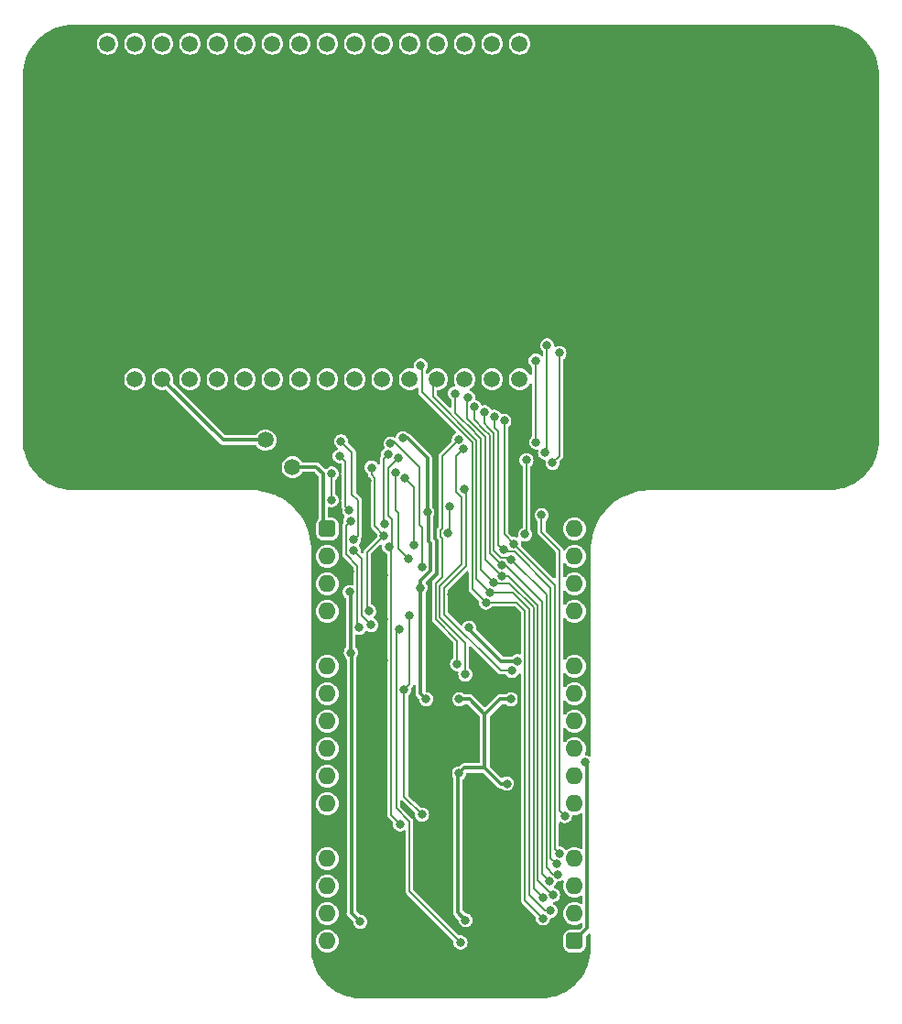
<source format=gbr>
%TF.GenerationSoftware,KiCad,Pcbnew,7.0.5*%
%TF.CreationDate,2024-01-10T18:43:09+02:00*%
%TF.ProjectId,LCD Display,4c434420-4469-4737-906c-61792e6b6963,rev?*%
%TF.SameCoordinates,Original*%
%TF.FileFunction,Copper,L2,Bot*%
%TF.FilePolarity,Positive*%
%FSLAX46Y46*%
G04 Gerber Fmt 4.6, Leading zero omitted, Abs format (unit mm)*
G04 Created by KiCad (PCBNEW 7.0.5) date 2024-01-10 18:43:09*
%MOMM*%
%LPD*%
G01*
G04 APERTURE LIST*
G04 Aperture macros list*
%AMRoundRect*
0 Rectangle with rounded corners*
0 $1 Rounding radius*
0 $2 $3 $4 $5 $6 $7 $8 $9 X,Y pos of 4 corners*
0 Add a 4 corners polygon primitive as box body*
4,1,4,$2,$3,$4,$5,$6,$7,$8,$9,$2,$3,0*
0 Add four circle primitives for the rounded corners*
1,1,$1+$1,$2,$3*
1,1,$1+$1,$4,$5*
1,1,$1+$1,$6,$7*
1,1,$1+$1,$8,$9*
0 Add four rect primitives between the rounded corners*
20,1,$1+$1,$2,$3,$4,$5,0*
20,1,$1+$1,$4,$5,$6,$7,0*
20,1,$1+$1,$6,$7,$8,$9,0*
20,1,$1+$1,$8,$9,$2,$3,0*%
G04 Aperture macros list end*
%TA.AperFunction,ComponentPad*%
%ADD10R,1.500000X1.500000*%
%TD*%
%TA.AperFunction,ComponentPad*%
%ADD11C,1.500000*%
%TD*%
%TA.AperFunction,ComponentPad*%
%ADD12C,5.600000*%
%TD*%
%TA.AperFunction,ComponentPad*%
%ADD13RoundRect,0.400000X-0.400000X-0.400000X0.400000X-0.400000X0.400000X0.400000X-0.400000X0.400000X0*%
%TD*%
%TA.AperFunction,ComponentPad*%
%ADD14O,1.600000X1.600000*%
%TD*%
%TA.AperFunction,ComponentPad*%
%ADD15R,1.600000X1.600000*%
%TD*%
%TA.AperFunction,ViaPad*%
%ADD16C,0.800000*%
%TD*%
%TA.AperFunction,Conductor*%
%ADD17C,0.380000*%
%TD*%
%TA.AperFunction,Conductor*%
%ADD18C,0.200000*%
%TD*%
G04 APERTURE END LIST*
D10*
%TO.P,VR1,1,GND*%
%TO.N,/GND*%
X139105000Y-93355000D03*
D11*
%TO.P,VR1,2,VOUT*%
%TO.N,/V_{0}*%
X141605000Y-90855000D03*
%TO.P,VR1,3,VIN*%
%TO.N,/5V*%
X144105000Y-93355000D03*
%TD*%
%TO.P,DS1,1,GND*%
%TO.N,/GND*%
X127000000Y-85223000D03*
%TO.P,DS1,2,5V*%
%TO.N,/5V*%
X129540000Y-85223000D03*
%TO.P,DS1,3,V_{O}*%
%TO.N,/V_{0}*%
X132080000Y-85223000D03*
%TO.P,DS1,4,RS*%
%TO.N,/RS*%
X134620000Y-85223000D03*
%TO.P,DS1,5,R/~{W}*%
%TO.N,/R~{W}*%
X137160000Y-85223000D03*
%TO.P,DS1,6,E*%
%TO.N,/E*%
X139700000Y-85223000D03*
%TO.P,DS1,7,DB0*%
%TO.N,/DB0*%
X142240000Y-85223000D03*
%TO.P,DS1,8,DB1*%
%TO.N,/DB1*%
X144780000Y-85223000D03*
%TO.P,DS1,9,DB2*%
%TO.N,/DB2*%
X147320000Y-85223000D03*
%TO.P,DS1,10,DB3*%
%TO.N,/DB3*%
X149860000Y-85223000D03*
%TO.P,DS1,11,DB4*%
%TO.N,/DB4*%
X152400000Y-85223000D03*
%TO.P,DS1,12,DB5*%
%TO.N,/DB5*%
X154940000Y-85223000D03*
%TO.P,DS1,13,DB6*%
%TO.N,/DB6*%
X157480000Y-85223000D03*
%TO.P,DS1,14,DB7*%
%TO.N,/DB7*%
X160020000Y-85223000D03*
%TO.P,DS1,15,LEDA*%
%TO.N,unconnected-(DS1-LEDA-Pad15)*%
X162560000Y-85223000D03*
%TO.P,DS1,16,LEDK*%
%TO.N,unconnected-(DS1-LEDK-Pad16)*%
X165100000Y-85223000D03*
%TO.P,DS1,17,GND*%
%TO.N,unconnected-(DS1-GND-Pad17)*%
X127000000Y-54223000D03*
%TO.P,DS1,18,5V*%
%TO.N,unconnected-(DS1-5V-Pad18)*%
X129540000Y-54223000D03*
%TO.P,DS1,19,V_{O}*%
%TO.N,unconnected-(DS1-V_{O}-Pad19)*%
X132080000Y-54223000D03*
%TO.P,DS1,20,RS*%
%TO.N,unconnected-(DS1-RS-Pad20)*%
X134620000Y-54223000D03*
%TO.P,DS1,21,R/~{W}*%
%TO.N,unconnected-(DS1-R{slash}~{W}-Pad21)*%
X137160000Y-54223000D03*
%TO.P,DS1,22,E*%
%TO.N,unconnected-(DS1-E-Pad22)*%
X139700000Y-54223000D03*
%TO.P,DS1,23,DB0*%
%TO.N,unconnected-(DS1-DB0-Pad23)*%
X142240000Y-54223000D03*
%TO.P,DS1,24,DB1*%
%TO.N,unconnected-(DS1-DB1-Pad24)*%
X144780000Y-54223000D03*
%TO.P,DS1,25,DB2*%
%TO.N,unconnected-(DS1-DB2-Pad25)*%
X147320000Y-54223000D03*
%TO.P,DS1,26,DB3*%
%TO.N,unconnected-(DS1-DB3-Pad26)*%
X149860000Y-54223000D03*
%TO.P,DS1,27,DB4*%
%TO.N,unconnected-(DS1-DB4-Pad27)*%
X152400000Y-54223000D03*
%TO.P,DS1,28,DB5*%
%TO.N,unconnected-(DS1-DB5-Pad28)*%
X154940000Y-54223000D03*
%TO.P,DS1,29,DB6*%
%TO.N,unconnected-(DS1-DB6-Pad29)*%
X157480000Y-54223000D03*
%TO.P,DS1,30,DB7*%
%TO.N,unconnected-(DS1-DB7-Pad30)*%
X160020000Y-54223000D03*
%TO.P,DS1,31,LEDA*%
%TO.N,unconnected-(DS1-LEDA-Pad31)*%
X162560000Y-54223000D03*
%TO.P,DS1,32,LEDK*%
%TO.N,unconnected-(DS1-LEDK-Pad32)*%
X165100000Y-54223000D03*
%TD*%
D12*
%TO.P,H1,1,GND*%
%TO.N,/GND*%
X124460000Y-91440000D03*
%TD*%
%TO.P,H2,1,GND*%
%TO.N,/GND*%
X193040000Y-91440000D03*
%TD*%
D13*
%TO.P,J1,1,Pin_1*%
%TO.N,/5V*%
X147320000Y-99060000D03*
D14*
%TO.P,J1,2,Pin_2*%
%TO.N,unconnected-(J1-Pin_2-Pad2)*%
X147320000Y-101600000D03*
%TO.P,J1,3,Pin_3*%
%TO.N,/~{RD}*%
X147320000Y-104140000D03*
%TO.P,J1,4,Pin_4*%
%TO.N,/~{WD}*%
X147320000Y-106680000D03*
D15*
%TO.P,J1,5,Pin_5*%
%TO.N,/GND*%
X147320000Y-109220000D03*
D14*
%TO.P,J1,6,Pin_6*%
%TO.N,/Device ~{CS}*%
X147320000Y-111760000D03*
%TO.P,J1,7,Pin_7*%
%TO.N,unconnected-(J1-Pin_7-Pad7)*%
X147320000Y-114300000D03*
%TO.P,J1,8,Pin_8*%
%TO.N,/D0*%
X147320000Y-116840000D03*
%TO.P,J1,9,Pin_9*%
%TO.N,/D1*%
X147320000Y-119380000D03*
%TO.P,J1,10,Pin_10*%
%TO.N,/D2*%
X147320000Y-121920000D03*
%TO.P,J1,11,Pin_11*%
%TO.N,/D3*%
X147320000Y-124460000D03*
D15*
%TO.P,J1,12,Pin_12*%
%TO.N,/GND*%
X147320000Y-127000000D03*
D14*
%TO.P,J1,13,Pin_13*%
%TO.N,/D4*%
X147320000Y-129540000D03*
%TO.P,J1,14,Pin_14*%
%TO.N,/D5*%
X147320000Y-132080000D03*
%TO.P,J1,15,Pin_15*%
%TO.N,/D6*%
X147320000Y-134620000D03*
%TO.P,J1,16,Pin_16*%
%TO.N,/D7*%
X147320000Y-137160000D03*
D13*
%TO.P,J1,17,Pin_17*%
%TO.N,/5V*%
X170180000Y-137160000D03*
D14*
%TO.P,J1,18,Pin_18*%
%TO.N,unconnected-(J1-Pin_18-Pad18)*%
X170180000Y-134620000D03*
%TO.P,J1,19,Pin_19*%
%TO.N,unconnected-(J1-Pin_19-Pad19)*%
X170180000Y-132080000D03*
%TO.P,J1,20,Pin_20*%
%TO.N,unconnected-(J1-Pin_20-Pad20)*%
X170180000Y-129540000D03*
D15*
%TO.P,J1,21,Pin_21*%
%TO.N,/GND*%
X170180000Y-127000000D03*
D14*
%TO.P,J1,22,Pin_22*%
%TO.N,unconnected-(J1-Pin_22-Pad22)*%
X170180000Y-124460000D03*
%TO.P,J1,23,Pin_23*%
%TO.N,unconnected-(J1-Pin_23-Pad23)*%
X170180000Y-121920000D03*
%TO.P,J1,24,Pin_24*%
%TO.N,unconnected-(J1-Pin_24-Pad24)*%
X170180000Y-119380000D03*
%TO.P,J1,25,Pin_25*%
%TO.N,/A2*%
X170180000Y-116840000D03*
%TO.P,J1,26,Pin_26*%
%TO.N,/A1*%
X170180000Y-114300000D03*
%TO.P,J1,27,Pin_27*%
%TO.N,/A0*%
X170180000Y-111760000D03*
D15*
%TO.P,J1,28,Pin_28*%
%TO.N,/GND*%
X170180000Y-109220000D03*
D14*
%TO.P,J1,29,Pin_29*%
%TO.N,unconnected-(J1-Pin_29-Pad29)*%
X170180000Y-106680000D03*
%TO.P,J1,30,Pin_30*%
%TO.N,unconnected-(J1-Pin_30-Pad30)*%
X170180000Y-104140000D03*
%TO.P,J1,31,Pin_31*%
%TO.N,unconnected-(J1-Pin_31-Pad31)*%
X170180000Y-101600000D03*
%TO.P,J1,32,Pin_32*%
%TO.N,unconnected-(J1-Pin_32-Pad32)*%
X170180000Y-99060000D03*
%TD*%
D16*
%TO.N,/5V*%
X150367996Y-135382000D03*
X171196000Y-120650000D03*
X160422003Y-108204000D03*
X149395000Y-104901998D03*
X164883000Y-111296507D03*
X149489149Y-110508748D03*
%TO.N,/GND*%
X160209000Y-123615024D03*
X151008000Y-94642096D03*
X158835000Y-105156000D03*
X152514115Y-111239115D03*
X164034000Y-135001000D03*
X146016977Y-94869000D03*
X162799980Y-106807000D03*
X152471000Y-116712531D03*
X164846000Y-113538000D03*
X168148000Y-95762000D03*
X148757575Y-122496574D03*
X152526994Y-107442000D03*
X148640480Y-111048480D03*
X152471000Y-123698000D03*
X164719000Y-116205000D03*
X163703000Y-139065000D03*
X164602361Y-124724361D03*
X152471000Y-120015000D03*
X149395000Y-102997000D03*
X152410809Y-112903000D03*
X152527000Y-103378000D03*
X150495000Y-123825000D03*
%TO.N,/3.3V*%
X160107000Y-135240771D03*
X164303000Y-114808000D03*
X156464002Y-114809001D03*
X154305000Y-90678000D03*
X159498001Y-121666000D03*
X155959482Y-104493007D03*
X156563615Y-97536002D03*
X159512000Y-114808000D03*
X163929000Y-122608634D03*
%TO.N,/RS*%
X167640000Y-82104000D03*
X167452480Y-91995925D03*
%TO.N,/R~{W}*%
X168148000Y-92964000D03*
X168783000Y-82804000D03*
%TO.N,/E*%
X166629186Y-91052777D03*
X166581225Y-83504000D03*
%TO.N,/DB0*%
X168780974Y-129060000D03*
X164590556Y-100457000D03*
X163683436Y-89067385D03*
%TO.N,/DB1*%
X163618726Y-101006511D03*
X168498064Y-130019148D03*
X162756485Y-88687000D03*
%TO.N,/DB2*%
X164307222Y-101885000D03*
X161839041Y-88287000D03*
X168641448Y-131008818D03*
%TO.N,/DB3*%
X160909000Y-87757000D03*
X167845132Y-131613704D03*
X163437204Y-102414685D03*
%TO.N,/DB4*%
X168190497Y-132905999D03*
X163496800Y-103412910D03*
X160354275Y-86924963D03*
%TO.N,/DB5*%
X162689060Y-104002453D03*
X159131000Y-86543713D03*
X167227642Y-133176013D03*
%TO.N,/DB6*%
X167965143Y-134362252D03*
X162375039Y-104951872D03*
%TO.N,/DB7*%
X155956000Y-83947000D03*
X167259896Y-135071217D03*
X161977455Y-105869441D03*
%TO.N,/E_{Latch}*%
X159317445Y-111547785D03*
X159483223Y-90802273D03*
%TO.N,/RS_{Latch}*%
X159931531Y-91696155D03*
X160076799Y-112511930D03*
%TO.N,/R~{W}_{Latch}*%
X154432000Y-113919000D03*
X165735000Y-92710000D03*
X165608000Y-99568000D03*
X154940000Y-107061000D03*
X156083000Y-125476000D03*
%TO.N,/WD\u00B7CS*%
X148463000Y-92329000D03*
X149348080Y-97347000D03*
X167132000Y-97790000D03*
X169290091Y-125604168D03*
%TO.N,/(RD+WD)\u00B7CS*%
X164405626Y-112175210D03*
X160022095Y-95379095D03*
%TO.N,/Device ~{CS}*%
X149454135Y-98341363D03*
X150269000Y-108204000D03*
%TO.N,/CS*%
X152936719Y-92160297D03*
X152589000Y-98615497D03*
%TO.N,/~{WD}*%
X151412000Y-93403473D03*
X152561000Y-99664972D03*
X151195010Y-106680000D03*
%TO.N,/WD*%
X149750000Y-100076000D03*
X148596459Y-90960000D03*
%TO.N,/RD\u00B7CS*%
X153911907Y-92478000D03*
X154051000Y-126365000D03*
X153035000Y-100711000D03*
%TO.N,/~{RD}+~{CS}*%
X153989000Y-108331000D03*
X151384000Y-107950000D03*
X159639000Y-137287000D03*
X149750010Y-101092000D03*
%TO.N,/RD*%
X153162000Y-91186000D03*
X156063000Y-102558550D03*
%TO.N,/~{RD}*%
X154813000Y-101854000D03*
X153627000Y-93878000D03*
%TO.N,/RD+WD*%
X154486785Y-94388661D03*
X155321000Y-100584000D03*
%TO.N,/~{RD}\u00B7~{WD}*%
X158623000Y-97028000D03*
X147727787Y-93936235D03*
X158468000Y-99474645D03*
X147729000Y-96390125D03*
%TD*%
D17*
%TO.N,/5V*%
X171370000Y-135970000D02*
X170180000Y-137160000D01*
X149547575Y-110567174D02*
X149489149Y-110508748D01*
X171196000Y-120650000D02*
X171370000Y-120824000D01*
X160422003Y-108204000D02*
X160422003Y-108352003D01*
X149479000Y-104985998D02*
X149479000Y-110498599D01*
X149395000Y-104901998D02*
X149479000Y-104985998D01*
X146939000Y-93980000D02*
X146304000Y-93345000D01*
X146294000Y-93355000D02*
X144105000Y-93355000D01*
X149479000Y-110498599D02*
X149489149Y-110508748D01*
X163366507Y-111296507D02*
X164883000Y-111296507D01*
X150367996Y-135382000D02*
X149547575Y-134561579D01*
X149547575Y-134561579D02*
X149547575Y-110567174D01*
X146304000Y-93345000D02*
X146294000Y-93355000D01*
X171370000Y-120824000D02*
X171370000Y-135970000D01*
X160422003Y-108352003D02*
X163366507Y-111296507D01*
X146939000Y-98679000D02*
X146939000Y-93980000D01*
%TO.N,/GND*%
X157433000Y-103298000D02*
X157433000Y-100122560D01*
X165093000Y-113785000D02*
X165093000Y-115831000D01*
X148757575Y-125562425D02*
X148757575Y-122496574D01*
X164846000Y-113538000D02*
X165093000Y-113785000D01*
X157278000Y-99967559D02*
X157278000Y-98981731D01*
X156845000Y-103886000D02*
X157433000Y-103298000D01*
X157278000Y-98981731D02*
X157433000Y-98826730D01*
X156845000Y-110871000D02*
X156845000Y-103886000D01*
X146130000Y-94982023D02*
X146016977Y-94869000D01*
X164719000Y-122097000D02*
X163780000Y-121158000D01*
X152514115Y-107454879D02*
X152526994Y-107442000D01*
X157433000Y-100122560D02*
X157278000Y-99967559D01*
X164602361Y-124724361D02*
X163449000Y-123571000D01*
X146685000Y-102950000D02*
X146685000Y-102997000D01*
X152681000Y-119805000D02*
X152681000Y-116922531D01*
X149348000Y-102950000D02*
X149395000Y-102997000D01*
X152471000Y-120015000D02*
X152681000Y-119805000D01*
X152681000Y-123488000D02*
X152681000Y-120225000D01*
X152410809Y-111342421D02*
X152410809Y-112903000D01*
X147320000Y-127000000D02*
X148757575Y-125562425D01*
X152527000Y-107441994D02*
X152527000Y-103378000D01*
X162799980Y-106807000D02*
X160486000Y-106807000D01*
X157607000Y-111633000D02*
X156845000Y-110871000D01*
X162814000Y-139065000D02*
X157607000Y-133858000D01*
X152471000Y-123698000D02*
X152681000Y-123488000D01*
X150495000Y-123825000D02*
X152344000Y-123825000D01*
X152514115Y-111239115D02*
X152410809Y-111342421D01*
X146685000Y-102950000D02*
X149348000Y-102950000D01*
X146685000Y-102997000D02*
X146130000Y-103552000D01*
X152344000Y-123825000D02*
X152471000Y-123698000D01*
X146638000Y-102950000D02*
X146130000Y-102442000D01*
X152514115Y-111239115D02*
X152514115Y-107454879D01*
X163703000Y-135636000D02*
X164034000Y-135305000D01*
X157433000Y-98826730D02*
X157433000Y-90758000D01*
X150622000Y-90043000D02*
X150622000Y-94256096D01*
X157433000Y-90758000D02*
X155702000Y-89027000D01*
X164602361Y-124724361D02*
X164719000Y-124607722D01*
X152400000Y-112913809D02*
X152410809Y-112903000D01*
X164719000Y-116205000D02*
X163780000Y-116205000D01*
X164034000Y-135305000D02*
X164034000Y-135001000D01*
X150622000Y-94256096D02*
X151008000Y-94642096D01*
X146130000Y-102442000D02*
X146130000Y-94982023D01*
X155702000Y-89027000D02*
X151638000Y-89027000D01*
X151638000Y-89027000D02*
X150622000Y-90043000D01*
X146130000Y-108030000D02*
X147320000Y-109220000D01*
X164719000Y-124607722D02*
X164719000Y-122555000D01*
X147320000Y-109728000D02*
X148640480Y-111048480D01*
X152681000Y-116922531D02*
X152471000Y-116712531D01*
X152526994Y-107442000D02*
X152527000Y-107441994D01*
X165093000Y-115831000D02*
X164719000Y-116205000D01*
X164719000Y-122555000D02*
X164719000Y-122097000D01*
X152400000Y-116641531D02*
X152400000Y-112913809D01*
X163703000Y-139065000D02*
X163703000Y-135636000D01*
X163780000Y-121158000D02*
X163780000Y-116205000D01*
X163449000Y-123571000D02*
X160253024Y-123571000D01*
X157607000Y-133858000D02*
X157607000Y-111633000D01*
X146130000Y-103552000D02*
X146130000Y-108030000D01*
X163703000Y-139065000D02*
X162814000Y-139065000D01*
X146685000Y-102950000D02*
X146638000Y-102950000D01*
X152681000Y-120225000D02*
X152471000Y-120015000D01*
X152471000Y-116712531D02*
X152400000Y-116641531D01*
X160486000Y-106807000D02*
X158835000Y-105156000D01*
X160253024Y-123571000D02*
X160209000Y-123615024D01*
%TO.N,/3.3V*%
X156563615Y-97536002D02*
X156563615Y-92533627D01*
X164303000Y-114808000D02*
X163277000Y-114808000D01*
X155956000Y-114300999D02*
X155956000Y-104496489D01*
X160006001Y-121158000D02*
X159498001Y-121666000D01*
X155956000Y-104496489D02*
X155959482Y-104493007D01*
X156563615Y-97536002D02*
X156698000Y-97670387D01*
X161880000Y-116205000D02*
X161880000Y-121158000D01*
X159498001Y-121666000D02*
X159385000Y-121779001D01*
X159512000Y-114808000D02*
X160483000Y-114808000D01*
X156852998Y-100362801D02*
X156852998Y-102930758D01*
X161880000Y-116205000D02*
X160483000Y-114808000D01*
X163330634Y-122608634D02*
X161880000Y-121158000D01*
X163929000Y-122608634D02*
X163330634Y-122608634D01*
X156563615Y-92533627D02*
X154707988Y-90678000D01*
X161880000Y-121158000D02*
X160006001Y-121158000D01*
X155959482Y-103824274D02*
X155959482Y-104493007D01*
X156464002Y-114809001D02*
X155956000Y-114300999D01*
X159385000Y-134518771D02*
X160107000Y-135240771D01*
X163277000Y-114808000D02*
X161880000Y-116205000D01*
X156698000Y-97670387D02*
X156698000Y-100207803D01*
X159385000Y-121779001D02*
X159385000Y-134518771D01*
X156698000Y-100207803D02*
X156852998Y-100362801D01*
X154707988Y-90678000D02*
X154305000Y-90678000D01*
X156852998Y-102930758D02*
X155959482Y-103824274D01*
%TO.N,/V_{0}*%
X137712000Y-90855000D02*
X141605000Y-90855000D01*
X132080000Y-85223000D02*
X137712000Y-90855000D01*
D18*
%TO.N,/RS*%
X167640000Y-91808405D02*
X167640000Y-82104000D01*
X167452480Y-91995925D02*
X167640000Y-91808405D01*
%TO.N,/R~{W}*%
X168783000Y-92329000D02*
X168783000Y-82804000D01*
X168148000Y-92964000D02*
X168783000Y-92329000D01*
%TO.N,/E*%
X166581225Y-83504000D02*
X166581225Y-91004816D01*
X166581225Y-91004816D02*
X166629186Y-91052777D01*
%TO.N,/DB0*%
X163683436Y-89067385D02*
X163683436Y-99549880D01*
X168383000Y-104248016D02*
X164591984Y-100457000D01*
X164591984Y-100457000D02*
X164590556Y-100457000D01*
X168780974Y-129060000D02*
X168383000Y-128662026D01*
X163683436Y-99549880D02*
X164590556Y-100457000D01*
X168383000Y-128662026D02*
X168383000Y-104248016D01*
%TO.N,/DB1*%
X163122093Y-90057073D02*
X163122093Y-100509878D01*
X167983000Y-129504084D02*
X167983000Y-104512050D01*
X163769215Y-101157000D02*
X163618726Y-101006511D01*
X162756485Y-89691465D02*
X163122093Y-90057073D01*
X167983000Y-104512050D02*
X164627950Y-101157000D01*
X164627950Y-101157000D02*
X163769215Y-101157000D01*
X168498064Y-130019148D02*
X167983000Y-129504084D01*
X163122093Y-100509878D02*
X163618726Y-101006511D01*
X162756485Y-88687000D02*
X162756485Y-89691465D01*
%TO.N,/DB2*%
X164335222Y-101885000D02*
X164307222Y-101885000D01*
X167583000Y-105132778D02*
X164335222Y-101885000D01*
X164136907Y-101714685D02*
X164307222Y-101885000D01*
X168641448Y-131008818D02*
X168198320Y-131008818D01*
X162722095Y-101099830D02*
X163336950Y-101714685D01*
X162188575Y-89678546D02*
X162188575Y-89689250D01*
X168198320Y-131008818D02*
X167583000Y-130393498D01*
X163336950Y-101714685D02*
X164136907Y-101714685D01*
X162722095Y-90222770D02*
X162722095Y-101099830D01*
X162188575Y-89689250D02*
X162722095Y-90222770D01*
X161839041Y-88287000D02*
X161839041Y-89329011D01*
X161839041Y-89329011D02*
X162188575Y-89678546D01*
X167583000Y-130393498D02*
X167583000Y-105132778D01*
%TO.N,/DB3*%
X160909000Y-88964655D02*
X161788575Y-89844231D01*
X167183000Y-105785380D02*
X163812305Y-102414685D01*
X162322095Y-90388454D02*
X162322095Y-101299576D01*
X167845132Y-131613704D02*
X167183000Y-130951572D01*
X162322095Y-101299576D02*
X163437204Y-102414685D01*
X167183000Y-130951572D02*
X167183000Y-105785380D01*
X161788575Y-89844231D02*
X161788575Y-89854934D01*
X160909000Y-87757000D02*
X160909000Y-88964655D01*
X163812305Y-102414685D02*
X163437204Y-102414685D01*
X161788575Y-89854934D02*
X162322095Y-90388454D01*
%TO.N,/DB4*%
X168147477Y-132905999D02*
X166783000Y-131541522D01*
X160209000Y-88830341D02*
X161388575Y-90009916D01*
X161388575Y-90009916D02*
X161388575Y-90020619D01*
X160354275Y-86924963D02*
X160209000Y-87070238D01*
X163445479Y-103412910D02*
X163496800Y-103412910D01*
X166783000Y-131541522D02*
X166783000Y-106106609D01*
X161922095Y-101889526D02*
X163445479Y-103412910D01*
X161922095Y-90554140D02*
X161922095Y-101889526D01*
X161388575Y-90020619D02*
X161922095Y-90554140D01*
X168190497Y-132905999D02*
X168147477Y-132905999D01*
X166783000Y-106106609D02*
X164089301Y-103412910D01*
X164089301Y-103412910D02*
X163496800Y-103412910D01*
X160209000Y-87070238D02*
X160209000Y-88830341D01*
%TO.N,/DB5*%
X159131000Y-86543713D02*
X159131000Y-88318026D01*
X161522095Y-102835488D02*
X162689060Y-104002453D01*
X162799517Y-104112910D02*
X162689060Y-104002453D01*
X167227642Y-133176013D02*
X166383000Y-132331371D01*
X166383000Y-106323628D02*
X164172282Y-104112910D01*
X160988575Y-90175601D02*
X160988575Y-90186305D01*
X160988575Y-90186305D02*
X161522095Y-90719825D01*
X161522095Y-90719825D02*
X161522095Y-102835488D01*
X159131000Y-88318026D02*
X160988575Y-90175601D01*
X166383000Y-132331371D02*
X166383000Y-106323628D01*
X164172282Y-104112910D02*
X162799517Y-104112910D01*
%TO.N,/DB6*%
X165983000Y-106489314D02*
X164445558Y-104951872D01*
X161122095Y-90885510D02*
X161122095Y-103698928D01*
X165983000Y-132921321D02*
X165983000Y-106489314D01*
X157103000Y-86866414D02*
X161122095Y-90885510D01*
X161122095Y-103698928D02*
X162375039Y-104951872D01*
X164445558Y-104951872D02*
X162375039Y-104951872D01*
X167965143Y-134362252D02*
X167423931Y-134362252D01*
X157103000Y-85223000D02*
X157103000Y-86866414D01*
X167423931Y-134362252D02*
X165983000Y-132921321D01*
%TO.N,/DB7*%
X155956000Y-83947000D02*
X156083000Y-84074000D01*
X156083000Y-86412100D02*
X160722095Y-91051195D01*
X160722095Y-91051195D02*
X160722095Y-104614081D01*
X165583000Y-133394321D02*
X165583000Y-106655000D01*
X156083000Y-84074000D02*
X156083000Y-86412100D01*
X165583000Y-106655000D02*
X164797441Y-105869441D01*
X160722095Y-104614081D02*
X161977455Y-105869441D01*
X167259896Y-135071217D02*
X165583000Y-133394321D01*
X164797441Y-105869441D02*
X161977455Y-105869441D01*
%TO.N,/E_{Latch}*%
X157923000Y-92362496D02*
X159483223Y-90802273D01*
X157923000Y-99029695D02*
X157923000Y-92362496D01*
X159317445Y-109406445D02*
X157335000Y-107424000D01*
X157923000Y-99919595D02*
X157768000Y-99764595D01*
X157335000Y-107424000D02*
X157335000Y-104088964D01*
X157923000Y-103500964D02*
X157923000Y-99919595D01*
X159317445Y-111547785D02*
X159317445Y-109406445D01*
X157768000Y-99184695D02*
X157923000Y-99029695D01*
X157768000Y-99764595D02*
X157768000Y-99184695D01*
X157335000Y-104088964D02*
X157923000Y-103500964D01*
%TO.N,/RS_{Latch}*%
X160076799Y-112511930D02*
X160076799Y-109600113D01*
X157735000Y-107258314D02*
X157735000Y-104335314D01*
X159766000Y-96112950D02*
X159258000Y-95604950D01*
X159766000Y-102304314D02*
X159766000Y-96112950D01*
X157735000Y-104335314D02*
X159766000Y-102304314D01*
X159258000Y-95604950D02*
X159258000Y-92369686D01*
X159258000Y-92369686D02*
X159931531Y-91696155D01*
X160076799Y-109600113D02*
X157735000Y-107258314D01*
%TO.N,/R~{W}_{Latch}*%
X165735000Y-99441000D02*
X165735000Y-92710000D01*
X154432000Y-113919000D02*
X154432000Y-123825000D01*
X165608000Y-99568000D02*
X165735000Y-99441000D01*
X154432000Y-123825000D02*
X156083000Y-125476000D01*
X154432000Y-113919000D02*
X154940000Y-113411000D01*
X154940000Y-113411000D02*
X154940000Y-107061000D01*
%TO.N,/WD\u00B7CS*%
X148971000Y-96969920D02*
X148971000Y-92837000D01*
X149348080Y-97347000D02*
X148971000Y-96969920D01*
X148971000Y-92837000D02*
X148463000Y-92329000D01*
X168783000Y-101048102D02*
X167132000Y-99397102D01*
X168783000Y-125097077D02*
X168783000Y-101048102D01*
X169290091Y-125604168D02*
X168783000Y-125097077D01*
X167132000Y-99397102D02*
X167132000Y-97790000D01*
%TO.N,/(RD+WD)\u00B7CS*%
X158135000Y-104501000D02*
X160166000Y-102469999D01*
X160166000Y-102469999D02*
X160166000Y-95523000D01*
X163356210Y-112175210D02*
X158135000Y-106954000D01*
X158135000Y-106954000D02*
X158135000Y-104501000D01*
X164405626Y-112175210D02*
X163356210Y-112175210D01*
X160166000Y-95523000D02*
X160022095Y-95379095D01*
%TO.N,/Device ~{CS}*%
X150095000Y-102470000D02*
X150095000Y-108030000D01*
X149050000Y-101425000D02*
X150095000Y-102470000D01*
X149050000Y-98745498D02*
X149050000Y-101425000D01*
X149454135Y-98341363D02*
X149050000Y-98745498D01*
X150095000Y-108030000D02*
X150269000Y-108204000D01*
%TO.N,/CS*%
X152589000Y-98615497D02*
X152527000Y-98553497D01*
X152527000Y-98553497D02*
X152527000Y-92570016D01*
X152527000Y-92570016D02*
X152936719Y-92160297D01*
%TO.N,/~{WD}*%
X151003000Y-101222972D02*
X151003000Y-106487990D01*
X152561000Y-99664972D02*
X151003000Y-101222972D01*
X151412000Y-94054057D02*
X151412000Y-93403473D01*
X152561000Y-99664972D02*
X151708000Y-98811972D01*
X151003000Y-106487990D02*
X151195010Y-106680000D01*
X151708000Y-98811972D02*
X151708000Y-94350057D01*
X151708000Y-94350057D02*
X151412000Y-94054057D01*
%TO.N,/WD*%
X149606000Y-95885000D02*
X149606000Y-91969541D01*
X149750000Y-100076000D02*
X150154135Y-99671865D01*
X150154135Y-99671865D02*
X150154135Y-96433135D01*
X149606000Y-91969541D02*
X148596459Y-90960000D01*
X150154135Y-96433135D02*
X149606000Y-95885000D01*
%TO.N,/RD\u00B7CS*%
X154051000Y-126365000D02*
X153247412Y-125561412D01*
X152927000Y-93462907D02*
X153911907Y-92478000D01*
X153247412Y-125561412D02*
X153247412Y-100923412D01*
X153035000Y-100711000D02*
X153289000Y-100457000D01*
X153247412Y-100923412D02*
X153035000Y-100711000D01*
X153289000Y-100457000D02*
X153289000Y-98199843D01*
X152927000Y-97837843D02*
X152927000Y-93462907D01*
X153289000Y-98199843D02*
X152927000Y-97837843D01*
%TO.N,/~{RD}+~{CS}*%
X153689000Y-108631000D02*
X153989000Y-108331000D01*
X154921000Y-132569002D02*
X154921000Y-126092000D01*
X159639000Y-137287000D02*
X154921000Y-132569002D01*
X150495000Y-101836990D02*
X150495000Y-107061000D01*
X150495000Y-107061000D02*
X151384000Y-107950000D01*
X153689000Y-124860000D02*
X153689000Y-108631000D01*
X154921000Y-126092000D02*
X153689000Y-124860000D01*
X149750010Y-101092000D02*
X150495000Y-101836990D01*
%TO.N,/RD*%
X153460631Y-90958813D02*
X153455139Y-90958813D01*
X153455139Y-90958813D02*
X153389187Y-90958813D01*
X155837000Y-98676208D02*
X155837000Y-93335182D01*
X155837000Y-93335182D02*
X153460631Y-90958813D01*
X153389187Y-90958813D02*
X153162000Y-91186000D01*
X156063000Y-102558550D02*
X156063000Y-98902208D01*
X156063000Y-98902208D02*
X155837000Y-98676208D01*
%TO.N,/~{RD}*%
X154813000Y-101854000D02*
X153862000Y-100903000D01*
X153627000Y-97366000D02*
X153627000Y-93878000D01*
X153862000Y-97601000D02*
X153627000Y-97366000D01*
X153862000Y-100903000D02*
X153862000Y-97601000D01*
%TO.N,/RD+WD*%
X155321000Y-100584000D02*
X155321000Y-95222876D01*
X155321000Y-95222876D02*
X154486785Y-94388661D01*
%TO.N,/~{RD}\u00B7~{WD}*%
X147729000Y-93937448D02*
X147727787Y-93936235D01*
X147729000Y-96390125D02*
X147729000Y-93937448D01*
X158623000Y-99319645D02*
X158468000Y-99474645D01*
X158623000Y-97028000D02*
X158623000Y-99319645D01*
%TD*%
%TA.AperFunction,Conductor*%
%TO.N,/GND*%
G36*
X193688323Y-52470157D02*
G01*
X194092137Y-52487786D01*
X194097490Y-52488255D01*
X194496892Y-52540835D01*
X194502201Y-52541771D01*
X194895486Y-52628958D01*
X194900685Y-52630351D01*
X195284887Y-52751487D01*
X195289937Y-52753324D01*
X195662139Y-52907494D01*
X195667016Y-52909768D01*
X195771060Y-52963930D01*
X196024331Y-53095773D01*
X196029018Y-53098479D01*
X196368757Y-53314915D01*
X196373189Y-53318019D01*
X196692761Y-53563232D01*
X196696906Y-53566710D01*
X196803585Y-53664462D01*
X196993913Y-53838865D01*
X196997726Y-53842679D01*
X197269872Y-54139672D01*
X197273340Y-54143805D01*
X197518575Y-54463401D01*
X197521672Y-54467825D01*
X197721527Y-54781532D01*
X197738105Y-54807554D01*
X197740809Y-54812237D01*
X197917581Y-55151811D01*
X197926813Y-55169544D01*
X197929100Y-55174448D01*
X198083252Y-55546606D01*
X198085103Y-55551691D01*
X198206235Y-55935869D01*
X198207636Y-55941096D01*
X198294822Y-56334369D01*
X198295762Y-56339698D01*
X198348340Y-56739064D01*
X198348812Y-56744455D01*
X198366412Y-57147560D01*
X198366471Y-57150264D01*
X198366471Y-90803646D01*
X198366412Y-90806350D01*
X198348782Y-91210140D01*
X198348310Y-91215531D01*
X198295733Y-91614893D01*
X198294793Y-91620222D01*
X198207606Y-92013498D01*
X198206205Y-92018725D01*
X198085075Y-92402898D01*
X198083224Y-92407983D01*
X197929073Y-92780138D01*
X197926786Y-92785042D01*
X197740785Y-93142343D01*
X197738079Y-93147029D01*
X197521654Y-93486748D01*
X197518550Y-93491181D01*
X197273317Y-93810774D01*
X197269840Y-93814916D01*
X197183848Y-93908761D01*
X196997711Y-94111892D01*
X196993885Y-94115719D01*
X196696887Y-94387865D01*
X196692742Y-94391343D01*
X196373173Y-94636556D01*
X196368740Y-94639660D01*
X196029003Y-94856095D01*
X196024316Y-94858800D01*
X195667008Y-95044801D01*
X195662107Y-95047086D01*
X195289947Y-95201238D01*
X195284874Y-95203084D01*
X195075501Y-95269099D01*
X194900693Y-95324215D01*
X194895473Y-95325613D01*
X194502197Y-95412797D01*
X194496868Y-95413737D01*
X194097505Y-95466312D01*
X194092114Y-95466784D01*
X193687653Y-95484441D01*
X193684949Y-95484500D01*
X177228332Y-95484500D01*
X177228328Y-95484499D01*
X176950297Y-95484499D01*
X176950282Y-95484500D01*
X176498503Y-95521938D01*
X176498498Y-95521939D01*
X176051332Y-95596560D01*
X176051310Y-95596564D01*
X175611871Y-95707848D01*
X175611839Y-95707857D01*
X175183089Y-95855049D01*
X175183079Y-95855053D01*
X175183073Y-95855055D01*
X175183069Y-95855057D01*
X174767905Y-96037167D01*
X174678408Y-96085601D01*
X174369195Y-96252939D01*
X173989667Y-96500900D01*
X173631913Y-96779353D01*
X173631902Y-96779362D01*
X173298382Y-97086392D01*
X173298379Y-97086395D01*
X173298376Y-97086398D01*
X173206349Y-97186367D01*
X172991333Y-97419937D01*
X172712876Y-97777699D01*
X172464927Y-98157216D01*
X172464914Y-98157238D01*
X172249161Y-98555916D01*
X172249152Y-98555935D01*
X172067047Y-98971094D01*
X171919848Y-99399869D01*
X171919845Y-99399877D01*
X171919844Y-99399883D01*
X171852800Y-99664634D01*
X171808554Y-99839359D01*
X171808553Y-99839363D01*
X171733935Y-100286529D01*
X171733934Y-100286535D01*
X171696499Y-100738315D01*
X171696499Y-100930685D01*
X171696471Y-100931399D01*
X171696471Y-119972896D01*
X171676786Y-120039935D01*
X171623982Y-120085690D01*
X171554824Y-120095634D01*
X171514845Y-120082692D01*
X171428365Y-120037303D01*
X171274986Y-119999500D01*
X171274985Y-119999500D01*
X171246902Y-119999500D01*
X171179863Y-119979815D01*
X171134108Y-119927011D01*
X171124164Y-119857853D01*
X171137544Y-119817047D01*
X171155230Y-119783958D01*
X171155231Y-119783956D01*
X171155232Y-119783954D01*
X171215300Y-119585934D01*
X171235583Y-119380000D01*
X171215300Y-119174066D01*
X171155232Y-118976046D01*
X171057685Y-118793550D01*
X171005702Y-118730209D01*
X170926410Y-118633589D01*
X170766452Y-118502317D01*
X170766453Y-118502317D01*
X170766450Y-118502315D01*
X170583954Y-118404768D01*
X170385934Y-118344700D01*
X170385932Y-118344699D01*
X170385934Y-118344699D01*
X170180000Y-118324417D01*
X169974067Y-118344699D01*
X169776043Y-118404769D01*
X169665897Y-118463643D01*
X169593550Y-118502315D01*
X169593548Y-118502316D01*
X169593547Y-118502317D01*
X169433589Y-118633589D01*
X169353354Y-118731358D01*
X169295608Y-118770693D01*
X169225763Y-118772564D01*
X169165995Y-118736377D01*
X169135279Y-118673621D01*
X169133500Y-118652694D01*
X169133500Y-117567305D01*
X169153185Y-117500266D01*
X169205989Y-117454511D01*
X169275147Y-117444567D01*
X169338703Y-117473592D01*
X169353354Y-117488641D01*
X169433589Y-117586410D01*
X169530209Y-117665702D01*
X169593550Y-117717685D01*
X169776046Y-117815232D01*
X169974066Y-117875300D01*
X169974065Y-117875300D01*
X169992529Y-117877118D01*
X170180000Y-117895583D01*
X170385934Y-117875300D01*
X170583954Y-117815232D01*
X170766450Y-117717685D01*
X170926410Y-117586410D01*
X171057685Y-117426450D01*
X171155232Y-117243954D01*
X171215300Y-117045934D01*
X171235583Y-116840000D01*
X171215300Y-116634066D01*
X171155232Y-116436046D01*
X171057685Y-116253550D01*
X171005702Y-116190209D01*
X170926410Y-116093589D01*
X170766452Y-115962317D01*
X170766453Y-115962317D01*
X170766450Y-115962315D01*
X170583954Y-115864768D01*
X170385934Y-115804700D01*
X170385932Y-115804699D01*
X170385934Y-115804699D01*
X170180000Y-115784417D01*
X169974067Y-115804699D01*
X169776043Y-115864769D01*
X169665897Y-115923643D01*
X169593550Y-115962315D01*
X169593548Y-115962316D01*
X169593547Y-115962317D01*
X169433589Y-116093589D01*
X169353354Y-116191358D01*
X169295608Y-116230693D01*
X169225763Y-116232564D01*
X169165995Y-116196377D01*
X169135279Y-116133621D01*
X169133500Y-116112694D01*
X169133500Y-115027305D01*
X169153185Y-114960266D01*
X169205989Y-114914511D01*
X169275147Y-114904567D01*
X169338703Y-114933592D01*
X169353354Y-114948641D01*
X169433589Y-115046410D01*
X169515369Y-115113524D01*
X169593550Y-115177685D01*
X169776046Y-115275232D01*
X169974066Y-115335300D01*
X169974065Y-115335300D01*
X169994347Y-115337297D01*
X170180000Y-115355583D01*
X170385934Y-115335300D01*
X170583954Y-115275232D01*
X170766450Y-115177685D01*
X170926410Y-115046410D01*
X171057685Y-114886450D01*
X171155232Y-114703954D01*
X171215300Y-114505934D01*
X171235583Y-114300000D01*
X171215300Y-114094066D01*
X171155232Y-113896046D01*
X171057685Y-113713550D01*
X170981372Y-113620562D01*
X170926410Y-113553589D01*
X170766452Y-113422317D01*
X170766453Y-113422317D01*
X170766450Y-113422315D01*
X170583954Y-113324768D01*
X170385934Y-113264700D01*
X170385932Y-113264699D01*
X170385934Y-113264699D01*
X170198463Y-113246235D01*
X170180000Y-113244417D01*
X170179999Y-113244417D01*
X169974067Y-113264699D01*
X169776043Y-113324769D01*
X169665897Y-113383643D01*
X169593550Y-113422315D01*
X169593548Y-113422316D01*
X169593547Y-113422317D01*
X169433589Y-113553589D01*
X169353354Y-113651358D01*
X169295608Y-113690693D01*
X169225763Y-113692564D01*
X169165995Y-113656377D01*
X169135279Y-113593621D01*
X169133500Y-113572694D01*
X169133500Y-112487305D01*
X169153185Y-112420266D01*
X169205989Y-112374511D01*
X169275147Y-112364567D01*
X169338703Y-112393592D01*
X169353354Y-112408641D01*
X169433589Y-112506410D01*
X169522373Y-112579272D01*
X169593550Y-112637685D01*
X169776046Y-112735232D01*
X169974066Y-112795300D01*
X169974065Y-112795300D01*
X169992529Y-112797118D01*
X170180000Y-112815583D01*
X170385934Y-112795300D01*
X170583954Y-112735232D01*
X170766450Y-112637685D01*
X170926410Y-112506410D01*
X171057685Y-112346450D01*
X171155232Y-112163954D01*
X171215300Y-111965934D01*
X171235583Y-111760000D01*
X171215300Y-111554066D01*
X171155232Y-111356046D01*
X171057685Y-111173550D01*
X171005702Y-111110209D01*
X170926410Y-111013589D01*
X170808677Y-110916969D01*
X170766450Y-110882315D01*
X170583954Y-110784768D01*
X170385934Y-110724700D01*
X170385932Y-110724699D01*
X170385934Y-110724699D01*
X170198463Y-110706235D01*
X170180000Y-110704417D01*
X170179999Y-110704417D01*
X169974067Y-110724699D01*
X169776043Y-110784769D01*
X169701109Y-110824823D01*
X169593550Y-110882315D01*
X169593548Y-110882316D01*
X169593547Y-110882317D01*
X169433589Y-111013589D01*
X169353354Y-111111358D01*
X169295608Y-111150693D01*
X169225763Y-111152564D01*
X169165995Y-111116377D01*
X169135279Y-111053621D01*
X169133500Y-111032694D01*
X169133500Y-107407305D01*
X169153185Y-107340266D01*
X169205989Y-107294511D01*
X169275147Y-107284567D01*
X169338703Y-107313592D01*
X169353354Y-107328641D01*
X169433589Y-107426410D01*
X169492237Y-107474540D01*
X169593550Y-107557685D01*
X169776046Y-107655232D01*
X169974066Y-107715300D01*
X169974065Y-107715300D01*
X169986036Y-107716479D01*
X170180000Y-107735583D01*
X170385934Y-107715300D01*
X170583954Y-107655232D01*
X170766450Y-107557685D01*
X170926410Y-107426410D01*
X171057685Y-107266450D01*
X171155232Y-107083954D01*
X171215300Y-106885934D01*
X171235583Y-106680000D01*
X171215300Y-106474066D01*
X171155232Y-106276046D01*
X171057685Y-106093550D01*
X171002461Y-106026259D01*
X170926410Y-105933589D01*
X170766452Y-105802317D01*
X170766453Y-105802317D01*
X170766450Y-105802315D01*
X170583954Y-105704768D01*
X170385934Y-105644700D01*
X170385932Y-105644699D01*
X170385934Y-105644699D01*
X170180000Y-105624417D01*
X169974067Y-105644699D01*
X169776043Y-105704769D01*
X169734219Y-105727125D01*
X169593550Y-105802315D01*
X169593548Y-105802316D01*
X169593547Y-105802317D01*
X169433589Y-105933589D01*
X169353354Y-106031358D01*
X169295608Y-106070693D01*
X169225763Y-106072564D01*
X169165995Y-106036377D01*
X169135279Y-105973621D01*
X169133500Y-105952694D01*
X169133500Y-104867305D01*
X169153185Y-104800266D01*
X169205989Y-104754511D01*
X169275147Y-104744567D01*
X169338703Y-104773592D01*
X169353351Y-104788637D01*
X169362894Y-104800266D01*
X169433589Y-104886410D01*
X169513356Y-104951872D01*
X169593550Y-105017685D01*
X169776046Y-105115232D01*
X169974066Y-105175300D01*
X169974065Y-105175300D01*
X169994347Y-105177297D01*
X170180000Y-105195583D01*
X170385934Y-105175300D01*
X170583954Y-105115232D01*
X170766450Y-105017685D01*
X170926410Y-104886410D01*
X171057685Y-104726450D01*
X171155232Y-104543954D01*
X171215300Y-104345934D01*
X171235583Y-104140000D01*
X171215300Y-103934066D01*
X171155232Y-103736046D01*
X171057685Y-103553550D01*
X171005702Y-103490209D01*
X170926410Y-103393589D01*
X170766452Y-103262317D01*
X170766453Y-103262317D01*
X170766450Y-103262315D01*
X170583954Y-103164768D01*
X170385934Y-103104700D01*
X170385932Y-103104699D01*
X170385934Y-103104699D01*
X170198463Y-103086235D01*
X170180000Y-103084417D01*
X170179999Y-103084417D01*
X169974067Y-103104699D01*
X169776043Y-103164769D01*
X169704497Y-103203012D01*
X169593550Y-103262315D01*
X169593548Y-103262316D01*
X169593547Y-103262317D01*
X169433589Y-103393589D01*
X169353354Y-103491358D01*
X169295608Y-103530693D01*
X169225763Y-103532564D01*
X169165995Y-103496377D01*
X169135279Y-103433621D01*
X169133500Y-103412694D01*
X169133500Y-102327305D01*
X169153185Y-102260266D01*
X169205989Y-102214511D01*
X169275147Y-102204567D01*
X169338703Y-102233592D01*
X169353354Y-102248641D01*
X169433589Y-102346410D01*
X169490705Y-102393283D01*
X169593550Y-102477685D01*
X169776046Y-102575232D01*
X169974066Y-102635300D01*
X169974065Y-102635300D01*
X169992529Y-102637118D01*
X170180000Y-102655583D01*
X170385934Y-102635300D01*
X170583954Y-102575232D01*
X170766450Y-102477685D01*
X170926410Y-102346410D01*
X171057685Y-102186450D01*
X171155232Y-102003954D01*
X171215300Y-101805934D01*
X171235583Y-101600000D01*
X171215300Y-101394066D01*
X171155232Y-101196046D01*
X171057685Y-101013550D01*
X170994805Y-100936930D01*
X170926410Y-100853589D01*
X170786940Y-100739131D01*
X170766450Y-100722315D01*
X170583954Y-100624768D01*
X170385934Y-100564700D01*
X170385932Y-100564699D01*
X170385934Y-100564699D01*
X170186061Y-100545014D01*
X170180000Y-100544417D01*
X170179999Y-100544417D01*
X169974067Y-100564699D01*
X169776043Y-100624769D01*
X169714865Y-100657470D01*
X169593550Y-100722315D01*
X169593548Y-100722316D01*
X169593547Y-100722317D01*
X169433589Y-100853590D01*
X169333673Y-100975339D01*
X169275928Y-101014673D01*
X169206083Y-101016544D01*
X169146315Y-100980357D01*
X169120536Y-100936930D01*
X169119092Y-100932724D01*
X169119092Y-100932721D01*
X169095312Y-100888780D01*
X169094139Y-100886500D01*
X169072199Y-100841620D01*
X169067928Y-100835640D01*
X169063420Y-100829849D01*
X169063418Y-100829844D01*
X169045564Y-100813408D01*
X169026645Y-100795991D01*
X169024796Y-100794217D01*
X167518819Y-99288239D01*
X167485334Y-99226916D01*
X167482500Y-99200558D01*
X167482500Y-99060000D01*
X169124417Y-99060000D01*
X169144699Y-99265932D01*
X169160441Y-99317826D01*
X169199436Y-99446378D01*
X169204769Y-99463956D01*
X169211502Y-99476553D01*
X169302315Y-99646450D01*
X169302317Y-99646452D01*
X169433589Y-99806410D01*
X169514310Y-99872655D01*
X169593550Y-99937685D01*
X169776046Y-100035232D01*
X169974066Y-100095300D01*
X169974065Y-100095300D01*
X169988006Y-100096673D01*
X170180000Y-100115583D01*
X170385934Y-100095300D01*
X170583954Y-100035232D01*
X170766450Y-99937685D01*
X170926410Y-99806410D01*
X171057685Y-99646450D01*
X171155232Y-99463954D01*
X171215300Y-99265934D01*
X171235583Y-99060000D01*
X171215300Y-98854066D01*
X171155232Y-98656046D01*
X171057685Y-98473550D01*
X170948653Y-98340693D01*
X170926410Y-98313589D01*
X170766452Y-98182317D01*
X170766453Y-98182317D01*
X170766450Y-98182315D01*
X170583954Y-98084768D01*
X170385934Y-98024700D01*
X170385932Y-98024699D01*
X170385934Y-98024699D01*
X170180000Y-98004417D01*
X169974067Y-98024699D01*
X169776043Y-98084769D01*
X169728859Y-98109990D01*
X169593550Y-98182315D01*
X169593548Y-98182316D01*
X169593547Y-98182317D01*
X169433589Y-98313589D01*
X169302317Y-98473547D01*
X169204769Y-98656043D01*
X169144699Y-98854067D01*
X169124417Y-99060000D01*
X167482500Y-99060000D01*
X167482500Y-98404350D01*
X167502185Y-98337311D01*
X167524271Y-98311536D01*
X167622483Y-98224530D01*
X167712220Y-98094523D01*
X167768237Y-97946818D01*
X167787278Y-97790000D01*
X167785879Y-97778473D01*
X167768237Y-97633181D01*
X167743245Y-97567283D01*
X167712220Y-97485477D01*
X167622483Y-97355470D01*
X167504240Y-97250717D01*
X167504238Y-97250716D01*
X167504237Y-97250715D01*
X167364365Y-97177303D01*
X167210986Y-97139500D01*
X167210985Y-97139500D01*
X167053015Y-97139500D01*
X167053014Y-97139500D01*
X166899634Y-97177303D01*
X166759762Y-97250715D01*
X166694556Y-97308482D01*
X166648919Y-97348913D01*
X166641516Y-97355471D01*
X166551781Y-97485475D01*
X166551780Y-97485476D01*
X166495762Y-97633181D01*
X166476722Y-97789999D01*
X166476722Y-97790000D01*
X166495762Y-97946818D01*
X166551780Y-98094523D01*
X166551781Y-98094524D01*
X166641517Y-98224531D01*
X166702109Y-98278210D01*
X166739726Y-98311535D01*
X166776853Y-98370723D01*
X166781500Y-98404350D01*
X166781500Y-99347890D01*
X166778861Y-99373334D01*
X166776957Y-99382413D01*
X166776957Y-99382419D01*
X166781023Y-99415039D01*
X166781500Y-99422716D01*
X166781500Y-99426142D01*
X166783982Y-99441016D01*
X166784876Y-99446378D01*
X166785245Y-99448910D01*
X166791427Y-99498495D01*
X166793520Y-99505528D01*
X166795907Y-99512481D01*
X166795908Y-99512483D01*
X166803061Y-99525701D01*
X166819691Y-99556432D01*
X166820864Y-99558710D01*
X166842802Y-99603586D01*
X166842804Y-99603588D01*
X166847071Y-99609566D01*
X166851582Y-99615361D01*
X166888341Y-99649200D01*
X166890190Y-99650974D01*
X168396181Y-101156965D01*
X168429666Y-101218288D01*
X168432500Y-101244646D01*
X168432500Y-103502472D01*
X168412815Y-103569511D01*
X168360011Y-103615266D01*
X168290853Y-103625210D01*
X168227297Y-103596185D01*
X168220819Y-103590153D01*
X165271400Y-100640734D01*
X165237915Y-100579411D01*
X165235985Y-100538109D01*
X165245834Y-100457000D01*
X165228898Y-100317526D01*
X165240360Y-100248603D01*
X165287263Y-100196817D01*
X165354719Y-100178610D01*
X165381665Y-100182182D01*
X165529015Y-100218500D01*
X165686985Y-100218500D01*
X165840365Y-100180696D01*
X165873651Y-100163226D01*
X165980240Y-100107283D01*
X166098483Y-100002530D01*
X166188220Y-99872523D01*
X166244237Y-99724818D01*
X166263278Y-99568000D01*
X166261874Y-99556432D01*
X166244237Y-99411181D01*
X166197611Y-99288239D01*
X166188220Y-99263477D01*
X166107449Y-99146460D01*
X166085567Y-99080106D01*
X166085500Y-99076021D01*
X166085500Y-93324350D01*
X166105185Y-93257311D01*
X166127271Y-93231536D01*
X166216471Y-93152514D01*
X166225482Y-93144531D01*
X166225483Y-93144530D01*
X166315220Y-93014523D01*
X166371237Y-92866818D01*
X166390278Y-92710000D01*
X166384144Y-92659477D01*
X166371237Y-92553181D01*
X166345404Y-92485066D01*
X166315220Y-92405477D01*
X166225483Y-92275470D01*
X166107240Y-92170717D01*
X166107238Y-92170716D01*
X166107237Y-92170715D01*
X165967365Y-92097303D01*
X165813986Y-92059500D01*
X165813985Y-92059500D01*
X165656015Y-92059500D01*
X165656014Y-92059500D01*
X165502634Y-92097303D01*
X165362762Y-92170715D01*
X165244516Y-92275471D01*
X165154781Y-92405475D01*
X165154780Y-92405476D01*
X165098762Y-92553181D01*
X165079722Y-92709999D01*
X165079722Y-92710000D01*
X165098762Y-92866818D01*
X165149929Y-93001732D01*
X165154780Y-93014523D01*
X165156685Y-93017283D01*
X165244517Y-93144531D01*
X165305109Y-93198210D01*
X165342726Y-93231535D01*
X165379853Y-93290723D01*
X165384500Y-93324350D01*
X165384500Y-98875690D01*
X165364815Y-98942729D01*
X165318127Y-98985486D01*
X165235761Y-99028716D01*
X165235759Y-99028717D01*
X165235760Y-99028717D01*
X165117565Y-99133428D01*
X165117516Y-99133471D01*
X165027781Y-99263475D01*
X165027780Y-99263476D01*
X164971762Y-99411181D01*
X164952722Y-99567999D01*
X164952722Y-99568000D01*
X164969656Y-99707473D01*
X164958195Y-99776397D01*
X164911291Y-99828182D01*
X164843835Y-99846389D01*
X164816886Y-99842816D01*
X164669542Y-99806500D01*
X164669541Y-99806500D01*
X164511571Y-99806500D01*
X164511569Y-99806500D01*
X164504128Y-99807404D01*
X164503740Y-99804209D01*
X164448218Y-99801476D01*
X164401280Y-99772042D01*
X164070255Y-99441016D01*
X164036770Y-99379693D01*
X164033936Y-99353335D01*
X164033936Y-89681735D01*
X164053621Y-89614696D01*
X164075707Y-89588921D01*
X164173919Y-89501915D01*
X164263656Y-89371908D01*
X164319673Y-89224203D01*
X164338714Y-89067385D01*
X164319673Y-88910567D01*
X164263656Y-88762862D01*
X164173919Y-88632855D01*
X164055676Y-88528102D01*
X164055674Y-88528101D01*
X164055673Y-88528100D01*
X163915801Y-88454688D01*
X163762422Y-88416885D01*
X163762421Y-88416885D01*
X163604451Y-88416885D01*
X163604450Y-88416885D01*
X163477687Y-88448128D01*
X163407885Y-88445058D01*
X163350823Y-88404738D01*
X163338216Y-88385357D01*
X163336707Y-88382483D01*
X163336705Y-88382477D01*
X163246968Y-88252470D01*
X163128725Y-88147717D01*
X163128723Y-88147716D01*
X163128722Y-88147715D01*
X162988850Y-88074303D01*
X162835471Y-88036500D01*
X162835470Y-88036500D01*
X162677500Y-88036500D01*
X162677499Y-88036500D01*
X162566734Y-88063800D01*
X162496932Y-88060730D01*
X162439870Y-88020410D01*
X162421119Y-87987377D01*
X162419261Y-87982477D01*
X162329524Y-87852470D01*
X162211281Y-87747717D01*
X162211279Y-87747716D01*
X162211278Y-87747715D01*
X162071406Y-87674303D01*
X161918027Y-87636500D01*
X161918026Y-87636500D01*
X161760056Y-87636500D01*
X161682859Y-87655527D01*
X161613056Y-87652458D01*
X161555994Y-87612138D01*
X161537242Y-87579101D01*
X161489220Y-87452477D01*
X161399483Y-87322470D01*
X161281240Y-87217717D01*
X161281238Y-87217716D01*
X161281237Y-87217715D01*
X161141367Y-87144304D01*
X161094185Y-87132675D01*
X161033805Y-87097518D01*
X161002017Y-87035298D01*
X161000765Y-86997337D01*
X161009553Y-86924963D01*
X160990512Y-86768145D01*
X160934495Y-86620440D01*
X160844758Y-86490433D01*
X160726515Y-86385680D01*
X160726513Y-86385679D01*
X160726512Y-86385678D01*
X160586640Y-86312266D01*
X160586636Y-86312265D01*
X160570570Y-86308305D01*
X160510189Y-86273149D01*
X160478402Y-86210929D01*
X160485298Y-86141401D01*
X160528690Y-86086638D01*
X160541794Y-86078550D01*
X160567418Y-86064854D01*
X160578538Y-86058910D01*
X160730883Y-85933883D01*
X160855910Y-85781538D01*
X160902362Y-85694632D01*
X160948811Y-85607733D01*
X160948813Y-85607728D01*
X160948814Y-85607727D01*
X161006024Y-85419132D01*
X161025341Y-85223000D01*
X161554659Y-85223000D01*
X161573975Y-85419129D01*
X161573976Y-85419132D01*
X161628770Y-85599764D01*
X161631188Y-85607733D01*
X161724086Y-85781532D01*
X161724090Y-85781539D01*
X161849116Y-85933883D01*
X162001460Y-86058909D01*
X162001467Y-86058913D01*
X162175266Y-86151811D01*
X162175269Y-86151811D01*
X162175273Y-86151814D01*
X162363868Y-86209024D01*
X162560000Y-86228341D01*
X162756132Y-86209024D01*
X162944727Y-86151814D01*
X162964209Y-86141401D01*
X163031632Y-86105361D01*
X163118538Y-86058910D01*
X163270883Y-85933883D01*
X163395910Y-85781538D01*
X163442362Y-85694632D01*
X163488811Y-85607733D01*
X163488813Y-85607728D01*
X163488814Y-85607727D01*
X163546024Y-85419132D01*
X163565341Y-85223000D01*
X164094659Y-85223000D01*
X164113975Y-85419129D01*
X164113976Y-85419132D01*
X164168770Y-85599764D01*
X164171188Y-85607733D01*
X164264086Y-85781532D01*
X164264090Y-85781539D01*
X164389116Y-85933883D01*
X164541460Y-86058909D01*
X164541467Y-86058913D01*
X164715266Y-86151811D01*
X164715269Y-86151811D01*
X164715273Y-86151814D01*
X164903868Y-86209024D01*
X165100000Y-86228341D01*
X165296132Y-86209024D01*
X165484727Y-86151814D01*
X165504209Y-86141401D01*
X165571632Y-86105361D01*
X165658538Y-86058910D01*
X165810883Y-85933883D01*
X165935910Y-85781538D01*
X165973278Y-85711628D01*
X165997367Y-85666561D01*
X166046329Y-85616717D01*
X166114467Y-85601256D01*
X166180146Y-85625087D01*
X166222515Y-85680645D01*
X166230725Y-85725014D01*
X166230725Y-90480914D01*
X166211040Y-90547953D01*
X166188953Y-90573729D01*
X166138702Y-90618247D01*
X166048967Y-90748252D01*
X166048966Y-90748253D01*
X165992948Y-90895958D01*
X165973908Y-91052776D01*
X165973908Y-91052777D01*
X165992948Y-91209595D01*
X166043473Y-91342817D01*
X166048966Y-91357300D01*
X166138703Y-91487307D01*
X166256946Y-91592060D01*
X166256948Y-91592061D01*
X166396820Y-91665473D01*
X166550200Y-91703277D01*
X166692769Y-91703277D01*
X166759808Y-91722962D01*
X166805563Y-91775766D01*
X166815864Y-91842222D01*
X166803048Y-91947782D01*
X166797202Y-91995925D01*
X166816242Y-92152743D01*
X166865520Y-92282677D01*
X166872260Y-92300448D01*
X166961997Y-92430455D01*
X167080240Y-92535208D01*
X167080242Y-92535209D01*
X167220114Y-92608621D01*
X167373494Y-92646425D01*
X167393111Y-92646425D01*
X167460150Y-92666110D01*
X167505905Y-92718914D01*
X167515849Y-92788072D01*
X167513509Y-92800095D01*
X167511763Y-92807179D01*
X167492722Y-92963999D01*
X167492722Y-92964000D01*
X167511762Y-93120818D01*
X167560483Y-93249283D01*
X167567780Y-93268523D01*
X167657517Y-93398530D01*
X167775760Y-93503283D01*
X167775762Y-93503284D01*
X167915634Y-93576696D01*
X168069014Y-93614500D01*
X168069015Y-93614500D01*
X168226985Y-93614500D01*
X168380365Y-93576696D01*
X168386502Y-93573475D01*
X168520240Y-93503283D01*
X168638483Y-93398530D01*
X168728220Y-93268523D01*
X168784237Y-93120818D01*
X168803278Y-92964000D01*
X168793274Y-92881617D01*
X168804734Y-92812696D01*
X168828686Y-92778994D01*
X168996046Y-92611634D01*
X169015902Y-92595511D01*
X169023669Y-92590437D01*
X169043873Y-92564477D01*
X169048941Y-92558739D01*
X169051376Y-92556306D01*
X169063334Y-92539555D01*
X169064799Y-92537591D01*
X169095517Y-92498126D01*
X169095519Y-92498119D01*
X169099020Y-92491648D01*
X169102236Y-92485070D01*
X169102240Y-92485066D01*
X169116499Y-92437167D01*
X169117270Y-92434763D01*
X169126328Y-92408377D01*
X169133500Y-92387488D01*
X169133500Y-92387482D01*
X169134705Y-92380263D01*
X169135617Y-92372950D01*
X169133909Y-92331660D01*
X169133552Y-92323037D01*
X169133500Y-92320477D01*
X169133500Y-83418350D01*
X169153185Y-83351311D01*
X169175271Y-83325536D01*
X169273483Y-83238530D01*
X169363220Y-83108523D01*
X169419237Y-82960818D01*
X169438278Y-82804000D01*
X169419237Y-82647182D01*
X169417758Y-82643283D01*
X169378031Y-82538531D01*
X169363220Y-82499477D01*
X169273483Y-82369470D01*
X169155240Y-82264717D01*
X169155238Y-82264716D01*
X169155237Y-82264715D01*
X169015365Y-82191303D01*
X168861986Y-82153500D01*
X168861985Y-82153500D01*
X168704015Y-82153500D01*
X168704014Y-82153500D01*
X168550637Y-82191303D01*
X168475775Y-82230594D01*
X168407266Y-82244319D01*
X168342213Y-82218826D01*
X168301269Y-82162210D01*
X168295677Y-82111501D01*
X168295278Y-82111501D01*
X168295278Y-82107878D01*
X168295054Y-82105847D01*
X168295278Y-82104002D01*
X168295278Y-82103999D01*
X168276237Y-81947181D01*
X168254992Y-81891163D01*
X168220220Y-81799477D01*
X168130483Y-81669470D01*
X168012240Y-81564717D01*
X168012238Y-81564716D01*
X168012237Y-81564715D01*
X167872365Y-81491303D01*
X167718986Y-81453500D01*
X167718985Y-81453500D01*
X167561015Y-81453500D01*
X167561014Y-81453500D01*
X167407634Y-81491303D01*
X167267762Y-81564715D01*
X167149516Y-81669471D01*
X167059781Y-81799475D01*
X167059780Y-81799476D01*
X167003762Y-81947181D01*
X166984722Y-82103999D01*
X166984722Y-82104000D01*
X167003762Y-82260818D01*
X167059780Y-82408523D01*
X167059781Y-82408524D01*
X167149517Y-82538531D01*
X167210109Y-82592210D01*
X167247726Y-82625535D01*
X167284853Y-82684723D01*
X167289500Y-82718350D01*
X167289500Y-82988345D01*
X167269815Y-83055384D01*
X167217011Y-83101139D01*
X167147853Y-83111083D01*
X167084297Y-83082058D01*
X167072686Y-83070574D01*
X167071709Y-83069471D01*
X167055808Y-83055384D01*
X166953465Y-82964717D01*
X166953463Y-82964716D01*
X166953462Y-82964715D01*
X166813590Y-82891303D01*
X166660211Y-82853500D01*
X166660210Y-82853500D01*
X166502240Y-82853500D01*
X166502239Y-82853500D01*
X166348859Y-82891303D01*
X166208987Y-82964715D01*
X166090741Y-83069471D01*
X166001006Y-83199475D01*
X166001005Y-83199476D01*
X165944987Y-83347181D01*
X165925947Y-83503999D01*
X165925947Y-83504000D01*
X165944987Y-83660818D01*
X166001005Y-83808523D01*
X166001006Y-83808524D01*
X166090742Y-83938531D01*
X166151334Y-83992210D01*
X166188951Y-84025535D01*
X166226078Y-84084723D01*
X166230725Y-84118350D01*
X166230725Y-84720985D01*
X166211040Y-84788024D01*
X166158236Y-84833779D01*
X166089078Y-84843723D01*
X166025522Y-84814698D01*
X165997367Y-84779438D01*
X165935914Y-84664467D01*
X165935909Y-84664460D01*
X165810883Y-84512116D01*
X165658539Y-84387090D01*
X165658532Y-84387086D01*
X165484733Y-84294188D01*
X165484727Y-84294186D01*
X165296132Y-84236976D01*
X165296129Y-84236975D01*
X165100000Y-84217659D01*
X164903870Y-84236975D01*
X164715266Y-84294188D01*
X164541467Y-84387086D01*
X164541460Y-84387090D01*
X164389116Y-84512116D01*
X164264090Y-84664460D01*
X164264086Y-84664467D01*
X164171188Y-84838266D01*
X164113975Y-85026870D01*
X164094659Y-85223000D01*
X163565341Y-85223000D01*
X163546024Y-85026868D01*
X163488814Y-84838273D01*
X163488811Y-84838269D01*
X163488811Y-84838266D01*
X163395913Y-84664467D01*
X163395909Y-84664460D01*
X163270883Y-84512116D01*
X163118539Y-84387090D01*
X163118532Y-84387086D01*
X162944733Y-84294188D01*
X162944727Y-84294186D01*
X162756132Y-84236976D01*
X162756129Y-84236975D01*
X162560000Y-84217659D01*
X162363870Y-84236975D01*
X162175266Y-84294188D01*
X162001467Y-84387086D01*
X162001460Y-84387090D01*
X161849116Y-84512116D01*
X161724090Y-84664460D01*
X161724086Y-84664467D01*
X161631188Y-84838266D01*
X161573975Y-85026870D01*
X161554659Y-85223000D01*
X161025341Y-85223000D01*
X161006024Y-85026868D01*
X160948814Y-84838273D01*
X160948811Y-84838269D01*
X160948811Y-84838266D01*
X160855913Y-84664467D01*
X160855909Y-84664460D01*
X160730883Y-84512116D01*
X160578539Y-84387090D01*
X160578532Y-84387086D01*
X160404733Y-84294188D01*
X160404727Y-84294186D01*
X160216132Y-84236976D01*
X160216129Y-84236975D01*
X160020000Y-84217659D01*
X159823870Y-84236975D01*
X159635266Y-84294188D01*
X159461467Y-84387086D01*
X159461460Y-84387090D01*
X159309116Y-84512116D01*
X159184090Y-84664460D01*
X159184086Y-84664467D01*
X159091188Y-84838266D01*
X159033975Y-85026870D01*
X159014659Y-85223000D01*
X159033975Y-85419129D01*
X159033976Y-85419132D01*
X159091186Y-85607727D01*
X159100465Y-85625087D01*
X159146722Y-85711628D01*
X159160963Y-85780031D01*
X159135963Y-85845275D01*
X159079657Y-85886645D01*
X159052313Y-85893177D01*
X159052011Y-85893213D01*
X158898634Y-85931016D01*
X158758762Y-86004428D01*
X158640516Y-86109184D01*
X158550781Y-86239188D01*
X158550780Y-86239189D01*
X158494762Y-86386894D01*
X158475722Y-86543712D01*
X158475722Y-86543713D01*
X158494762Y-86700531D01*
X158550780Y-86848236D01*
X158550781Y-86848237D01*
X158640517Y-86978244D01*
X158698553Y-87029658D01*
X158738726Y-87065248D01*
X158775853Y-87124436D01*
X158780500Y-87158063D01*
X158780500Y-87748870D01*
X158760815Y-87815909D01*
X158708011Y-87861664D01*
X158638853Y-87871608D01*
X158575297Y-87842583D01*
X158568819Y-87836551D01*
X157489819Y-86757550D01*
X157456334Y-86696227D01*
X157453500Y-86669869D01*
X157453500Y-86343338D01*
X157473185Y-86276299D01*
X157525989Y-86230544D01*
X157565344Y-86219935D01*
X157676132Y-86209024D01*
X157864727Y-86151814D01*
X157884209Y-86141401D01*
X157951632Y-86105361D01*
X158038538Y-86058910D01*
X158190883Y-85933883D01*
X158315910Y-85781538D01*
X158362362Y-85694632D01*
X158408811Y-85607733D01*
X158408813Y-85607728D01*
X158408814Y-85607727D01*
X158466024Y-85419132D01*
X158485341Y-85223000D01*
X158466024Y-85026868D01*
X158408814Y-84838273D01*
X158408811Y-84838269D01*
X158408811Y-84838266D01*
X158315913Y-84664467D01*
X158315909Y-84664460D01*
X158190883Y-84512116D01*
X158038539Y-84387090D01*
X158038532Y-84387086D01*
X157864733Y-84294188D01*
X157864727Y-84294186D01*
X157676132Y-84236976D01*
X157676129Y-84236975D01*
X157480000Y-84217659D01*
X157283870Y-84236975D01*
X157095266Y-84294188D01*
X156921467Y-84387086D01*
X156921460Y-84387090D01*
X156769116Y-84512116D01*
X156653353Y-84653174D01*
X156595607Y-84692508D01*
X156525762Y-84694379D01*
X156465994Y-84658191D01*
X156435278Y-84595435D01*
X156433500Y-84574509D01*
X156433500Y-84438979D01*
X156453185Y-84371940D01*
X156455450Y-84368539D01*
X156459707Y-84362371D01*
X156536220Y-84251523D01*
X156592237Y-84103818D01*
X156611278Y-83947000D01*
X156592237Y-83790182D01*
X156536220Y-83642477D01*
X156446483Y-83512470D01*
X156328240Y-83407717D01*
X156328238Y-83407716D01*
X156328237Y-83407715D01*
X156188365Y-83334303D01*
X156034986Y-83296500D01*
X156034985Y-83296500D01*
X155877015Y-83296500D01*
X155877014Y-83296500D01*
X155723634Y-83334303D01*
X155583762Y-83407715D01*
X155465516Y-83512471D01*
X155375781Y-83642475D01*
X155375780Y-83642476D01*
X155319762Y-83790181D01*
X155300722Y-83946999D01*
X155300722Y-83947000D01*
X155320644Y-84111080D01*
X155309183Y-84180003D01*
X155262279Y-84231789D01*
X155194823Y-84249996D01*
X155161555Y-84244687D01*
X155136134Y-84236976D01*
X154940000Y-84217659D01*
X154743870Y-84236975D01*
X154555266Y-84294188D01*
X154381467Y-84387086D01*
X154381460Y-84387090D01*
X154229116Y-84512116D01*
X154104090Y-84664460D01*
X154104086Y-84664467D01*
X154011188Y-84838266D01*
X153953975Y-85026870D01*
X153934659Y-85223000D01*
X153953975Y-85419129D01*
X153953976Y-85419132D01*
X154008770Y-85599764D01*
X154011188Y-85607733D01*
X154104086Y-85781532D01*
X154104090Y-85781539D01*
X154229116Y-85933883D01*
X154381460Y-86058909D01*
X154381467Y-86058913D01*
X154555266Y-86151811D01*
X154555269Y-86151811D01*
X154555273Y-86151814D01*
X154743868Y-86209024D01*
X154940000Y-86228341D01*
X155136132Y-86209024D01*
X155324727Y-86151814D01*
X155344209Y-86141401D01*
X155411632Y-86105361D01*
X155498538Y-86058910D01*
X155529833Y-86033226D01*
X155594144Y-86005912D01*
X155663012Y-86017703D01*
X155714572Y-86064854D01*
X155732500Y-86129078D01*
X155732500Y-86362888D01*
X155729861Y-86388332D01*
X155727957Y-86397411D01*
X155727957Y-86397417D01*
X155732023Y-86430037D01*
X155732500Y-86437714D01*
X155732500Y-86441140D01*
X155735232Y-86457520D01*
X155735876Y-86461376D01*
X155736245Y-86463908D01*
X155742427Y-86513493D01*
X155744520Y-86520526D01*
X155746907Y-86527479D01*
X155746908Y-86527481D01*
X155754608Y-86541709D01*
X155770691Y-86571430D01*
X155771864Y-86573708D01*
X155793802Y-86618584D01*
X155793804Y-86618586D01*
X155798071Y-86624564D01*
X155802582Y-86630359D01*
X155839341Y-86664198D01*
X155841190Y-86665972D01*
X159206416Y-90031198D01*
X159239901Y-90092521D01*
X159234917Y-90162213D01*
X159193045Y-90218146D01*
X159176362Y-90228675D01*
X159110984Y-90262989D01*
X158992739Y-90367744D01*
X158903004Y-90497748D01*
X158903003Y-90497749D01*
X158846986Y-90645454D01*
X158827945Y-90802273D01*
X158837947Y-90884654D01*
X158826486Y-90953577D01*
X158802532Y-90987280D01*
X157709955Y-92079857D01*
X157690106Y-92095978D01*
X157682331Y-92101058D01*
X157662143Y-92126994D01*
X157657067Y-92132744D01*
X157654634Y-92135177D01*
X157654624Y-92135190D01*
X157642695Y-92151897D01*
X157641164Y-92153949D01*
X157610483Y-92193368D01*
X157606975Y-92199849D01*
X157603761Y-92206427D01*
X157589506Y-92254305D01*
X157588725Y-92256742D01*
X157572499Y-92304008D01*
X157571294Y-92311229D01*
X157570382Y-92318542D01*
X157572447Y-92368444D01*
X157572500Y-92371006D01*
X157572500Y-98827285D01*
X157552815Y-98894324D01*
X157532486Y-98918512D01*
X157527331Y-98923257D01*
X157507143Y-98949193D01*
X157502067Y-98954943D01*
X157499634Y-98957376D01*
X157499624Y-98957389D01*
X157487695Y-98974096D01*
X157486164Y-98976148D01*
X157455483Y-99015567D01*
X157451975Y-99022048D01*
X157448761Y-99028626D01*
X157434506Y-99076504D01*
X157433725Y-99078941D01*
X157417499Y-99126207D01*
X157416294Y-99133428D01*
X157415382Y-99140741D01*
X157417447Y-99190643D01*
X157417500Y-99193205D01*
X157417500Y-99715383D01*
X157414861Y-99740827D01*
X157412957Y-99749906D01*
X157412957Y-99749912D01*
X157417023Y-99782532D01*
X157417500Y-99790209D01*
X157417500Y-99793635D01*
X157418808Y-99801476D01*
X157420876Y-99813871D01*
X157421245Y-99816403D01*
X157427427Y-99865988D01*
X157429520Y-99873021D01*
X157431907Y-99879974D01*
X157431908Y-99879976D01*
X157432695Y-99881430D01*
X157455691Y-99923925D01*
X157456864Y-99926203D01*
X157478802Y-99971079D01*
X157478804Y-99971081D01*
X157483071Y-99977059D01*
X157487582Y-99982854D01*
X157524341Y-100016693D01*
X157526190Y-100018467D01*
X157536181Y-100028458D01*
X157569666Y-100089781D01*
X157572500Y-100116139D01*
X157572500Y-103304419D01*
X157552815Y-103371458D01*
X157536181Y-103392100D01*
X157121955Y-103806325D01*
X157102106Y-103822446D01*
X157094331Y-103827526D01*
X157074143Y-103853462D01*
X157069067Y-103859212D01*
X157066634Y-103861645D01*
X157066624Y-103861658D01*
X157054695Y-103878365D01*
X157053164Y-103880417D01*
X157022483Y-103919836D01*
X157018975Y-103926317D01*
X157015761Y-103932895D01*
X157001506Y-103980773D01*
X157000725Y-103983210D01*
X156984499Y-104030476D01*
X156983294Y-104037697D01*
X156982382Y-104045010D01*
X156984447Y-104094912D01*
X156984500Y-104097474D01*
X156984500Y-107374788D01*
X156981861Y-107400232D01*
X156979957Y-107409311D01*
X156979957Y-107409317D01*
X156984023Y-107441937D01*
X156984500Y-107449614D01*
X156984500Y-107453040D01*
X156987232Y-107469420D01*
X156987876Y-107473276D01*
X156988245Y-107475808D01*
X156994427Y-107525393D01*
X156996520Y-107532426D01*
X156998907Y-107539379D01*
X156998908Y-107539381D01*
X157006549Y-107553500D01*
X157022691Y-107583330D01*
X157023864Y-107585608D01*
X157045802Y-107630484D01*
X157045804Y-107630486D01*
X157050071Y-107636464D01*
X157054582Y-107642259D01*
X157091341Y-107676098D01*
X157093190Y-107677872D01*
X158930626Y-109515308D01*
X158964111Y-109576631D01*
X158966945Y-109602989D01*
X158966945Y-110933434D01*
X158947260Y-111000473D01*
X158925173Y-111026247D01*
X158847426Y-111095126D01*
X158826961Y-111113256D01*
X158737226Y-111243260D01*
X158737225Y-111243261D01*
X158681207Y-111390966D01*
X158662167Y-111547784D01*
X158662167Y-111547785D01*
X158681207Y-111704603D01*
X158702217Y-111760000D01*
X158737225Y-111852308D01*
X158826962Y-111982315D01*
X158945205Y-112087068D01*
X158945207Y-112087069D01*
X159085079Y-112160481D01*
X159238459Y-112198285D01*
X159320942Y-112198285D01*
X159387981Y-112217970D01*
X159433736Y-112270774D01*
X159443680Y-112339932D01*
X159441339Y-112351960D01*
X159440561Y-112355113D01*
X159421521Y-112511929D01*
X159421521Y-112511930D01*
X159440561Y-112668748D01*
X159488557Y-112795300D01*
X159496579Y-112816453D01*
X159586316Y-112946460D01*
X159704559Y-113051213D01*
X159704561Y-113051214D01*
X159844433Y-113124626D01*
X159997813Y-113162430D01*
X159997814Y-113162430D01*
X160155784Y-113162430D01*
X160309164Y-113124626D01*
X160449039Y-113051213D01*
X160567282Y-112946460D01*
X160657019Y-112816453D01*
X160713036Y-112668748D01*
X160732077Y-112511930D01*
X160723779Y-112443585D01*
X160713036Y-112355111D01*
X160681051Y-112270774D01*
X160657019Y-112207407D01*
X160567282Y-112077400D01*
X160469071Y-111990393D01*
X160431946Y-111931206D01*
X160427299Y-111897579D01*
X160427299Y-110041343D01*
X160446984Y-109974304D01*
X160499788Y-109928549D01*
X160568946Y-109918605D01*
X160632502Y-109947630D01*
X160638980Y-109953662D01*
X163073572Y-112388254D01*
X163089696Y-112408109D01*
X163094773Y-112415879D01*
X163120718Y-112436072D01*
X163126470Y-112441152D01*
X163128903Y-112443585D01*
X163145624Y-112455523D01*
X163147631Y-112457019D01*
X163187084Y-112487727D01*
X163187086Y-112487727D01*
X163193567Y-112491235D01*
X163200143Y-112494450D01*
X163248032Y-112508707D01*
X163250452Y-112509482D01*
X163297722Y-112525710D01*
X163297724Y-112525710D01*
X163304961Y-112526917D01*
X163312256Y-112527827D01*
X163362160Y-112525762D01*
X163364721Y-112525710D01*
X163792062Y-112525710D01*
X163859101Y-112545395D01*
X163894113Y-112579272D01*
X163915141Y-112609738D01*
X163915142Y-112609739D01*
X163915143Y-112609740D01*
X164033386Y-112714493D01*
X164033388Y-112714494D01*
X164173260Y-112787906D01*
X164326640Y-112825710D01*
X164326641Y-112825710D01*
X164484611Y-112825710D01*
X164637991Y-112787906D01*
X164637990Y-112787906D01*
X164777866Y-112714493D01*
X164896109Y-112609740D01*
X164985846Y-112479733D01*
X164992558Y-112462033D01*
X165034736Y-112406331D01*
X165100333Y-112382274D01*
X165168524Y-112397501D01*
X165217657Y-112447177D01*
X165232500Y-112506005D01*
X165232500Y-133345109D01*
X165229861Y-133370553D01*
X165227957Y-133379632D01*
X165227957Y-133379638D01*
X165232023Y-133412258D01*
X165232500Y-133419935D01*
X165232500Y-133423361D01*
X165235232Y-133439741D01*
X165235876Y-133443597D01*
X165236245Y-133446129D01*
X165242427Y-133495714D01*
X165244520Y-133502747D01*
X165246907Y-133509700D01*
X165246908Y-133509702D01*
X165251775Y-133518695D01*
X165270691Y-133553651D01*
X165271864Y-133555929D01*
X165293802Y-133600805D01*
X165293804Y-133600807D01*
X165298071Y-133606785D01*
X165302582Y-133612580D01*
X165339341Y-133646419D01*
X165341190Y-133648193D01*
X166579205Y-134886208D01*
X166612690Y-134947531D01*
X166614620Y-134988834D01*
X166604618Y-135071216D01*
X166604618Y-135071217D01*
X166623658Y-135228035D01*
X166671121Y-135353182D01*
X166679676Y-135375740D01*
X166769413Y-135505747D01*
X166887656Y-135610500D01*
X166887658Y-135610501D01*
X167027530Y-135683913D01*
X167180910Y-135721717D01*
X167180911Y-135721717D01*
X167338881Y-135721717D01*
X167492261Y-135683913D01*
X167508134Y-135675582D01*
X167632136Y-135610500D01*
X167750379Y-135505747D01*
X167840116Y-135375740D01*
X167896133Y-135228035D01*
X167909031Y-135121804D01*
X167936652Y-135057628D01*
X167994586Y-135018571D01*
X168032127Y-135012752D01*
X168044128Y-135012752D01*
X168197508Y-134974948D01*
X168249862Y-134947470D01*
X168337383Y-134901535D01*
X168455626Y-134796782D01*
X168545363Y-134666775D01*
X168601380Y-134519070D01*
X168620421Y-134362252D01*
X168616233Y-134327756D01*
X168601380Y-134205433D01*
X168580135Y-134149416D01*
X168545363Y-134057729D01*
X168455626Y-133927722D01*
X168337383Y-133822969D01*
X168272107Y-133788709D01*
X168259721Y-133782208D01*
X168209509Y-133733623D01*
X168193535Y-133665604D01*
X168216871Y-133599746D01*
X168272107Y-133556960D01*
X168287671Y-133552015D01*
X168422862Y-133518695D01*
X168562737Y-133445282D01*
X168680980Y-133340529D01*
X168770717Y-133210522D01*
X168826734Y-133062817D01*
X168845775Y-132905999D01*
X168835467Y-132821100D01*
X168826734Y-132749180D01*
X168778049Y-132620810D01*
X168770717Y-132601476D01*
X168680980Y-132471469D01*
X168562737Y-132366716D01*
X168562735Y-132366715D01*
X168562734Y-132366714D01*
X168422862Y-132293302D01*
X168422863Y-132293302D01*
X168367587Y-132279679D01*
X168307206Y-132244523D01*
X168275417Y-132182304D01*
X168282313Y-132112775D01*
X168315032Y-132066467D01*
X168335615Y-132048234D01*
X168425352Y-131918227D01*
X168481369Y-131770522D01*
X168481629Y-131768374D01*
X168482258Y-131766913D01*
X168483164Y-131763240D01*
X168483774Y-131763390D01*
X168509251Y-131704195D01*
X168567184Y-131665138D01*
X168604726Y-131659318D01*
X168720433Y-131659318D01*
X168873813Y-131621514D01*
X169020329Y-131544616D01*
X169021131Y-131546144D01*
X169078651Y-131527165D01*
X169146305Y-131544619D01*
X169193783Y-131595880D01*
X169206011Y-131664671D01*
X169201417Y-131687092D01*
X169144699Y-131874067D01*
X169124417Y-132079999D01*
X169144699Y-132285932D01*
X169144700Y-132285934D01*
X169204768Y-132483954D01*
X169302315Y-132666450D01*
X169317032Y-132684383D01*
X169433589Y-132826410D01*
X169530209Y-132905702D01*
X169593550Y-132957685D01*
X169776046Y-133055232D01*
X169974066Y-133115300D01*
X169974065Y-133115300D01*
X169994348Y-133117297D01*
X170180000Y-133135583D01*
X170385934Y-133115300D01*
X170583954Y-133055232D01*
X170747048Y-132968055D01*
X170815449Y-132953814D01*
X170880693Y-132978814D01*
X170922064Y-133035118D01*
X170929500Y-133077414D01*
X170929500Y-133622585D01*
X170909815Y-133689624D01*
X170857011Y-133735379D01*
X170787853Y-133745323D01*
X170747047Y-133731943D01*
X170583958Y-133644769D01*
X170439032Y-133600807D01*
X170385934Y-133584700D01*
X170385932Y-133584699D01*
X170385934Y-133584699D01*
X170180000Y-133564417D01*
X169974067Y-133584699D01*
X169776043Y-133644769D01*
X169692127Y-133689624D01*
X169593550Y-133742315D01*
X169593548Y-133742316D01*
X169593547Y-133742317D01*
X169433589Y-133873589D01*
X169302317Y-134033547D01*
X169302315Y-134033550D01*
X169289391Y-134057729D01*
X169204769Y-134216043D01*
X169144699Y-134414067D01*
X169124417Y-134620000D01*
X169144699Y-134825932D01*
X169171918Y-134915660D01*
X169204768Y-135023954D01*
X169302315Y-135206450D01*
X169302317Y-135206452D01*
X169433589Y-135366410D01*
X169471583Y-135397590D01*
X169593550Y-135497685D01*
X169776046Y-135595232D01*
X169974066Y-135655300D01*
X169974065Y-135655300D01*
X169992529Y-135657118D01*
X170180000Y-135675583D01*
X170385934Y-135655300D01*
X170583954Y-135595232D01*
X170747048Y-135508055D01*
X170815449Y-135493814D01*
X170880693Y-135518814D01*
X170922064Y-135575118D01*
X170929500Y-135617414D01*
X170929500Y-135736177D01*
X170909815Y-135803216D01*
X170893181Y-135823858D01*
X170643858Y-136073181D01*
X170582535Y-136106666D01*
X170556177Y-136109500D01*
X169714298Y-136109500D01*
X169677432Y-136112401D01*
X169677426Y-136112402D01*
X169519606Y-136158254D01*
X169519603Y-136158255D01*
X169378137Y-136241917D01*
X169378129Y-136241923D01*
X169261923Y-136358129D01*
X169261917Y-136358137D01*
X169178255Y-136499603D01*
X169178254Y-136499606D01*
X169132402Y-136657426D01*
X169132401Y-136657432D01*
X169129500Y-136694298D01*
X169129500Y-137625701D01*
X169132401Y-137662567D01*
X169132402Y-137662573D01*
X169178254Y-137820393D01*
X169178255Y-137820396D01*
X169178256Y-137820398D01*
X169181858Y-137826489D01*
X169261917Y-137961862D01*
X169261923Y-137961870D01*
X169378129Y-138078076D01*
X169378133Y-138078079D01*
X169378135Y-138078081D01*
X169519602Y-138161744D01*
X169561224Y-138173836D01*
X169677426Y-138207597D01*
X169677429Y-138207597D01*
X169677431Y-138207598D01*
X169714306Y-138210500D01*
X169714314Y-138210500D01*
X170645686Y-138210500D01*
X170645694Y-138210500D01*
X170682569Y-138207598D01*
X170682571Y-138207597D01*
X170682573Y-138207597D01*
X170724899Y-138195300D01*
X170840398Y-138161744D01*
X170981865Y-138078081D01*
X171098081Y-137961865D01*
X171181744Y-137820398D01*
X171227598Y-137662569D01*
X171230500Y-137625694D01*
X171230500Y-136783822D01*
X171250185Y-136716783D01*
X171266815Y-136696145D01*
X171484790Y-136478169D01*
X171546113Y-136444685D01*
X171615805Y-136449669D01*
X171671738Y-136491541D01*
X171696155Y-136557005D01*
X171696471Y-136565851D01*
X171696471Y-137793245D01*
X171696412Y-137795949D01*
X171678782Y-138199739D01*
X171678310Y-138205130D01*
X171625733Y-138604492D01*
X171624793Y-138609821D01*
X171537606Y-139003097D01*
X171536206Y-139008324D01*
X171415076Y-139392497D01*
X171413225Y-139397582D01*
X171259073Y-139769737D01*
X171256786Y-139774641D01*
X171070786Y-140131944D01*
X171068086Y-140136620D01*
X170877599Y-140435623D01*
X170851655Y-140476347D01*
X170848551Y-140480780D01*
X170603317Y-140800374D01*
X170599838Y-140804519D01*
X170327712Y-141101492D01*
X170323886Y-141105319D01*
X170026887Y-141377465D01*
X170022742Y-141380943D01*
X169703173Y-141626155D01*
X169698740Y-141629259D01*
X169359003Y-141845694D01*
X169354316Y-141848400D01*
X168997009Y-142034401D01*
X168992105Y-142036688D01*
X168619958Y-142190834D01*
X168614874Y-142192684D01*
X168405501Y-142258699D01*
X168230693Y-142313815D01*
X168225473Y-142315213D01*
X167832197Y-142402397D01*
X167826868Y-142403337D01*
X167427505Y-142455912D01*
X167422114Y-142456384D01*
X167017695Y-142474039D01*
X167015000Y-142474098D01*
X167007323Y-142474099D01*
X166954889Y-142474099D01*
X166954869Y-142474100D01*
X150498965Y-142474500D01*
X150496364Y-142474500D01*
X150493658Y-142474441D01*
X150089869Y-142456804D01*
X150084478Y-142456332D01*
X149858297Y-142426551D01*
X149685098Y-142403745D01*
X149679786Y-142402809D01*
X149286513Y-142315616D01*
X149281287Y-142314216D01*
X148897126Y-142193085D01*
X148892041Y-142191234D01*
X148519878Y-142037076D01*
X148514973Y-142034789D01*
X148157672Y-141848785D01*
X148152986Y-141846080D01*
X147813263Y-141629649D01*
X147808831Y-141626546D01*
X147489243Y-141381317D01*
X147485112Y-141377850D01*
X147188119Y-141105706D01*
X147184293Y-141101880D01*
X146912147Y-140804885D01*
X146908682Y-140800756D01*
X146663453Y-140481168D01*
X146660350Y-140476736D01*
X146567235Y-140330578D01*
X146443915Y-140137006D01*
X146441214Y-140132327D01*
X146357133Y-139970813D01*
X146255205Y-139775017D01*
X146252923Y-139770121D01*
X146098765Y-139397958D01*
X146096914Y-139392873D01*
X145975780Y-139008702D01*
X145974386Y-139003502D01*
X145887186Y-138610195D01*
X145886256Y-138604920D01*
X145833665Y-138205508D01*
X145833196Y-138200148D01*
X145815558Y-137796340D01*
X145815500Y-137793629D01*
X145815557Y-137443818D01*
X145815603Y-137159999D01*
X146264417Y-137159999D01*
X146284699Y-137365932D01*
X146314734Y-137464943D01*
X146344768Y-137563954D01*
X146442315Y-137746450D01*
X146442317Y-137746452D01*
X146573589Y-137906410D01*
X146670209Y-137985702D01*
X146733550Y-138037685D01*
X146916046Y-138135232D01*
X147114066Y-138195300D01*
X147114065Y-138195300D01*
X147132529Y-138197118D01*
X147320000Y-138215583D01*
X147525934Y-138195300D01*
X147723954Y-138135232D01*
X147906450Y-138037685D01*
X148066410Y-137906410D01*
X148197685Y-137746450D01*
X148295232Y-137563954D01*
X148355300Y-137365934D01*
X148375583Y-137160000D01*
X148355300Y-136954066D01*
X148295232Y-136756046D01*
X148197685Y-136573550D01*
X148136998Y-136499602D01*
X148066410Y-136413589D01*
X147906452Y-136282317D01*
X147906453Y-136282317D01*
X147906450Y-136282315D01*
X147723954Y-136184768D01*
X147525934Y-136124700D01*
X147525932Y-136124699D01*
X147525934Y-136124699D01*
X147320000Y-136104417D01*
X147114067Y-136124699D01*
X146916043Y-136184769D01*
X146809129Y-136241917D01*
X146733550Y-136282315D01*
X146733548Y-136282316D01*
X146733547Y-136282317D01*
X146573589Y-136413589D01*
X146442317Y-136573547D01*
X146344769Y-136756043D01*
X146284699Y-136954067D01*
X146264417Y-137159999D01*
X145815603Y-137159999D01*
X145816016Y-134619999D01*
X146264417Y-134619999D01*
X146284699Y-134825932D01*
X146311918Y-134915660D01*
X146344768Y-135023954D01*
X146442315Y-135206450D01*
X146442317Y-135206452D01*
X146573589Y-135366410D01*
X146611583Y-135397590D01*
X146733550Y-135497685D01*
X146916046Y-135595232D01*
X147114066Y-135655300D01*
X147114065Y-135655300D01*
X147132529Y-135657118D01*
X147320000Y-135675583D01*
X147525934Y-135655300D01*
X147723954Y-135595232D01*
X147906450Y-135497685D01*
X148066410Y-135366410D01*
X148197685Y-135206450D01*
X148295232Y-135023954D01*
X148355300Y-134825934D01*
X148375583Y-134620000D01*
X148355300Y-134414066D01*
X148295232Y-134216046D01*
X148197685Y-134033550D01*
X148106816Y-133922825D01*
X148066410Y-133873589D01*
X147906452Y-133742317D01*
X147906453Y-133742317D01*
X147906450Y-133742315D01*
X147723954Y-133644768D01*
X147525934Y-133584700D01*
X147525932Y-133584699D01*
X147525934Y-133584699D01*
X147320000Y-133564417D01*
X147114067Y-133584699D01*
X146916043Y-133644769D01*
X146832127Y-133689624D01*
X146733550Y-133742315D01*
X146733548Y-133742316D01*
X146733547Y-133742317D01*
X146573589Y-133873589D01*
X146442317Y-134033547D01*
X146442315Y-134033550D01*
X146429391Y-134057729D01*
X146344769Y-134216043D01*
X146284699Y-134414067D01*
X146264417Y-134619999D01*
X145816016Y-134619999D01*
X145816428Y-132080000D01*
X146264417Y-132080000D01*
X146284699Y-132285932D01*
X146284700Y-132285934D01*
X146344768Y-132483954D01*
X146442315Y-132666450D01*
X146457032Y-132684383D01*
X146573589Y-132826410D01*
X146670209Y-132905702D01*
X146733550Y-132957685D01*
X146916046Y-133055232D01*
X147114066Y-133115300D01*
X147114065Y-133115300D01*
X147134348Y-133117297D01*
X147320000Y-133135583D01*
X147525934Y-133115300D01*
X147723954Y-133055232D01*
X147906450Y-132957685D01*
X148066410Y-132826410D01*
X148197685Y-132666450D01*
X148295232Y-132483954D01*
X148355300Y-132285934D01*
X148375583Y-132080000D01*
X148355300Y-131874066D01*
X148295232Y-131676046D01*
X148197685Y-131493550D01*
X148145702Y-131430209D01*
X148066410Y-131333589D01*
X147906452Y-131202317D01*
X147906453Y-131202317D01*
X147906450Y-131202315D01*
X147723954Y-131104768D01*
X147525934Y-131044700D01*
X147525932Y-131044699D01*
X147525934Y-131044699D01*
X147320000Y-131024417D01*
X147114067Y-131044699D01*
X146916043Y-131104769D01*
X146832127Y-131149624D01*
X146733550Y-131202315D01*
X146733548Y-131202316D01*
X146733547Y-131202317D01*
X146573589Y-131333589D01*
X146483514Y-131443348D01*
X146442315Y-131493550D01*
X146415018Y-131544619D01*
X146344769Y-131676043D01*
X146284699Y-131874067D01*
X146264417Y-132080000D01*
X145816428Y-132080000D01*
X145816841Y-129540000D01*
X146264417Y-129540000D01*
X146284699Y-129745932D01*
X146284700Y-129745934D01*
X146344768Y-129943954D01*
X146442315Y-130126450D01*
X146476104Y-130167622D01*
X146573589Y-130286410D01*
X146662389Y-130359285D01*
X146733550Y-130417685D01*
X146916046Y-130515232D01*
X147114066Y-130575300D01*
X147114065Y-130575300D01*
X147132529Y-130577118D01*
X147320000Y-130595583D01*
X147525934Y-130575300D01*
X147723954Y-130515232D01*
X147906450Y-130417685D01*
X148066410Y-130286410D01*
X148197685Y-130126450D01*
X148295232Y-129943954D01*
X148355300Y-129745934D01*
X148375583Y-129540000D01*
X148355300Y-129334066D01*
X148295232Y-129136046D01*
X148197685Y-128953550D01*
X148106038Y-128841877D01*
X148066410Y-128793589D01*
X147906452Y-128662317D01*
X147906453Y-128662317D01*
X147906450Y-128662315D01*
X147723954Y-128564768D01*
X147525934Y-128504700D01*
X147525932Y-128504699D01*
X147525934Y-128504699D01*
X147338463Y-128486235D01*
X147320000Y-128484417D01*
X147319999Y-128484417D01*
X147114067Y-128504699D01*
X146916043Y-128564769D01*
X146832127Y-128609624D01*
X146733550Y-128662315D01*
X146733548Y-128662316D01*
X146733547Y-128662317D01*
X146573589Y-128793589D01*
X146442317Y-128953547D01*
X146344769Y-129136043D01*
X146284699Y-129334067D01*
X146264417Y-129540000D01*
X145816841Y-129540000D01*
X145817666Y-124459999D01*
X146264417Y-124459999D01*
X146284699Y-124665932D01*
X146310546Y-124751137D01*
X146344768Y-124863954D01*
X146442315Y-125046450D01*
X146442317Y-125046452D01*
X146573589Y-125206410D01*
X146644488Y-125264594D01*
X146733550Y-125337685D01*
X146916046Y-125435232D01*
X147114066Y-125495300D01*
X147114065Y-125495300D01*
X147134347Y-125497297D01*
X147320000Y-125515583D01*
X147525934Y-125495300D01*
X147723954Y-125435232D01*
X147906450Y-125337685D01*
X148066410Y-125206410D01*
X148197685Y-125046450D01*
X148295232Y-124863954D01*
X148355300Y-124665934D01*
X148375583Y-124460000D01*
X148355300Y-124254066D01*
X148295232Y-124056046D01*
X148197685Y-123873550D01*
X148128009Y-123788649D01*
X148066410Y-123713589D01*
X147906452Y-123582317D01*
X147906453Y-123582317D01*
X147906450Y-123582315D01*
X147723954Y-123484768D01*
X147525934Y-123424700D01*
X147525932Y-123424699D01*
X147525934Y-123424699D01*
X147320000Y-123404417D01*
X147114067Y-123424699D01*
X146916043Y-123484769D01*
X146832127Y-123529624D01*
X146733550Y-123582315D01*
X146733548Y-123582316D01*
X146733547Y-123582317D01*
X146573589Y-123713589D01*
X146458326Y-123854040D01*
X146442315Y-123873550D01*
X146414070Y-123926393D01*
X146344769Y-124056043D01*
X146284699Y-124254067D01*
X146264417Y-124459999D01*
X145817666Y-124459999D01*
X145818078Y-121920000D01*
X146264417Y-121920000D01*
X146284699Y-122125932D01*
X146284700Y-122125934D01*
X146344768Y-122323954D01*
X146442315Y-122506450D01*
X146442317Y-122506452D01*
X146573589Y-122666410D01*
X146670209Y-122745702D01*
X146733550Y-122797685D01*
X146916046Y-122895232D01*
X147114066Y-122955300D01*
X147114065Y-122955300D01*
X147134347Y-122957297D01*
X147320000Y-122975583D01*
X147525934Y-122955300D01*
X147723954Y-122895232D01*
X147906450Y-122797685D01*
X148066410Y-122666410D01*
X148197685Y-122506450D01*
X148295232Y-122323954D01*
X148355300Y-122125934D01*
X148375583Y-121920000D01*
X148355300Y-121714066D01*
X148295232Y-121516046D01*
X148197685Y-121333550D01*
X148145702Y-121270209D01*
X148066410Y-121173589D01*
X147906452Y-121042317D01*
X147906453Y-121042317D01*
X147906450Y-121042315D01*
X147723954Y-120944768D01*
X147525934Y-120884700D01*
X147525932Y-120884699D01*
X147525934Y-120884699D01*
X147338463Y-120866235D01*
X147320000Y-120864417D01*
X147319999Y-120864417D01*
X147114067Y-120884699D01*
X146916043Y-120944769D01*
X146851666Y-120979180D01*
X146733550Y-121042315D01*
X146733548Y-121042316D01*
X146733547Y-121042317D01*
X146573589Y-121173589D01*
X146442317Y-121333547D01*
X146344769Y-121516043D01*
X146284699Y-121714067D01*
X146264417Y-121920000D01*
X145818078Y-121920000D01*
X145818491Y-119380000D01*
X146264417Y-119380000D01*
X146284699Y-119585932D01*
X146284700Y-119585934D01*
X146344768Y-119783954D01*
X146442315Y-119966450D01*
X146457183Y-119984567D01*
X146573589Y-120126410D01*
X146670209Y-120205702D01*
X146733550Y-120257685D01*
X146916046Y-120355232D01*
X147114066Y-120415300D01*
X147114065Y-120415300D01*
X147132529Y-120417118D01*
X147320000Y-120435583D01*
X147525934Y-120415300D01*
X147723954Y-120355232D01*
X147906450Y-120257685D01*
X148066410Y-120126410D01*
X148197685Y-119966450D01*
X148295232Y-119783954D01*
X148355300Y-119585934D01*
X148375583Y-119380000D01*
X148355300Y-119174066D01*
X148295232Y-118976046D01*
X148197685Y-118793550D01*
X148145702Y-118730209D01*
X148066410Y-118633589D01*
X147906452Y-118502317D01*
X147906453Y-118502317D01*
X147906450Y-118502315D01*
X147723954Y-118404768D01*
X147525934Y-118344700D01*
X147525932Y-118344699D01*
X147525934Y-118344699D01*
X147338463Y-118326235D01*
X147320000Y-118324417D01*
X147319999Y-118324417D01*
X147114067Y-118344699D01*
X146916043Y-118404769D01*
X146805897Y-118463643D01*
X146733550Y-118502315D01*
X146733548Y-118502316D01*
X146733547Y-118502317D01*
X146573589Y-118633589D01*
X146442317Y-118793547D01*
X146344769Y-118976043D01*
X146284699Y-119174067D01*
X146264417Y-119380000D01*
X145818491Y-119380000D01*
X145818904Y-116840000D01*
X146264417Y-116840000D01*
X146284699Y-117045932D01*
X146284700Y-117045934D01*
X146344768Y-117243954D01*
X146442315Y-117426450D01*
X146442317Y-117426452D01*
X146573589Y-117586410D01*
X146670209Y-117665702D01*
X146733550Y-117717685D01*
X146916046Y-117815232D01*
X147114066Y-117875300D01*
X147114065Y-117875300D01*
X147132529Y-117877118D01*
X147320000Y-117895583D01*
X147525934Y-117875300D01*
X147723954Y-117815232D01*
X147906450Y-117717685D01*
X148066410Y-117586410D01*
X148197685Y-117426450D01*
X148295232Y-117243954D01*
X148355300Y-117045934D01*
X148375583Y-116840000D01*
X148355300Y-116634066D01*
X148295232Y-116436046D01*
X148197685Y-116253550D01*
X148145702Y-116190209D01*
X148066410Y-116093589D01*
X147906452Y-115962317D01*
X147906453Y-115962317D01*
X147906450Y-115962315D01*
X147723954Y-115864768D01*
X147525934Y-115804700D01*
X147525932Y-115804699D01*
X147525934Y-115804699D01*
X147320000Y-115784417D01*
X147114067Y-115804699D01*
X146916043Y-115864769D01*
X146805897Y-115923643D01*
X146733550Y-115962315D01*
X146733548Y-115962316D01*
X146733547Y-115962317D01*
X146573589Y-116093589D01*
X146442317Y-116253547D01*
X146344769Y-116436043D01*
X146284699Y-116634067D01*
X146264417Y-116840000D01*
X145818904Y-116840000D01*
X145819317Y-114299999D01*
X146264417Y-114299999D01*
X146284699Y-114505932D01*
X146302778Y-114565531D01*
X146344768Y-114703954D01*
X146442315Y-114886450D01*
X146442317Y-114886452D01*
X146573589Y-115046410D01*
X146655369Y-115113524D01*
X146733550Y-115177685D01*
X146916046Y-115275232D01*
X147114066Y-115335300D01*
X147114065Y-115335300D01*
X147134347Y-115337297D01*
X147320000Y-115355583D01*
X147525934Y-115335300D01*
X147723954Y-115275232D01*
X147906450Y-115177685D01*
X148066410Y-115046410D01*
X148197685Y-114886450D01*
X148295232Y-114703954D01*
X148355300Y-114505934D01*
X148375583Y-114300000D01*
X148355300Y-114094066D01*
X148295232Y-113896046D01*
X148197685Y-113713550D01*
X148121372Y-113620562D01*
X148066410Y-113553589D01*
X147906452Y-113422317D01*
X147906453Y-113422317D01*
X147906450Y-113422315D01*
X147723954Y-113324768D01*
X147525934Y-113264700D01*
X147525932Y-113264699D01*
X147525934Y-113264699D01*
X147320000Y-113244417D01*
X147114067Y-113264699D01*
X146916043Y-113324769D01*
X146805897Y-113383643D01*
X146733550Y-113422315D01*
X146733548Y-113422316D01*
X146733547Y-113422317D01*
X146573589Y-113553589D01*
X146442317Y-113713547D01*
X146344769Y-113896043D01*
X146284699Y-114094067D01*
X146264417Y-114299999D01*
X145819317Y-114299999D01*
X145819730Y-111759999D01*
X146264417Y-111759999D01*
X146284699Y-111965932D01*
X146284700Y-111965934D01*
X146344768Y-112163954D01*
X146442315Y-112346450D01*
X146457183Y-112364567D01*
X146573589Y-112506410D01*
X146662373Y-112579272D01*
X146733550Y-112637685D01*
X146916046Y-112735232D01*
X147114066Y-112795300D01*
X147114065Y-112795300D01*
X147132529Y-112797118D01*
X147320000Y-112815583D01*
X147525934Y-112795300D01*
X147723954Y-112735232D01*
X147906450Y-112637685D01*
X148066410Y-112506410D01*
X148197685Y-112346450D01*
X148295232Y-112163954D01*
X148355300Y-111965934D01*
X148375583Y-111760000D01*
X148355300Y-111554066D01*
X148295232Y-111356046D01*
X148197685Y-111173550D01*
X148145702Y-111110209D01*
X148066410Y-111013589D01*
X147948677Y-110916969D01*
X147906450Y-110882315D01*
X147723954Y-110784768D01*
X147525934Y-110724700D01*
X147525932Y-110724699D01*
X147525934Y-110724699D01*
X147320000Y-110704417D01*
X147114067Y-110724699D01*
X146916043Y-110784769D01*
X146841109Y-110824823D01*
X146733550Y-110882315D01*
X146733548Y-110882316D01*
X146733547Y-110882317D01*
X146573589Y-111013589D01*
X146442317Y-111173547D01*
X146344769Y-111356043D01*
X146284699Y-111554067D01*
X146264417Y-111759999D01*
X145819730Y-111759999D01*
X145820555Y-106680000D01*
X146264417Y-106680000D01*
X146284699Y-106885932D01*
X146284700Y-106885934D01*
X146344768Y-107083954D01*
X146442315Y-107266450D01*
X146465344Y-107294511D01*
X146573589Y-107426410D01*
X146632237Y-107474540D01*
X146733550Y-107557685D01*
X146916046Y-107655232D01*
X147114066Y-107715300D01*
X147114065Y-107715300D01*
X147126036Y-107716479D01*
X147320000Y-107735583D01*
X147525934Y-107715300D01*
X147723954Y-107655232D01*
X147906450Y-107557685D01*
X148066410Y-107426410D01*
X148197685Y-107266450D01*
X148295232Y-107083954D01*
X148355300Y-106885934D01*
X148375583Y-106680000D01*
X148355300Y-106474066D01*
X148295232Y-106276046D01*
X148197685Y-106093550D01*
X148142461Y-106026259D01*
X148066410Y-105933589D01*
X147906452Y-105802317D01*
X147906453Y-105802317D01*
X147906450Y-105802315D01*
X147723954Y-105704768D01*
X147525934Y-105644700D01*
X147525932Y-105644699D01*
X147525934Y-105644699D01*
X147320000Y-105624417D01*
X147114067Y-105644699D01*
X146916043Y-105704769D01*
X146874219Y-105727125D01*
X146733550Y-105802315D01*
X146733548Y-105802316D01*
X146733547Y-105802317D01*
X146573589Y-105933589D01*
X146442317Y-106093547D01*
X146442315Y-106093550D01*
X146403643Y-106165897D01*
X146344769Y-106276043D01*
X146284699Y-106474067D01*
X146264417Y-106680000D01*
X145820555Y-106680000D01*
X145820968Y-104140000D01*
X146264417Y-104140000D01*
X146284699Y-104345932D01*
X146289790Y-104362715D01*
X146344768Y-104543954D01*
X146442315Y-104726450D01*
X146457686Y-104745180D01*
X146573589Y-104886410D01*
X146653356Y-104951872D01*
X146733550Y-105017685D01*
X146916046Y-105115232D01*
X147114066Y-105175300D01*
X147114065Y-105175300D01*
X147134347Y-105177297D01*
X147320000Y-105195583D01*
X147525934Y-105175300D01*
X147723954Y-105115232D01*
X147906450Y-105017685D01*
X148066410Y-104886410D01*
X148197685Y-104726450D01*
X148295232Y-104543954D01*
X148355300Y-104345934D01*
X148375583Y-104140000D01*
X148355300Y-103934066D01*
X148295232Y-103736046D01*
X148197685Y-103553550D01*
X148145702Y-103490209D01*
X148066410Y-103393589D01*
X147906452Y-103262317D01*
X147906453Y-103262317D01*
X147906450Y-103262315D01*
X147723954Y-103164768D01*
X147525934Y-103104700D01*
X147525932Y-103104699D01*
X147525934Y-103104699D01*
X147320000Y-103084417D01*
X147114067Y-103104699D01*
X146916043Y-103164769D01*
X146844497Y-103203012D01*
X146733550Y-103262315D01*
X146733548Y-103262316D01*
X146733547Y-103262317D01*
X146573589Y-103393589D01*
X146442317Y-103553547D01*
X146442315Y-103553550D01*
X146422750Y-103590153D01*
X146344769Y-103736043D01*
X146284699Y-103934067D01*
X146264417Y-104140000D01*
X145820968Y-104140000D01*
X145821381Y-101599999D01*
X146264417Y-101599999D01*
X146284699Y-101805932D01*
X146292100Y-101830330D01*
X146344768Y-102003954D01*
X146442315Y-102186450D01*
X146442317Y-102186452D01*
X146573589Y-102346410D01*
X146630705Y-102393283D01*
X146733550Y-102477685D01*
X146916046Y-102575232D01*
X147114066Y-102635300D01*
X147114065Y-102635300D01*
X147132529Y-102637118D01*
X147320000Y-102655583D01*
X147525934Y-102635300D01*
X147723954Y-102575232D01*
X147906450Y-102477685D01*
X148066410Y-102346410D01*
X148197685Y-102186450D01*
X148295232Y-102003954D01*
X148355300Y-101805934D01*
X148375583Y-101600000D01*
X148355300Y-101394066D01*
X148295232Y-101196046D01*
X148197685Y-101013550D01*
X148134805Y-100936930D01*
X148066410Y-100853589D01*
X147926940Y-100739131D01*
X147906450Y-100722315D01*
X147723954Y-100624768D01*
X147525934Y-100564700D01*
X147525932Y-100564699D01*
X147525934Y-100564699D01*
X147326061Y-100545014D01*
X147320000Y-100544417D01*
X147319999Y-100544417D01*
X147114067Y-100564699D01*
X146916043Y-100624769D01*
X146854865Y-100657470D01*
X146733550Y-100722315D01*
X146733548Y-100722316D01*
X146733547Y-100722317D01*
X146573589Y-100853589D01*
X146442317Y-101013547D01*
X146442315Y-101013550D01*
X146420777Y-101053844D01*
X146344769Y-101196043D01*
X146284699Y-101394067D01*
X146264417Y-101599999D01*
X145821381Y-101599999D01*
X145821473Y-101032841D01*
X145821485Y-101032696D01*
X145821485Y-101017176D01*
X145821498Y-101017131D01*
X145821498Y-100739131D01*
X145821497Y-100739115D01*
X145784062Y-100287334D01*
X145784061Y-100287328D01*
X145784061Y-100287324D01*
X145709442Y-99840156D01*
X145598151Y-99400677D01*
X145450948Y-98971890D01*
X145268838Y-98556723D01*
X145268410Y-98555933D01*
X145053069Y-98158016D01*
X144805101Y-97778473D01*
X144526661Y-97420734D01*
X144526656Y-97420729D01*
X144526653Y-97420725D01*
X144352438Y-97231478D01*
X144219606Y-97087183D01*
X143886065Y-96780139D01*
X143854826Y-96755825D01*
X143528306Y-96501685D01*
X143528301Y-96501681D01*
X143148778Y-96253727D01*
X143148775Y-96253726D01*
X142750080Y-96037963D01*
X142750070Y-96037958D01*
X142750064Y-96037955D01*
X142469598Y-95914932D01*
X142334900Y-95855848D01*
X141906122Y-95708649D01*
X141906116Y-95708647D01*
X141906109Y-95708645D01*
X141466630Y-95597355D01*
X141466622Y-95597353D01*
X141019467Y-95522737D01*
X140845691Y-95508338D01*
X140567659Y-95485301D01*
X140567651Y-95485301D01*
X140340983Y-95485302D01*
X140335380Y-95485302D01*
X123892583Y-95484902D01*
X123892569Y-95484901D01*
X123882583Y-95484901D01*
X123834634Y-95484901D01*
X123826340Y-95484900D01*
X123823644Y-95484841D01*
X123419861Y-95467212D01*
X123414470Y-95466740D01*
X123015111Y-95414163D01*
X123009782Y-95413223D01*
X122616508Y-95326035D01*
X122611282Y-95324634D01*
X122227112Y-95203505D01*
X122222026Y-95201654D01*
X121849880Y-95047503D01*
X121844975Y-95045216D01*
X121487673Y-94859214D01*
X121482986Y-94856508D01*
X121143258Y-94640073D01*
X121138825Y-94636969D01*
X121024849Y-94549511D01*
X120819262Y-94391755D01*
X120815116Y-94388277D01*
X120624259Y-94213387D01*
X120518115Y-94116122D01*
X120514302Y-94112308D01*
X120242163Y-93815313D01*
X120238704Y-93811192D01*
X119993466Y-93491584D01*
X119990380Y-93487177D01*
X119906177Y-93355000D01*
X143099659Y-93355000D01*
X143118975Y-93551129D01*
X143118976Y-93551132D01*
X143170560Y-93721182D01*
X143176188Y-93739733D01*
X143269086Y-93913532D01*
X143269090Y-93913539D01*
X143394116Y-94065883D01*
X143546460Y-94190909D01*
X143546467Y-94190913D01*
X143720266Y-94283811D01*
X143720269Y-94283811D01*
X143720273Y-94283814D01*
X143908868Y-94341024D01*
X144105000Y-94360341D01*
X144301132Y-94341024D01*
X144489727Y-94283814D01*
X144523450Y-94265789D01*
X144620673Y-94213822D01*
X144663538Y-94190910D01*
X144815883Y-94065883D01*
X144940910Y-93913538D01*
X144968967Y-93861046D01*
X145017929Y-93811202D01*
X145078325Y-93795500D01*
X146080177Y-93795500D01*
X146147216Y-93815185D01*
X146167858Y-93831819D01*
X146462181Y-94126141D01*
X146495666Y-94187464D01*
X146498500Y-94213822D01*
X146498500Y-98110191D01*
X146478815Y-98177230D01*
X146462181Y-98197872D01*
X146401923Y-98258129D01*
X146401917Y-98258137D01*
X146318255Y-98399603D01*
X146318254Y-98399606D01*
X146272402Y-98557426D01*
X146272401Y-98557432D01*
X146269500Y-98594298D01*
X146269500Y-99525701D01*
X146272401Y-99562567D01*
X146272402Y-99562573D01*
X146318254Y-99720393D01*
X146318255Y-99720396D01*
X146318256Y-99720398D01*
X146338045Y-99753860D01*
X146401917Y-99861862D01*
X146401923Y-99861870D01*
X146518129Y-99978076D01*
X146518133Y-99978079D01*
X146518135Y-99978081D01*
X146659602Y-100061744D01*
X146662084Y-100062465D01*
X146817426Y-100107597D01*
X146817429Y-100107597D01*
X146817431Y-100107598D01*
X146854306Y-100110500D01*
X146854314Y-100110500D01*
X147785686Y-100110500D01*
X147785694Y-100110500D01*
X147822569Y-100107598D01*
X147822571Y-100107597D01*
X147822573Y-100107597D01*
X147892293Y-100087341D01*
X147980398Y-100061744D01*
X148121865Y-99978081D01*
X148238081Y-99861865D01*
X148321744Y-99720398D01*
X148366020Y-99568000D01*
X148367597Y-99562573D01*
X148367598Y-99562567D01*
X148370499Y-99525701D01*
X148370500Y-99525694D01*
X148370500Y-98594306D01*
X148367598Y-98557431D01*
X148367393Y-98556727D01*
X148321745Y-98399606D01*
X148321744Y-98399603D01*
X148321744Y-98399602D01*
X148238081Y-98258135D01*
X148238079Y-98258133D01*
X148238076Y-98258129D01*
X148121870Y-98141923D01*
X148121862Y-98141917D01*
X148025229Y-98084769D01*
X147980398Y-98058256D01*
X147980397Y-98058255D01*
X147980396Y-98058255D01*
X147980393Y-98058254D01*
X147822573Y-98012402D01*
X147822567Y-98012401D01*
X147785701Y-98009500D01*
X147785694Y-98009500D01*
X147503500Y-98009500D01*
X147436461Y-97989815D01*
X147390706Y-97937011D01*
X147379500Y-97885500D01*
X147379500Y-97132224D01*
X147399185Y-97065185D01*
X147451989Y-97019430D01*
X147521147Y-97009486D01*
X147533172Y-97011826D01*
X147650015Y-97040625D01*
X147807985Y-97040625D01*
X147961365Y-97002821D01*
X147989876Y-96987857D01*
X148101240Y-96929408D01*
X148219483Y-96824655D01*
X148309220Y-96694648D01*
X148365237Y-96546943D01*
X148373404Y-96479680D01*
X148401026Y-96415503D01*
X148438772Y-96390055D01*
X148415297Y-96379335D01*
X148377523Y-96320557D01*
X148373404Y-96300568D01*
X148365237Y-96233306D01*
X148342525Y-96173421D01*
X148309220Y-96085602D01*
X148219483Y-95955595D01*
X148121272Y-95868588D01*
X148084147Y-95809401D01*
X148079500Y-95775774D01*
X148079500Y-94549511D01*
X148099185Y-94482472D01*
X148121274Y-94456695D01*
X148218269Y-94370766D01*
X148225465Y-94360341D01*
X148308007Y-94240758D01*
X148364024Y-94093053D01*
X148373404Y-94015800D01*
X148401026Y-93951623D01*
X148421104Y-93938087D01*
X148415297Y-93935435D01*
X148377523Y-93876657D01*
X148373404Y-93856668D01*
X148364024Y-93779416D01*
X148321230Y-93666579D01*
X148308007Y-93631712D01*
X148218270Y-93501705D01*
X148100027Y-93396952D01*
X148100025Y-93396951D01*
X148100024Y-93396950D01*
X147960152Y-93323538D01*
X147806773Y-93285735D01*
X147806772Y-93285735D01*
X147648802Y-93285735D01*
X147648801Y-93285735D01*
X147495421Y-93323538D01*
X147355548Y-93396950D01*
X147355546Y-93396952D01*
X147243207Y-93496474D01*
X147179974Y-93526195D01*
X147110710Y-93517011D01*
X147073300Y-93491339D01*
X146660456Y-93078495D01*
X146643145Y-93056789D01*
X146641658Y-93054422D01*
X146638831Y-93051989D01*
X146605575Y-93023369D01*
X146602188Y-93020227D01*
X146592136Y-93010175D01*
X146580697Y-93001732D01*
X146577073Y-92998842D01*
X146557713Y-92982182D01*
X146541007Y-92967805D01*
X146541005Y-92967804D01*
X146541004Y-92967803D01*
X146538449Y-92966689D01*
X146514403Y-92952805D01*
X146512159Y-92951149D01*
X146512158Y-92951148D01*
X146467234Y-92935428D01*
X146462917Y-92933734D01*
X146419298Y-92914703D01*
X146419291Y-92914701D01*
X146416524Y-92914390D01*
X146389458Y-92908213D01*
X146386819Y-92907290D01*
X146386817Y-92907289D01*
X146386815Y-92907289D01*
X146339271Y-92905509D01*
X146334649Y-92905163D01*
X146287342Y-92899834D01*
X146284585Y-92900356D01*
X146256918Y-92902429D01*
X146254124Y-92902324D01*
X146236949Y-92906926D01*
X146224451Y-92910275D01*
X146192360Y-92914500D01*
X145078325Y-92914500D01*
X145011286Y-92894815D01*
X144968967Y-92848953D01*
X144954391Y-92821684D01*
X144940910Y-92796462D01*
X144940909Y-92796460D01*
X144815883Y-92644116D01*
X144663539Y-92519090D01*
X144663532Y-92519086D01*
X144489733Y-92426188D01*
X144489727Y-92426186D01*
X144327310Y-92376917D01*
X144301129Y-92368975D01*
X144105000Y-92349659D01*
X143908870Y-92368975D01*
X143720266Y-92426188D01*
X143546467Y-92519086D01*
X143546460Y-92519090D01*
X143394116Y-92644116D01*
X143269090Y-92796460D01*
X143269086Y-92796467D01*
X143176188Y-92970266D01*
X143118975Y-93158870D01*
X143099659Y-93355000D01*
X119906177Y-93355000D01*
X119773933Y-93147413D01*
X119771248Y-93142763D01*
X119585242Y-92785437D01*
X119582960Y-92780542D01*
X119428811Y-92408377D01*
X119426960Y-92403292D01*
X119424267Y-92394752D01*
X119403537Y-92329000D01*
X147807722Y-92329000D01*
X147826762Y-92485818D01*
X147877174Y-92618742D01*
X147882780Y-92633523D01*
X147972517Y-92763530D01*
X148090760Y-92868283D01*
X148090762Y-92868284D01*
X148230634Y-92941696D01*
X148384014Y-92979500D01*
X148496500Y-92979500D01*
X148563539Y-92999185D01*
X148609294Y-93051989D01*
X148620500Y-93103500D01*
X148620500Y-93841722D01*
X148600815Y-93908761D01*
X148569474Y-93935917D01*
X148588406Y-93947505D01*
X148618821Y-94010408D01*
X148620500Y-94030747D01*
X148620500Y-96285622D01*
X148600815Y-96352661D01*
X148555960Y-96391527D01*
X148588406Y-96411385D01*
X148618821Y-96474288D01*
X148620500Y-96494627D01*
X148620500Y-96920708D01*
X148617861Y-96946152D01*
X148615957Y-96955231D01*
X148615957Y-96955237D01*
X148620023Y-96987857D01*
X148620500Y-96995534D01*
X148620500Y-96998960D01*
X148622256Y-97009486D01*
X148623876Y-97019196D01*
X148624245Y-97021728D01*
X148630427Y-97071313D01*
X148632520Y-97078346D01*
X148634907Y-97085299D01*
X148634908Y-97085301D01*
X148639723Y-97094198D01*
X148658691Y-97129250D01*
X148659864Y-97131528D01*
X148681802Y-97176404D01*
X148681803Y-97176405D01*
X148686315Y-97185634D01*
X148684815Y-97186367D01*
X148703858Y-97241184D01*
X148703101Y-97262171D01*
X148692802Y-97346999D01*
X148692802Y-97347000D01*
X148711842Y-97503818D01*
X148754268Y-97615684D01*
X148767860Y-97651523D01*
X148795656Y-97691793D01*
X148857597Y-97781531D01*
X148894850Y-97814533D01*
X148931977Y-97873722D01*
X148931211Y-97943587D01*
X148914675Y-97977788D01*
X148873915Y-98036839D01*
X148817897Y-98184544D01*
X148798857Y-98341362D01*
X148798857Y-98341363D01*
X148808946Y-98424464D01*
X148797485Y-98493387D01*
X148784241Y-98513764D01*
X148784602Y-98514022D01*
X148769695Y-98534899D01*
X148768164Y-98536951D01*
X148737483Y-98576370D01*
X148733975Y-98582851D01*
X148730761Y-98589429D01*
X148716506Y-98637307D01*
X148715725Y-98639744D01*
X148699499Y-98687010D01*
X148698294Y-98694231D01*
X148697382Y-98701544D01*
X148699447Y-98751446D01*
X148699500Y-98754008D01*
X148699500Y-101375788D01*
X148696861Y-101401232D01*
X148694957Y-101410311D01*
X148694957Y-101410317D01*
X148699023Y-101442937D01*
X148699500Y-101450614D01*
X148699500Y-101454040D01*
X148702232Y-101470420D01*
X148702876Y-101474276D01*
X148703245Y-101476808D01*
X148709427Y-101526393D01*
X148711520Y-101533426D01*
X148713907Y-101540379D01*
X148713908Y-101540381D01*
X148718830Y-101549476D01*
X148737691Y-101584330D01*
X148738864Y-101586608D01*
X148760802Y-101631484D01*
X148760804Y-101631486D01*
X148765071Y-101637464D01*
X148769582Y-101643259D01*
X148806341Y-101677098D01*
X148808190Y-101678872D01*
X149708181Y-102578862D01*
X149741666Y-102640185D01*
X149744500Y-102666543D01*
X149744500Y-104159899D01*
X149724815Y-104226938D01*
X149672011Y-104272693D01*
X149602853Y-104282637D01*
X149590825Y-104280296D01*
X149473985Y-104251498D01*
X149316015Y-104251498D01*
X149316014Y-104251498D01*
X149162634Y-104289301D01*
X149022762Y-104362713D01*
X148904516Y-104467469D01*
X148814781Y-104597473D01*
X148814780Y-104597474D01*
X148758762Y-104745179D01*
X148739722Y-104901997D01*
X148739722Y-104901998D01*
X148758762Y-105058816D01*
X148814780Y-105206521D01*
X148814781Y-105206522D01*
X148904517Y-105336529D01*
X148996726Y-105418217D01*
X149033853Y-105477406D01*
X149038500Y-105511033D01*
X149038500Y-109983120D01*
X149018815Y-110050159D01*
X149003281Y-110068286D01*
X149003640Y-110068604D01*
X148998664Y-110074220D01*
X148908930Y-110204223D01*
X148908929Y-110204224D01*
X148852911Y-110351929D01*
X148833871Y-110508747D01*
X148833871Y-110508748D01*
X148852911Y-110665566D01*
X148908929Y-110813270D01*
X148908929Y-110813271D01*
X148998666Y-110943278D01*
X149065302Y-111002311D01*
X149102428Y-111061498D01*
X149107075Y-111095126D01*
X149107075Y-134533350D01*
X149106685Y-134540298D01*
X149102409Y-134578235D01*
X149105124Y-134592581D01*
X149113013Y-134634277D01*
X149113396Y-134636531D01*
X149121890Y-134692884D01*
X149124356Y-134700880D01*
X149127096Y-134708709D01*
X149153720Y-134759083D01*
X149154765Y-134761153D01*
X149179505Y-134812527D01*
X149184161Y-134819357D01*
X149189144Y-134826107D01*
X149189146Y-134826111D01*
X149229451Y-134866416D01*
X149231034Y-134868060D01*
X149269825Y-134909866D01*
X149277091Y-134915660D01*
X149276553Y-134916333D01*
X149288647Y-134925612D01*
X149677994Y-135314959D01*
X149711479Y-135376282D01*
X149713409Y-135387693D01*
X149731759Y-135538819D01*
X149753153Y-135595230D01*
X149787776Y-135686523D01*
X149877513Y-135816530D01*
X149995756Y-135921283D01*
X149995758Y-135921284D01*
X150135630Y-135994696D01*
X150289010Y-136032500D01*
X150289011Y-136032500D01*
X150446981Y-136032500D01*
X150600361Y-135994696D01*
X150600360Y-135994695D01*
X150740236Y-135921283D01*
X150858479Y-135816530D01*
X150948216Y-135686523D01*
X151004233Y-135538818D01*
X151023274Y-135382000D01*
X151004580Y-135228035D01*
X151004233Y-135225181D01*
X150982988Y-135169163D01*
X150948216Y-135077477D01*
X150858479Y-134947470D01*
X150740236Y-134842717D01*
X150740234Y-134842716D01*
X150740233Y-134842715D01*
X150600361Y-134769303D01*
X150446982Y-134731500D01*
X150446981Y-134731500D01*
X150391819Y-134731500D01*
X150324780Y-134711815D01*
X150304138Y-134695181D01*
X150024394Y-134415437D01*
X149990909Y-134354114D01*
X149988075Y-134327756D01*
X149988075Y-110969685D01*
X150007760Y-110902646D01*
X150010008Y-110899269D01*
X150069369Y-110813271D01*
X150125386Y-110665566D01*
X150144427Y-110508748D01*
X150125386Y-110351930D01*
X150069369Y-110204225D01*
X149979632Y-110074218D01*
X149972936Y-110068286D01*
X149961271Y-110057951D01*
X149924146Y-109998761D01*
X149919500Y-109965137D01*
X149919500Y-108946099D01*
X149939185Y-108879060D01*
X149991989Y-108833305D01*
X150061147Y-108823361D01*
X150073172Y-108825701D01*
X150190015Y-108854500D01*
X150347985Y-108854500D01*
X150501365Y-108816696D01*
X150598852Y-108765530D01*
X150641240Y-108743283D01*
X150759483Y-108638530D01*
X150840226Y-108521552D01*
X150894508Y-108477562D01*
X150963957Y-108469902D01*
X151004676Y-108486640D01*
X151005119Y-108485798D01*
X151151634Y-108562696D01*
X151305014Y-108600500D01*
X151305015Y-108600500D01*
X151462985Y-108600500D01*
X151616365Y-108562696D01*
X151694755Y-108521553D01*
X151756240Y-108489283D01*
X151874483Y-108384530D01*
X151964220Y-108254523D01*
X152020237Y-108106818D01*
X152039278Y-107950000D01*
X152033144Y-107899477D01*
X152020237Y-107793181D01*
X151992311Y-107719548D01*
X151964220Y-107645477D01*
X151874483Y-107515470D01*
X151756240Y-107410717D01*
X151683160Y-107372361D01*
X151660931Y-107360694D01*
X151610719Y-107312109D01*
X151594745Y-107244090D01*
X151618081Y-107178232D01*
X151636332Y-107158082D01*
X151685492Y-107114531D01*
X151685493Y-107114530D01*
X151775230Y-106984523D01*
X151831247Y-106836818D01*
X151850288Y-106680000D01*
X151843789Y-106626471D01*
X151831247Y-106523181D01*
X151810002Y-106467163D01*
X151775230Y-106375477D01*
X151685493Y-106245470D01*
X151567250Y-106140717D01*
X151567248Y-106140716D01*
X151567247Y-106140715D01*
X151420734Y-106063818D01*
X151422178Y-106061065D01*
X151377763Y-106027373D01*
X151353762Y-105961755D01*
X151353500Y-105953695D01*
X151353500Y-101419514D01*
X151373185Y-101352475D01*
X151389814Y-101331837D01*
X152176638Y-100545013D01*
X152237961Y-100511529D01*
X152307653Y-100516513D01*
X152363586Y-100558385D01*
X152388003Y-100623849D01*
X152387415Y-100647641D01*
X152379722Y-100710999D01*
X152379722Y-100711000D01*
X152398762Y-100867818D01*
X152447244Y-100995653D01*
X152454780Y-101015523D01*
X152544517Y-101145530D01*
X152662760Y-101250283D01*
X152662762Y-101250284D01*
X152802635Y-101323696D01*
X152809651Y-101326357D01*
X152809202Y-101327539D01*
X152862956Y-101358827D01*
X152894753Y-101421043D01*
X152896912Y-101444080D01*
X152896912Y-125512200D01*
X152894273Y-125537644D01*
X152892369Y-125546723D01*
X152892369Y-125546729D01*
X152896435Y-125579349D01*
X152896912Y-125587026D01*
X152896912Y-125590452D01*
X152899200Y-125604168D01*
X152900288Y-125610688D01*
X152900657Y-125613220D01*
X152906839Y-125662805D01*
X152908932Y-125669838D01*
X152911319Y-125676791D01*
X152911320Y-125676793D01*
X152919020Y-125691021D01*
X152935103Y-125720742D01*
X152936276Y-125723020D01*
X152958214Y-125767896D01*
X152958216Y-125767898D01*
X152962483Y-125773876D01*
X152966994Y-125779671D01*
X153003753Y-125813510D01*
X153005602Y-125815284D01*
X153370309Y-126179991D01*
X153403794Y-126241314D01*
X153405724Y-126282617D01*
X153395722Y-126364999D01*
X153395722Y-126365000D01*
X153414762Y-126521818D01*
X153470780Y-126669522D01*
X153470780Y-126669523D01*
X153560517Y-126799530D01*
X153678760Y-126904283D01*
X153678762Y-126904284D01*
X153818634Y-126977696D01*
X153972014Y-127015500D01*
X153972015Y-127015500D01*
X154129985Y-127015500D01*
X154283365Y-126977696D01*
X154388874Y-126922319D01*
X154457382Y-126908594D01*
X154522435Y-126934086D01*
X154563380Y-126990702D01*
X154570500Y-127032116D01*
X154570500Y-132519790D01*
X154567861Y-132545234D01*
X154565957Y-132554313D01*
X154565957Y-132554319D01*
X154570023Y-132586939D01*
X154570500Y-132594616D01*
X154570500Y-132598042D01*
X154571073Y-132601474D01*
X154573876Y-132618278D01*
X154574245Y-132620810D01*
X154580427Y-132670395D01*
X154582520Y-132677428D01*
X154584907Y-132684381D01*
X154584908Y-132684383D01*
X154592608Y-132698611D01*
X154608691Y-132728332D01*
X154609864Y-132730610D01*
X154631802Y-132775486D01*
X154631804Y-132775488D01*
X154636071Y-132781466D01*
X154640582Y-132787261D01*
X154677341Y-132821100D01*
X154679190Y-132822874D01*
X157888817Y-136032500D01*
X158958309Y-137101991D01*
X158991794Y-137163314D01*
X158993724Y-137204617D01*
X158983722Y-137286999D01*
X158983722Y-137287000D01*
X159002762Y-137443818D01*
X159048324Y-137563954D01*
X159058780Y-137591523D01*
X159148517Y-137721530D01*
X159266760Y-137826283D01*
X159278860Y-137832633D01*
X159406634Y-137899696D01*
X159560014Y-137937500D01*
X159560015Y-137937500D01*
X159717985Y-137937500D01*
X159871365Y-137899696D01*
X159871364Y-137899695D01*
X160011240Y-137826283D01*
X160129483Y-137721530D01*
X160219220Y-137591523D01*
X160275237Y-137443818D01*
X160294278Y-137287000D01*
X160278858Y-137159999D01*
X160275237Y-137130181D01*
X160253992Y-137074163D01*
X160219220Y-136982477D01*
X160129483Y-136852470D01*
X160011240Y-136747717D01*
X160011238Y-136747716D01*
X160011237Y-136747715D01*
X159871365Y-136674303D01*
X159717986Y-136636500D01*
X159717985Y-136636500D01*
X159560015Y-136636500D01*
X159560013Y-136636500D01*
X159552572Y-136637404D01*
X159552184Y-136634209D01*
X159496662Y-136631476D01*
X159449724Y-136602042D01*
X155307819Y-132460138D01*
X155274334Y-132398815D01*
X155271500Y-132372457D01*
X155271500Y-126141206D01*
X155274139Y-126115760D01*
X155276042Y-126106685D01*
X155273782Y-126088561D01*
X155271977Y-126074068D01*
X155271500Y-126066391D01*
X155271500Y-126062963D01*
X155271499Y-126062957D01*
X155268123Y-126042728D01*
X155267753Y-126040188D01*
X155264649Y-126015284D01*
X155261573Y-125990607D01*
X155261572Y-125990604D01*
X155259481Y-125983579D01*
X155257091Y-125976616D01*
X155233317Y-125932688D01*
X155232157Y-125930437D01*
X155218949Y-125903418D01*
X155210200Y-125885519D01*
X155205919Y-125879524D01*
X155201420Y-125873744D01*
X155201418Y-125873742D01*
X155164642Y-125839887D01*
X155162820Y-125838138D01*
X154075819Y-124751137D01*
X154042334Y-124689814D01*
X154039500Y-124663456D01*
X154039500Y-124227544D01*
X154059185Y-124160505D01*
X154111989Y-124114750D01*
X154181147Y-124104806D01*
X154244703Y-124133831D01*
X154251181Y-124139863D01*
X155402309Y-125290991D01*
X155435794Y-125352314D01*
X155437724Y-125393617D01*
X155427722Y-125475999D01*
X155427722Y-125476000D01*
X155446762Y-125632818D01*
X155502457Y-125779671D01*
X155502780Y-125780523D01*
X155592517Y-125910530D01*
X155710760Y-126015283D01*
X155710762Y-126015284D01*
X155850634Y-126088696D01*
X156004014Y-126126500D01*
X156004015Y-126126500D01*
X156161985Y-126126500D01*
X156315365Y-126088696D01*
X156357863Y-126066391D01*
X156455240Y-126015283D01*
X156573483Y-125910530D01*
X156663220Y-125780523D01*
X156719237Y-125632818D01*
X156738278Y-125476000D01*
X156719237Y-125319182D01*
X156663220Y-125171477D01*
X156573483Y-125041470D01*
X156455240Y-124936717D01*
X156455238Y-124936716D01*
X156455237Y-124936715D01*
X156315365Y-124863303D01*
X156161986Y-124825500D01*
X156161985Y-124825500D01*
X156004015Y-124825500D01*
X156004014Y-124825500D01*
X155996568Y-124826404D01*
X155996177Y-124823188D01*
X155940782Y-124820519D01*
X155893723Y-124791042D01*
X155356748Y-124254067D01*
X154818819Y-123716137D01*
X154785334Y-123654814D01*
X154782500Y-123628456D01*
X154782500Y-121666000D01*
X158842723Y-121666000D01*
X158861763Y-121822818D01*
X158917781Y-121970523D01*
X158917782Y-121970526D01*
X158922549Y-121977431D01*
X158944433Y-122043786D01*
X158944500Y-122047872D01*
X158944500Y-134490542D01*
X158944110Y-134497490D01*
X158939834Y-134535427D01*
X158940756Y-134540298D01*
X158950438Y-134591469D01*
X158950821Y-134593723D01*
X158959315Y-134650076D01*
X158961781Y-134658072D01*
X158964521Y-134665901D01*
X158991145Y-134716275D01*
X158992190Y-134718345D01*
X159016930Y-134769719D01*
X159021586Y-134776549D01*
X159026569Y-134783299D01*
X159026571Y-134783303D01*
X159066876Y-134823608D01*
X159068459Y-134825252D01*
X159107250Y-134867058D01*
X159114516Y-134872852D01*
X159113978Y-134873525D01*
X159126072Y-134882804D01*
X159416998Y-135173730D01*
X159450483Y-135235053D01*
X159452413Y-135246464D01*
X159470763Y-135397590D01*
X159516737Y-135518814D01*
X159526780Y-135545294D01*
X159616517Y-135675301D01*
X159734760Y-135780054D01*
X159734762Y-135780055D01*
X159874634Y-135853467D01*
X160028014Y-135891271D01*
X160028015Y-135891271D01*
X160185985Y-135891271D01*
X160339365Y-135853467D01*
X160339364Y-135853467D01*
X160479240Y-135780054D01*
X160597483Y-135675301D01*
X160687220Y-135545294D01*
X160743237Y-135397589D01*
X160762278Y-135240771D01*
X160743237Y-135083953D01*
X160740780Y-135077475D01*
X160691476Y-134947471D01*
X160687220Y-134936248D01*
X160597483Y-134806241D01*
X160479240Y-134701488D01*
X160479238Y-134701487D01*
X160479237Y-134701486D01*
X160339365Y-134628074D01*
X160185986Y-134590271D01*
X160185985Y-134590271D01*
X160130823Y-134590271D01*
X160063784Y-134570586D01*
X160043142Y-134553952D01*
X159861819Y-134372629D01*
X159828334Y-134311306D01*
X159825500Y-134284948D01*
X159825500Y-122300727D01*
X159845185Y-122233688D01*
X159867274Y-122207911D01*
X159870239Y-122205283D01*
X159870241Y-122205283D01*
X159988484Y-122100530D01*
X160078221Y-121970523D01*
X160134238Y-121822818D01*
X160148233Y-121707552D01*
X160175854Y-121643376D01*
X160233788Y-121604319D01*
X160271329Y-121598500D01*
X161646177Y-121598500D01*
X161713216Y-121618185D01*
X161733858Y-121634819D01*
X162999189Y-122900150D01*
X163003825Y-122905338D01*
X163010061Y-122913157D01*
X163027633Y-122935191D01*
X163057127Y-122955300D01*
X163074733Y-122967303D01*
X163076616Y-122968640D01*
X163122476Y-123002486D01*
X163122480Y-123002487D01*
X163129857Y-123006386D01*
X163137347Y-123009993D01*
X163137349Y-123009994D01*
X163165313Y-123018619D01*
X163191818Y-123026795D01*
X163194004Y-123027514D01*
X163247815Y-123046344D01*
X163247820Y-123046344D01*
X163255990Y-123047890D01*
X163264238Y-123049133D01*
X163264239Y-123049134D01*
X163321230Y-123049134D01*
X163323511Y-123049176D01*
X163372656Y-123051015D01*
X163380508Y-123051309D01*
X163380508Y-123051308D01*
X163380511Y-123051309D01*
X163380513Y-123051308D01*
X163385301Y-123050769D01*
X163454124Y-123062819D01*
X163481419Y-123081171D01*
X163556760Y-123147917D01*
X163556762Y-123147918D01*
X163696634Y-123221330D01*
X163850014Y-123259134D01*
X163850015Y-123259134D01*
X164007985Y-123259134D01*
X164161365Y-123221330D01*
X164161364Y-123221330D01*
X164301240Y-123147917D01*
X164419483Y-123043164D01*
X164509220Y-122913157D01*
X164565237Y-122765452D01*
X164584278Y-122608634D01*
X164574071Y-122524567D01*
X164565237Y-122451815D01*
X164516745Y-122323954D01*
X164509220Y-122304111D01*
X164419483Y-122174104D01*
X164301240Y-122069351D01*
X164301238Y-122069350D01*
X164301237Y-122069349D01*
X164161365Y-121995937D01*
X164007986Y-121958134D01*
X164007985Y-121958134D01*
X163850015Y-121958134D01*
X163850014Y-121958134D01*
X163696634Y-121995937D01*
X163550119Y-122072836D01*
X163549415Y-122071496D01*
X163491165Y-122090701D01*
X163423515Y-122073230D01*
X163399410Y-122054449D01*
X162356819Y-121011857D01*
X162323334Y-120950534D01*
X162320500Y-120924176D01*
X162320500Y-116438822D01*
X162340185Y-116371783D01*
X162356819Y-116351141D01*
X163423142Y-115284819D01*
X163484465Y-115251334D01*
X163510823Y-115248500D01*
X163772229Y-115248500D01*
X163839268Y-115268185D01*
X163854454Y-115279682D01*
X163930760Y-115347283D01*
X163930762Y-115347284D01*
X164070634Y-115420696D01*
X164224014Y-115458500D01*
X164224015Y-115458500D01*
X164381985Y-115458500D01*
X164535365Y-115420696D01*
X164535364Y-115420695D01*
X164675240Y-115347283D01*
X164793483Y-115242530D01*
X164883220Y-115112523D01*
X164939237Y-114964818D01*
X164958278Y-114808000D01*
X164954901Y-114780183D01*
X164939237Y-114651181D01*
X164901601Y-114551945D01*
X164883220Y-114503477D01*
X164793483Y-114373470D01*
X164675240Y-114268717D01*
X164675238Y-114268716D01*
X164675237Y-114268715D01*
X164535365Y-114195303D01*
X164381986Y-114157500D01*
X164381985Y-114157500D01*
X164224015Y-114157500D01*
X164224014Y-114157500D01*
X164070634Y-114195303D01*
X163930762Y-114268715D01*
X163854456Y-114336316D01*
X163791222Y-114366037D01*
X163772229Y-114367500D01*
X163305221Y-114367500D01*
X163298281Y-114367110D01*
X163285513Y-114365671D01*
X163260343Y-114362835D01*
X163216024Y-114371221D01*
X163204344Y-114373431D01*
X163202073Y-114373817D01*
X163145692Y-114382315D01*
X163137746Y-114384766D01*
X163129867Y-114387523D01*
X163079495Y-114414145D01*
X163077427Y-114415189D01*
X163026051Y-114439931D01*
X163019206Y-114444597D01*
X163012466Y-114449572D01*
X162972185Y-114489853D01*
X162970517Y-114491459D01*
X162928710Y-114530251D01*
X162922919Y-114537514D01*
X162922249Y-114536980D01*
X162912968Y-114549069D01*
X161967680Y-115494357D01*
X161906357Y-115527842D01*
X161836665Y-115522858D01*
X161792318Y-115494357D01*
X160814443Y-114516482D01*
X160809806Y-114511294D01*
X160805530Y-114505932D01*
X160786001Y-114481443D01*
X160786000Y-114481442D01*
X160785999Y-114481441D01*
X160738893Y-114449324D01*
X160737003Y-114447983D01*
X160708605Y-114427025D01*
X160691157Y-114414148D01*
X160691155Y-114414147D01*
X160683794Y-114410256D01*
X160676284Y-114406639D01*
X160621818Y-114389839D01*
X160619615Y-114389114D01*
X160565819Y-114370289D01*
X160557640Y-114368741D01*
X160549399Y-114367500D01*
X160549395Y-114367500D01*
X160492404Y-114367500D01*
X160490122Y-114367457D01*
X160466061Y-114366557D01*
X160433122Y-114365324D01*
X160423890Y-114366365D01*
X160423793Y-114365510D01*
X160408680Y-114367500D01*
X160042771Y-114367500D01*
X159975732Y-114347815D01*
X159960544Y-114336316D01*
X159939480Y-114317655D01*
X159884240Y-114268717D01*
X159884238Y-114268716D01*
X159884237Y-114268715D01*
X159744365Y-114195303D01*
X159590986Y-114157500D01*
X159590985Y-114157500D01*
X159433015Y-114157500D01*
X159433014Y-114157500D01*
X159279634Y-114195303D01*
X159139762Y-114268715D01*
X159104448Y-114300000D01*
X159033521Y-114362836D01*
X159021516Y-114373471D01*
X158931781Y-114503475D01*
X158931780Y-114503476D01*
X158875762Y-114651181D01*
X158856722Y-114807999D01*
X158856722Y-114808000D01*
X158875762Y-114964818D01*
X158931779Y-115112523D01*
X158931780Y-115112523D01*
X159021517Y-115242530D01*
X159139760Y-115347283D01*
X159139762Y-115347284D01*
X159279634Y-115420696D01*
X159433014Y-115458500D01*
X159433015Y-115458500D01*
X159590985Y-115458500D01*
X159744365Y-115420696D01*
X159744364Y-115420695D01*
X159884240Y-115347283D01*
X159960544Y-115279683D01*
X160023778Y-115249963D01*
X160042771Y-115248500D01*
X160249177Y-115248500D01*
X160316216Y-115268185D01*
X160336858Y-115284819D01*
X161403181Y-116351141D01*
X161436666Y-116412464D01*
X161439500Y-116438822D01*
X161439500Y-120593500D01*
X161419815Y-120660539D01*
X161367011Y-120706294D01*
X161315500Y-120717500D01*
X160034222Y-120717500D01*
X160027282Y-120717110D01*
X160016175Y-120715859D01*
X159989346Y-120712835D01*
X159933365Y-120723427D01*
X159931081Y-120723815D01*
X159874693Y-120732315D01*
X159866761Y-120734761D01*
X159858870Y-120737522D01*
X159858869Y-120737523D01*
X159858867Y-120737523D01*
X159858864Y-120737525D01*
X159808473Y-120764156D01*
X159806406Y-120765200D01*
X159755057Y-120789928D01*
X159748167Y-120794625D01*
X159741469Y-120799569D01*
X159701173Y-120839865D01*
X159699505Y-120841471D01*
X159657716Y-120880247D01*
X159651922Y-120887513D01*
X159651251Y-120886978D01*
X159641974Y-120899062D01*
X159561858Y-120979180D01*
X159500536Y-121012666D01*
X159474176Y-121015500D01*
X159419015Y-121015500D01*
X159265635Y-121053303D01*
X159125763Y-121126715D01*
X159007517Y-121231471D01*
X158917782Y-121361475D01*
X158917781Y-121361476D01*
X158861763Y-121509181D01*
X158842723Y-121665999D01*
X158842723Y-121666000D01*
X154782500Y-121666000D01*
X154782500Y-114533350D01*
X154802185Y-114466311D01*
X154824271Y-114440536D01*
X154922483Y-114353530D01*
X155012220Y-114223523D01*
X155068237Y-114075818D01*
X155087278Y-113919000D01*
X155077274Y-113836617D01*
X155088734Y-113767696D01*
X155112686Y-113733994D01*
X155153046Y-113693634D01*
X155172902Y-113677511D01*
X155180669Y-113672437D01*
X155200873Y-113646477D01*
X155205941Y-113640739D01*
X155208375Y-113638307D01*
X155220313Y-113621585D01*
X155221809Y-113619578D01*
X155252517Y-113580126D01*
X155252518Y-113580120D01*
X155256017Y-113573656D01*
X155259235Y-113567071D01*
X155259239Y-113567067D01*
X155272655Y-113522001D01*
X155310649Y-113463366D01*
X155374313Y-113434580D01*
X155443434Y-113444783D01*
X155496066Y-113490735D01*
X155515500Y-113557383D01*
X155515500Y-114272770D01*
X155515110Y-114279718D01*
X155510834Y-114317655D01*
X155516541Y-114347815D01*
X155521438Y-114373697D01*
X155521821Y-114375951D01*
X155530315Y-114432304D01*
X155532781Y-114440300D01*
X155535521Y-114448129D01*
X155562145Y-114498503D01*
X155563190Y-114500573D01*
X155587930Y-114551947D01*
X155592586Y-114558777D01*
X155597569Y-114565527D01*
X155597571Y-114565531D01*
X155637876Y-114605836D01*
X155639459Y-114607480D01*
X155678250Y-114649286D01*
X155685516Y-114655080D01*
X155684978Y-114655753D01*
X155697072Y-114665032D01*
X155774000Y-114741960D01*
X155807485Y-114803283D01*
X155809415Y-114814694D01*
X155827765Y-114965820D01*
X155858329Y-115046410D01*
X155883782Y-115113524D01*
X155973519Y-115243531D01*
X156091762Y-115348284D01*
X156091764Y-115348285D01*
X156231636Y-115421697D01*
X156385016Y-115459501D01*
X156385017Y-115459501D01*
X156542987Y-115459501D01*
X156696367Y-115421697D01*
X156698274Y-115420696D01*
X156836242Y-115348284D01*
X156954485Y-115243531D01*
X157044222Y-115113524D01*
X157100239Y-114965819D01*
X157119280Y-114809001D01*
X157119159Y-114808000D01*
X157100239Y-114652182D01*
X157064560Y-114558106D01*
X157044222Y-114504478D01*
X156954485Y-114374471D01*
X156836242Y-114269718D01*
X156836240Y-114269717D01*
X156836239Y-114269716D01*
X156696367Y-114196304D01*
X156542988Y-114158501D01*
X156542987Y-114158501D01*
X156520500Y-114158501D01*
X156453461Y-114138816D01*
X156407706Y-114086012D01*
X156396500Y-114034501D01*
X156396500Y-105030710D01*
X156416185Y-104963671D01*
X156438275Y-104937893D01*
X156445243Y-104931720D01*
X156449965Y-104927537D01*
X156539702Y-104797530D01*
X156595719Y-104649825D01*
X156614760Y-104493007D01*
X156595719Y-104336189D01*
X156539702Y-104188484D01*
X156467126Y-104083340D01*
X156445244Y-104016987D01*
X156462709Y-103949335D01*
X156481492Y-103925224D01*
X157144526Y-103262189D01*
X157149694Y-103257570D01*
X157179555Y-103233759D01*
X157211682Y-103186635D01*
X157212984Y-103184800D01*
X157246850Y-103138916D01*
X157246851Y-103138914D01*
X157250739Y-103131556D01*
X157254357Y-103124045D01*
X157254699Y-103122936D01*
X157271164Y-103069554D01*
X157271879Y-103067383D01*
X157274656Y-103059448D01*
X157290708Y-103013577D01*
X157290708Y-103013571D01*
X157292252Y-103005413D01*
X157293498Y-102997152D01*
X157293498Y-102940161D01*
X157293540Y-102937879D01*
X157295673Y-102880881D01*
X157295672Y-102880880D01*
X157294633Y-102871652D01*
X157295486Y-102871555D01*
X157293498Y-102856440D01*
X157293498Y-100391029D01*
X157293888Y-100384081D01*
X157296073Y-100364696D01*
X157298163Y-100346144D01*
X157287562Y-100290122D01*
X157287175Y-100287843D01*
X157287098Y-100287334D01*
X157278683Y-100231495D01*
X157276236Y-100223564D01*
X157273475Y-100215673D01*
X157273475Y-100215670D01*
X157246846Y-100165286D01*
X157245822Y-100163258D01*
X157223131Y-100116139D01*
X157221066Y-100111850D01*
X157216406Y-100105016D01*
X157211425Y-100098266D01*
X157174819Y-100061660D01*
X157141334Y-100000337D01*
X157138500Y-99973979D01*
X157138500Y-97877315D01*
X157146558Y-97833344D01*
X157162997Y-97790000D01*
X157199852Y-97692820D01*
X157218893Y-97536002D01*
X157217733Y-97526444D01*
X157199852Y-97379183D01*
X157155475Y-97262171D01*
X157143835Y-97231479D01*
X157054098Y-97101472D01*
X157054096Y-97101470D01*
X157045888Y-97094198D01*
X157008761Y-97035009D01*
X157004115Y-97001383D01*
X157004115Y-92561855D01*
X157004505Y-92554907D01*
X157004700Y-92553182D01*
X157008780Y-92516970D01*
X156998175Y-92460929D01*
X156997790Y-92458655D01*
X156993540Y-92430455D01*
X156989300Y-92402321D01*
X156989298Y-92402317D01*
X156986843Y-92394357D01*
X156984094Y-92386502D01*
X156984093Y-92386496D01*
X156957456Y-92336097D01*
X156956423Y-92334050D01*
X156931683Y-92282677D01*
X156927018Y-92275834D01*
X156922043Y-92269094D01*
X156907254Y-92254305D01*
X156881736Y-92228787D01*
X156880154Y-92227144D01*
X156841365Y-92185340D01*
X156834097Y-92179544D01*
X156834632Y-92178872D01*
X156822541Y-92169592D01*
X155039431Y-90386482D01*
X155034794Y-90381294D01*
X155010989Y-90351443D01*
X155010988Y-90351442D01*
X155010987Y-90351441D01*
X154963881Y-90319324D01*
X154961991Y-90317983D01*
X154932827Y-90296460D01*
X154916145Y-90284148D01*
X154916143Y-90284147D01*
X154908782Y-90280256D01*
X154901272Y-90276639D01*
X154846806Y-90259839D01*
X154844614Y-90259118D01*
X154815619Y-90248972D01*
X154774350Y-90224747D01*
X154677240Y-90138717D01*
X154677238Y-90138715D01*
X154537365Y-90065303D01*
X154383986Y-90027500D01*
X154383985Y-90027500D01*
X154226015Y-90027500D01*
X154226014Y-90027500D01*
X154072634Y-90065303D01*
X153932762Y-90138715D01*
X153814516Y-90243471D01*
X153724781Y-90373475D01*
X153724780Y-90373476D01*
X153666103Y-90528195D01*
X153663876Y-90527350D01*
X153634540Y-90577711D01*
X153572314Y-90609486D01*
X153528915Y-90609947D01*
X153511879Y-90607104D01*
X153504581Y-90606195D01*
X153493771Y-90606642D01*
X153431026Y-90592545D01*
X153394364Y-90573303D01*
X153240986Y-90535500D01*
X153240985Y-90535500D01*
X153083015Y-90535500D01*
X153083014Y-90535500D01*
X152929634Y-90573303D01*
X152789762Y-90646715D01*
X152789759Y-90646717D01*
X152789760Y-90646717D01*
X152675150Y-90748252D01*
X152671516Y-90751471D01*
X152581781Y-90881475D01*
X152581780Y-90881476D01*
X152525762Y-91029181D01*
X152506722Y-91185999D01*
X152506722Y-91186000D01*
X152525762Y-91342817D01*
X152532676Y-91361047D01*
X152581780Y-91490523D01*
X152581782Y-91490526D01*
X152584121Y-91496693D01*
X152589488Y-91566357D01*
X152556341Y-91627863D01*
X152550406Y-91633480D01*
X152446237Y-91725765D01*
X152356500Y-91855772D01*
X152356499Y-91855773D01*
X152300481Y-92003478D01*
X152281441Y-92160296D01*
X152281441Y-92160297D01*
X152291443Y-92242679D01*
X152279982Y-92311602D01*
X152261143Y-92338122D01*
X152261939Y-92338796D01*
X152258624Y-92342710D01*
X152246695Y-92359417D01*
X152245164Y-92361469D01*
X152214483Y-92400888D01*
X152210975Y-92407369D01*
X152207761Y-92413947D01*
X152193506Y-92461825D01*
X152192725Y-92464262D01*
X152176499Y-92511528D01*
X152175294Y-92518749D01*
X152174382Y-92526062D01*
X152176447Y-92575964D01*
X152176500Y-92578526D01*
X152176500Y-92967995D01*
X152156815Y-93035034D01*
X152104011Y-93080789D01*
X152034853Y-93090733D01*
X151971297Y-93061708D01*
X151950450Y-93038435D01*
X151930943Y-93010175D01*
X151902483Y-92968943D01*
X151784240Y-92864190D01*
X151784238Y-92864189D01*
X151784237Y-92864188D01*
X151644365Y-92790776D01*
X151490986Y-92752973D01*
X151490985Y-92752973D01*
X151333015Y-92752973D01*
X151333014Y-92752973D01*
X151179634Y-92790776D01*
X151039762Y-92864188D01*
X150993217Y-92905423D01*
X150941603Y-92951149D01*
X150921516Y-92968944D01*
X150831781Y-93098948D01*
X150831780Y-93098949D01*
X150775762Y-93246654D01*
X150756722Y-93403472D01*
X150756722Y-93403473D01*
X150775762Y-93560291D01*
X150831779Y-93707996D01*
X150831780Y-93707996D01*
X150840882Y-93721182D01*
X150921517Y-93838004D01*
X150987633Y-93896576D01*
X151017431Y-93922975D01*
X151054558Y-93982163D01*
X151056153Y-94029059D01*
X151057382Y-94029110D01*
X151056957Y-94039374D01*
X151061023Y-94071994D01*
X151061500Y-94079671D01*
X151061500Y-94083097D01*
X151063836Y-94097099D01*
X151064876Y-94103333D01*
X151065245Y-94105865D01*
X151071427Y-94155450D01*
X151073520Y-94162483D01*
X151075907Y-94169436D01*
X151075908Y-94169438D01*
X151083608Y-94183666D01*
X151099691Y-94213387D01*
X151100864Y-94215665D01*
X151122802Y-94260541D01*
X151122804Y-94260543D01*
X151127071Y-94266521D01*
X151131580Y-94272313D01*
X151168342Y-94306156D01*
X151170191Y-94307930D01*
X151321182Y-94458920D01*
X151354666Y-94520242D01*
X151357500Y-94546600D01*
X151357500Y-98762760D01*
X151354861Y-98788204D01*
X151352957Y-98797283D01*
X151352957Y-98797289D01*
X151357023Y-98829909D01*
X151357500Y-98837586D01*
X151357500Y-98841012D01*
X151359678Y-98854066D01*
X151360876Y-98861248D01*
X151361245Y-98863780D01*
X151367427Y-98913365D01*
X151369520Y-98920398D01*
X151371907Y-98927351D01*
X151371908Y-98927353D01*
X151379608Y-98941581D01*
X151395691Y-98971302D01*
X151396864Y-98973580D01*
X151418802Y-99018456D01*
X151418804Y-99018458D01*
X151423071Y-99024436D01*
X151427582Y-99030231D01*
X151464341Y-99064070D01*
X151466190Y-99065844D01*
X151880309Y-99479963D01*
X151913794Y-99541286D01*
X151915724Y-99582589D01*
X151905722Y-99664971D01*
X151905722Y-99664972D01*
X151915724Y-99747354D01*
X151904263Y-99816277D01*
X151880309Y-99849980D01*
X150789955Y-100940333D01*
X150770106Y-100956454D01*
X150762331Y-100961534D01*
X150742143Y-100987470D01*
X150737067Y-100993220D01*
X150734634Y-100995653D01*
X150734624Y-100995666D01*
X150722695Y-101012373D01*
X150721164Y-101014425D01*
X150690483Y-101053844D01*
X150686975Y-101060325D01*
X150683761Y-101066903D01*
X150669506Y-101114781D01*
X150668725Y-101117218D01*
X150652499Y-101164484D01*
X150651294Y-101171705D01*
X150650382Y-101179019D01*
X150650956Y-101192884D01*
X150634058Y-101260680D01*
X150583190Y-101308578D01*
X150514502Y-101321370D01*
X150449801Y-101294996D01*
X150439381Y-101285689D01*
X150430699Y-101277007D01*
X150397214Y-101215684D01*
X150395284Y-101174384D01*
X150405288Y-101092000D01*
X150386247Y-100935182D01*
X150330230Y-100787477D01*
X150240493Y-100657470D01*
X150240492Y-100657469D01*
X150238396Y-100654432D01*
X150216513Y-100588077D01*
X150233978Y-100520426D01*
X150238396Y-100513552D01*
X150240480Y-100510532D01*
X150240483Y-100510530D01*
X150330220Y-100380523D01*
X150386237Y-100232818D01*
X150405278Y-100076000D01*
X150395187Y-99992896D01*
X150406647Y-99923977D01*
X150419891Y-99903619D01*
X150419523Y-99903357D01*
X150423503Y-99897780D01*
X150434468Y-99882420D01*
X150435935Y-99880454D01*
X150466652Y-99840991D01*
X150466654Y-99840983D01*
X150470141Y-99834540D01*
X150473369Y-99827937D01*
X150473374Y-99827931D01*
X150487636Y-99780020D01*
X150488394Y-99777655D01*
X150504635Y-99730353D01*
X150504635Y-99730346D01*
X150505840Y-99723126D01*
X150506752Y-99715817D01*
X150504688Y-99665916D01*
X150504635Y-99663354D01*
X150504635Y-96482346D01*
X150507274Y-96456899D01*
X150509178Y-96447820D01*
X150507405Y-96433598D01*
X150505112Y-96415196D01*
X150504635Y-96407520D01*
X150504635Y-96404097D01*
X150504490Y-96403229D01*
X150501253Y-96383834D01*
X150500889Y-96381325D01*
X150494708Y-96331742D01*
X150492612Y-96324703D01*
X150490226Y-96317751D01*
X150466452Y-96273823D01*
X150465292Y-96271572D01*
X150446587Y-96233307D01*
X150443335Y-96226654D01*
X150439054Y-96220659D01*
X150434555Y-96214879D01*
X150434553Y-96214877D01*
X150397777Y-96181022D01*
X150395955Y-96179273D01*
X149992819Y-95776137D01*
X149959334Y-95714814D01*
X149956500Y-95688456D01*
X149956500Y-92018752D01*
X149959139Y-91993305D01*
X149961043Y-91984226D01*
X149958877Y-91966852D01*
X149956977Y-91951602D01*
X149956500Y-91943926D01*
X149956500Y-91940503D01*
X149956500Y-91940501D01*
X149953120Y-91920255D01*
X149952753Y-91917729D01*
X149946573Y-91868152D01*
X149946573Y-91868149D01*
X149946570Y-91868144D01*
X149944477Y-91861113D01*
X149942093Y-91854169D01*
X149942092Y-91854160D01*
X149918312Y-91810219D01*
X149917139Y-91807939D01*
X149895199Y-91763059D01*
X149890928Y-91757079D01*
X149886420Y-91751288D01*
X149886418Y-91751283D01*
X149868564Y-91734847D01*
X149849645Y-91717430D01*
X149847796Y-91715656D01*
X149277148Y-91145008D01*
X149243663Y-91083685D01*
X149241733Y-91042384D01*
X149251737Y-90960000D01*
X149232696Y-90803182D01*
X149176679Y-90655477D01*
X149086942Y-90525470D01*
X148968699Y-90420717D01*
X148968697Y-90420716D01*
X148968696Y-90420715D01*
X148828824Y-90347303D01*
X148675445Y-90309500D01*
X148675444Y-90309500D01*
X148517474Y-90309500D01*
X148517473Y-90309500D01*
X148364093Y-90347303D01*
X148224221Y-90420715D01*
X148105975Y-90525471D01*
X148016240Y-90655475D01*
X148016239Y-90655476D01*
X147960221Y-90803181D01*
X147941181Y-90959999D01*
X147941181Y-90960000D01*
X147960221Y-91116818D01*
X147997813Y-91215938D01*
X148016239Y-91264523D01*
X148105976Y-91394530D01*
X148224219Y-91499283D01*
X148224220Y-91499283D01*
X148224222Y-91499285D01*
X148224978Y-91499682D01*
X148225429Y-91500118D01*
X148230393Y-91503545D01*
X148229823Y-91504370D01*
X148275190Y-91548268D01*
X148291163Y-91616287D01*
X148267826Y-91682144D01*
X148224977Y-91719273D01*
X148090761Y-91789716D01*
X148035011Y-91839106D01*
X148016199Y-91855772D01*
X147972516Y-91894471D01*
X147882781Y-92024475D01*
X147882780Y-92024476D01*
X147826762Y-92172181D01*
X147807722Y-92328999D01*
X147807722Y-92329000D01*
X119403537Y-92329000D01*
X119305839Y-92019123D01*
X119304443Y-92013914D01*
X119217255Y-91620605D01*
X119216323Y-91615315D01*
X119163749Y-91215919D01*
X119163280Y-91210548D01*
X119163238Y-91209595D01*
X119145599Y-90805408D01*
X119145597Y-90805408D01*
X119145559Y-90804528D01*
X119145501Y-90801802D01*
X119145520Y-90747809D01*
X119147485Y-85223000D01*
X128534659Y-85223000D01*
X128553975Y-85419129D01*
X128553976Y-85419132D01*
X128608770Y-85599764D01*
X128611188Y-85607733D01*
X128704086Y-85781532D01*
X128704090Y-85781539D01*
X128829116Y-85933883D01*
X128981460Y-86058909D01*
X128981467Y-86058913D01*
X129155266Y-86151811D01*
X129155269Y-86151811D01*
X129155273Y-86151814D01*
X129343868Y-86209024D01*
X129540000Y-86228341D01*
X129736132Y-86209024D01*
X129924727Y-86151814D01*
X129944209Y-86141401D01*
X130011632Y-86105361D01*
X130098538Y-86058910D01*
X130250883Y-85933883D01*
X130375910Y-85781538D01*
X130422361Y-85694632D01*
X130468811Y-85607733D01*
X130468813Y-85607728D01*
X130468814Y-85607727D01*
X130526024Y-85419132D01*
X130545341Y-85223000D01*
X131074659Y-85223000D01*
X131093975Y-85419129D01*
X131093976Y-85419132D01*
X131148770Y-85599764D01*
X131151188Y-85607733D01*
X131244086Y-85781532D01*
X131244090Y-85781539D01*
X131369116Y-85933883D01*
X131521460Y-86058909D01*
X131521467Y-86058913D01*
X131695266Y-86151811D01*
X131695269Y-86151811D01*
X131695273Y-86151814D01*
X131883868Y-86209024D01*
X132080000Y-86228341D01*
X132276132Y-86209024D01*
X132333088Y-86191745D01*
X132402952Y-86191121D01*
X132456764Y-86222725D01*
X137380555Y-91146516D01*
X137385191Y-91151704D01*
X137389313Y-91156872D01*
X137408999Y-91181557D01*
X137456121Y-91213684D01*
X137457970Y-91214996D01*
X137478163Y-91229899D01*
X137503841Y-91248851D01*
X137511216Y-91252748D01*
X137518713Y-91256359D01*
X137518715Y-91256360D01*
X137573195Y-91273164D01*
X137575337Y-91273869D01*
X137629181Y-91292711D01*
X137629183Y-91292711D01*
X137637340Y-91294254D01*
X137645602Y-91295500D01*
X137645605Y-91295500D01*
X137702585Y-91295500D01*
X137704867Y-91295542D01*
X137761877Y-91297675D01*
X137761877Y-91297674D01*
X137761878Y-91297675D01*
X137771112Y-91296635D01*
X137771208Y-91297489D01*
X137786321Y-91295500D01*
X140631675Y-91295500D01*
X140698714Y-91315185D01*
X140741033Y-91361047D01*
X140769090Y-91413539D01*
X140894116Y-91565883D01*
X141046460Y-91690909D01*
X141046467Y-91690913D01*
X141220266Y-91783811D01*
X141220269Y-91783811D01*
X141220273Y-91783814D01*
X141408868Y-91841024D01*
X141605000Y-91860341D01*
X141801132Y-91841024D01*
X141989727Y-91783814D01*
X141999181Y-91778761D01*
X142103573Y-91722962D01*
X142163538Y-91690910D01*
X142315883Y-91565883D01*
X142440910Y-91413538D01*
X142505326Y-91293025D01*
X142533811Y-91239733D01*
X142533811Y-91239732D01*
X142533814Y-91239727D01*
X142591024Y-91051132D01*
X142610341Y-90855000D01*
X142591024Y-90658868D01*
X142533814Y-90470273D01*
X142533811Y-90470269D01*
X142533811Y-90470266D01*
X142440913Y-90296467D01*
X142440909Y-90296460D01*
X142315883Y-90144116D01*
X142163539Y-90019090D01*
X142163532Y-90019086D01*
X141989733Y-89926188D01*
X141989727Y-89926186D01*
X141801132Y-89868976D01*
X141801129Y-89868975D01*
X141605000Y-89849659D01*
X141408870Y-89868975D01*
X141220266Y-89926188D01*
X141046467Y-90019086D01*
X141046460Y-90019090D01*
X140894116Y-90144116D01*
X140769090Y-90296460D01*
X140741033Y-90348953D01*
X140692071Y-90398798D01*
X140631675Y-90414500D01*
X137945823Y-90414500D01*
X137878784Y-90394815D01*
X137858142Y-90378181D01*
X133079725Y-85599764D01*
X133046240Y-85538441D01*
X133048745Y-85476089D01*
X133066024Y-85419132D01*
X133085341Y-85223000D01*
X133614659Y-85223000D01*
X133633975Y-85419129D01*
X133633976Y-85419132D01*
X133688770Y-85599764D01*
X133691188Y-85607733D01*
X133784086Y-85781532D01*
X133784090Y-85781539D01*
X133909116Y-85933883D01*
X134061460Y-86058909D01*
X134061467Y-86058913D01*
X134235266Y-86151811D01*
X134235269Y-86151811D01*
X134235273Y-86151814D01*
X134423868Y-86209024D01*
X134620000Y-86228341D01*
X134816132Y-86209024D01*
X135004727Y-86151814D01*
X135024209Y-86141401D01*
X135091632Y-86105361D01*
X135178538Y-86058910D01*
X135330883Y-85933883D01*
X135455910Y-85781538D01*
X135502361Y-85694632D01*
X135548811Y-85607733D01*
X135548813Y-85607728D01*
X135548814Y-85607727D01*
X135606024Y-85419132D01*
X135625341Y-85223000D01*
X136154659Y-85223000D01*
X136173975Y-85419129D01*
X136173976Y-85419132D01*
X136228770Y-85599764D01*
X136231188Y-85607733D01*
X136324086Y-85781532D01*
X136324090Y-85781539D01*
X136449116Y-85933883D01*
X136601460Y-86058909D01*
X136601467Y-86058913D01*
X136775266Y-86151811D01*
X136775269Y-86151811D01*
X136775273Y-86151814D01*
X136963868Y-86209024D01*
X137160000Y-86228341D01*
X137356132Y-86209024D01*
X137544727Y-86151814D01*
X137564209Y-86141401D01*
X137631632Y-86105361D01*
X137718538Y-86058910D01*
X137870883Y-85933883D01*
X137995910Y-85781538D01*
X138042362Y-85694632D01*
X138088811Y-85607733D01*
X138088813Y-85607728D01*
X138088814Y-85607727D01*
X138146024Y-85419132D01*
X138165341Y-85223000D01*
X138694659Y-85223000D01*
X138713975Y-85419129D01*
X138713976Y-85419132D01*
X138768770Y-85599764D01*
X138771188Y-85607733D01*
X138864086Y-85781532D01*
X138864090Y-85781539D01*
X138989116Y-85933883D01*
X139141460Y-86058909D01*
X139141467Y-86058913D01*
X139315266Y-86151811D01*
X139315269Y-86151811D01*
X139315273Y-86151814D01*
X139503868Y-86209024D01*
X139700000Y-86228341D01*
X139896132Y-86209024D01*
X140084727Y-86151814D01*
X140104209Y-86141401D01*
X140171632Y-86105361D01*
X140258538Y-86058910D01*
X140410883Y-85933883D01*
X140535910Y-85781538D01*
X140582362Y-85694632D01*
X140628811Y-85607733D01*
X140628813Y-85607728D01*
X140628814Y-85607727D01*
X140686024Y-85419132D01*
X140705341Y-85223000D01*
X141234659Y-85223000D01*
X141253975Y-85419129D01*
X141253976Y-85419132D01*
X141308770Y-85599764D01*
X141311188Y-85607733D01*
X141404086Y-85781532D01*
X141404090Y-85781539D01*
X141529116Y-85933883D01*
X141681460Y-86058909D01*
X141681467Y-86058913D01*
X141855266Y-86151811D01*
X141855269Y-86151811D01*
X141855273Y-86151814D01*
X142043868Y-86209024D01*
X142240000Y-86228341D01*
X142436132Y-86209024D01*
X142624727Y-86151814D01*
X142644209Y-86141401D01*
X142711632Y-86105361D01*
X142798538Y-86058910D01*
X142950883Y-85933883D01*
X143075910Y-85781538D01*
X143122362Y-85694632D01*
X143168811Y-85607733D01*
X143168813Y-85607728D01*
X143168814Y-85607727D01*
X143226024Y-85419132D01*
X143245341Y-85223000D01*
X143774659Y-85223000D01*
X143793975Y-85419129D01*
X143793976Y-85419132D01*
X143848770Y-85599764D01*
X143851188Y-85607733D01*
X143944086Y-85781532D01*
X143944090Y-85781539D01*
X144069116Y-85933883D01*
X144221460Y-86058909D01*
X144221467Y-86058913D01*
X144395266Y-86151811D01*
X144395269Y-86151811D01*
X144395273Y-86151814D01*
X144583868Y-86209024D01*
X144780000Y-86228341D01*
X144976132Y-86209024D01*
X145164727Y-86151814D01*
X145184209Y-86141401D01*
X145251632Y-86105361D01*
X145338538Y-86058910D01*
X145490883Y-85933883D01*
X145615910Y-85781538D01*
X145662362Y-85694632D01*
X145708811Y-85607733D01*
X145708813Y-85607728D01*
X145708814Y-85607727D01*
X145766024Y-85419132D01*
X145785341Y-85223000D01*
X146314659Y-85223000D01*
X146333975Y-85419129D01*
X146333976Y-85419132D01*
X146388770Y-85599764D01*
X146391188Y-85607733D01*
X146484086Y-85781532D01*
X146484090Y-85781539D01*
X146609116Y-85933883D01*
X146761460Y-86058909D01*
X146761467Y-86058913D01*
X146935266Y-86151811D01*
X146935269Y-86151811D01*
X146935273Y-86151814D01*
X147123868Y-86209024D01*
X147320000Y-86228341D01*
X147516132Y-86209024D01*
X147704727Y-86151814D01*
X147724209Y-86141401D01*
X147791632Y-86105361D01*
X147878538Y-86058910D01*
X148030883Y-85933883D01*
X148155910Y-85781538D01*
X148202362Y-85694632D01*
X148248811Y-85607733D01*
X148248813Y-85607728D01*
X148248814Y-85607727D01*
X148306024Y-85419132D01*
X148325341Y-85223000D01*
X148854659Y-85223000D01*
X148873975Y-85419129D01*
X148873976Y-85419132D01*
X148928770Y-85599764D01*
X148931188Y-85607733D01*
X149024086Y-85781532D01*
X149024090Y-85781539D01*
X149149116Y-85933883D01*
X149301460Y-86058909D01*
X149301467Y-86058913D01*
X149475266Y-86151811D01*
X149475269Y-86151811D01*
X149475273Y-86151814D01*
X149663868Y-86209024D01*
X149860000Y-86228341D01*
X150056132Y-86209024D01*
X150244727Y-86151814D01*
X150264209Y-86141401D01*
X150331632Y-86105361D01*
X150418538Y-86058910D01*
X150570883Y-85933883D01*
X150695910Y-85781538D01*
X150742361Y-85694632D01*
X150788811Y-85607733D01*
X150788813Y-85607728D01*
X150788814Y-85607727D01*
X150846024Y-85419132D01*
X150865341Y-85223000D01*
X151394659Y-85223000D01*
X151413975Y-85419129D01*
X151413976Y-85419132D01*
X151468770Y-85599764D01*
X151471188Y-85607733D01*
X151564086Y-85781532D01*
X151564090Y-85781539D01*
X151689116Y-85933883D01*
X151841460Y-86058909D01*
X151841467Y-86058913D01*
X152015266Y-86151811D01*
X152015269Y-86151811D01*
X152015273Y-86151814D01*
X152203868Y-86209024D01*
X152400000Y-86228341D01*
X152596132Y-86209024D01*
X152784727Y-86151814D01*
X152804209Y-86141401D01*
X152871632Y-86105361D01*
X152958538Y-86058910D01*
X153110883Y-85933883D01*
X153235910Y-85781538D01*
X153282362Y-85694632D01*
X153328811Y-85607733D01*
X153328813Y-85607728D01*
X153328814Y-85607727D01*
X153386024Y-85419132D01*
X153405341Y-85223000D01*
X153386024Y-85026868D01*
X153328814Y-84838273D01*
X153328811Y-84838269D01*
X153328811Y-84838266D01*
X153235913Y-84664467D01*
X153235909Y-84664460D01*
X153110883Y-84512116D01*
X152958539Y-84387090D01*
X152958532Y-84387086D01*
X152784733Y-84294188D01*
X152784727Y-84294186D01*
X152596132Y-84236976D01*
X152596129Y-84236975D01*
X152400000Y-84217659D01*
X152203870Y-84236975D01*
X152015266Y-84294188D01*
X151841467Y-84387086D01*
X151841460Y-84387090D01*
X151689116Y-84512116D01*
X151564090Y-84664460D01*
X151564086Y-84664467D01*
X151471188Y-84838266D01*
X151413975Y-85026870D01*
X151394659Y-85223000D01*
X150865341Y-85223000D01*
X150846024Y-85026868D01*
X150788814Y-84838273D01*
X150788811Y-84838269D01*
X150788811Y-84838266D01*
X150695913Y-84664467D01*
X150695909Y-84664460D01*
X150570883Y-84512116D01*
X150418539Y-84387090D01*
X150418532Y-84387086D01*
X150244733Y-84294188D01*
X150244727Y-84294186D01*
X150056132Y-84236976D01*
X150056129Y-84236975D01*
X149860000Y-84217659D01*
X149663870Y-84236975D01*
X149475266Y-84294188D01*
X149301467Y-84387086D01*
X149301460Y-84387090D01*
X149149116Y-84512116D01*
X149024090Y-84664460D01*
X149024086Y-84664467D01*
X148931188Y-84838266D01*
X148873975Y-85026870D01*
X148854659Y-85223000D01*
X148325341Y-85223000D01*
X148306024Y-85026868D01*
X148248814Y-84838273D01*
X148248811Y-84838269D01*
X148248811Y-84838266D01*
X148155913Y-84664467D01*
X148155909Y-84664460D01*
X148030883Y-84512116D01*
X147878539Y-84387090D01*
X147878532Y-84387086D01*
X147704733Y-84294188D01*
X147704727Y-84294186D01*
X147516132Y-84236976D01*
X147516129Y-84236975D01*
X147320000Y-84217659D01*
X147123870Y-84236975D01*
X146935266Y-84294188D01*
X146761467Y-84387086D01*
X146761460Y-84387090D01*
X146609116Y-84512116D01*
X146484090Y-84664460D01*
X146484086Y-84664467D01*
X146391188Y-84838266D01*
X146333975Y-85026870D01*
X146314659Y-85223000D01*
X145785341Y-85223000D01*
X145766024Y-85026868D01*
X145708814Y-84838273D01*
X145708811Y-84838269D01*
X145708811Y-84838266D01*
X145615913Y-84664467D01*
X145615909Y-84664460D01*
X145490883Y-84512116D01*
X145338539Y-84387090D01*
X145338532Y-84387086D01*
X145164733Y-84294188D01*
X145164727Y-84294186D01*
X144976132Y-84236976D01*
X144976129Y-84236975D01*
X144780000Y-84217659D01*
X144583870Y-84236975D01*
X144395266Y-84294188D01*
X144221467Y-84387086D01*
X144221460Y-84387090D01*
X144069116Y-84512116D01*
X143944090Y-84664460D01*
X143944086Y-84664467D01*
X143851188Y-84838266D01*
X143793975Y-85026870D01*
X143774659Y-85223000D01*
X143245341Y-85223000D01*
X143226024Y-85026868D01*
X143168814Y-84838273D01*
X143168811Y-84838269D01*
X143168811Y-84838266D01*
X143075913Y-84664467D01*
X143075909Y-84664460D01*
X142950883Y-84512116D01*
X142798539Y-84387090D01*
X142798532Y-84387086D01*
X142624733Y-84294188D01*
X142624727Y-84294186D01*
X142436132Y-84236976D01*
X142436129Y-84236975D01*
X142240000Y-84217659D01*
X142043870Y-84236975D01*
X141855266Y-84294188D01*
X141681467Y-84387086D01*
X141681460Y-84387090D01*
X141529116Y-84512116D01*
X141404090Y-84664460D01*
X141404086Y-84664467D01*
X141311188Y-84838266D01*
X141253975Y-85026870D01*
X141234659Y-85223000D01*
X140705341Y-85223000D01*
X140686024Y-85026868D01*
X140628814Y-84838273D01*
X140628811Y-84838269D01*
X140628811Y-84838266D01*
X140535913Y-84664467D01*
X140535909Y-84664460D01*
X140410883Y-84512116D01*
X140258539Y-84387090D01*
X140258532Y-84387086D01*
X140084733Y-84294188D01*
X140084727Y-84294186D01*
X139896132Y-84236976D01*
X139896129Y-84236975D01*
X139700000Y-84217659D01*
X139503870Y-84236975D01*
X139315266Y-84294188D01*
X139141467Y-84387086D01*
X139141460Y-84387090D01*
X138989116Y-84512116D01*
X138864090Y-84664460D01*
X138864086Y-84664467D01*
X138771188Y-84838266D01*
X138713975Y-85026870D01*
X138694659Y-85223000D01*
X138165341Y-85223000D01*
X138146024Y-85026868D01*
X138088814Y-84838273D01*
X138088811Y-84838269D01*
X138088811Y-84838266D01*
X137995913Y-84664467D01*
X137995909Y-84664460D01*
X137870883Y-84512116D01*
X137718539Y-84387090D01*
X137718532Y-84387086D01*
X137544733Y-84294188D01*
X137544727Y-84294186D01*
X137356132Y-84236976D01*
X137356129Y-84236975D01*
X137160000Y-84217659D01*
X136963870Y-84236975D01*
X136775266Y-84294188D01*
X136601467Y-84387086D01*
X136601460Y-84387090D01*
X136449116Y-84512116D01*
X136324090Y-84664460D01*
X136324086Y-84664467D01*
X136231188Y-84838266D01*
X136173975Y-85026870D01*
X136154659Y-85223000D01*
X135625341Y-85223000D01*
X135606024Y-85026868D01*
X135548814Y-84838273D01*
X135548811Y-84838269D01*
X135548811Y-84838266D01*
X135455913Y-84664467D01*
X135455909Y-84664460D01*
X135330883Y-84512116D01*
X135178539Y-84387090D01*
X135178532Y-84387086D01*
X135004733Y-84294188D01*
X135004727Y-84294186D01*
X134816132Y-84236976D01*
X134816129Y-84236975D01*
X134620000Y-84217659D01*
X134423870Y-84236975D01*
X134235266Y-84294188D01*
X134061467Y-84387086D01*
X134061460Y-84387090D01*
X133909116Y-84512116D01*
X133784090Y-84664460D01*
X133784086Y-84664467D01*
X133691188Y-84838266D01*
X133633975Y-85026870D01*
X133614659Y-85223000D01*
X133085341Y-85223000D01*
X133066024Y-85026868D01*
X133008814Y-84838273D01*
X133008811Y-84838269D01*
X133008811Y-84838266D01*
X132915913Y-84664467D01*
X132915909Y-84664460D01*
X132790883Y-84512116D01*
X132638539Y-84387090D01*
X132638532Y-84387086D01*
X132464733Y-84294188D01*
X132464727Y-84294186D01*
X132276132Y-84236976D01*
X132276129Y-84236975D01*
X132080000Y-84217659D01*
X131883870Y-84236975D01*
X131695266Y-84294188D01*
X131521467Y-84387086D01*
X131521460Y-84387090D01*
X131369116Y-84512116D01*
X131244090Y-84664460D01*
X131244086Y-84664467D01*
X131151188Y-84838266D01*
X131093975Y-85026870D01*
X131074659Y-85223000D01*
X130545341Y-85223000D01*
X130526024Y-85026868D01*
X130468814Y-84838273D01*
X130468811Y-84838269D01*
X130468811Y-84838266D01*
X130375913Y-84664467D01*
X130375909Y-84664460D01*
X130250883Y-84512116D01*
X130098539Y-84387090D01*
X130098532Y-84387086D01*
X129924733Y-84294188D01*
X129924727Y-84294186D01*
X129736132Y-84236976D01*
X129736129Y-84236975D01*
X129540000Y-84217659D01*
X129343870Y-84236975D01*
X129155266Y-84294188D01*
X128981467Y-84387086D01*
X128981460Y-84387090D01*
X128829116Y-84512116D01*
X128704090Y-84664460D01*
X128704086Y-84664467D01*
X128611188Y-84838266D01*
X128553975Y-85026870D01*
X128534659Y-85223000D01*
X119147485Y-85223000D01*
X119157446Y-57216343D01*
X119157470Y-57216022D01*
X119157470Y-57207184D01*
X119157471Y-57207182D01*
X119157471Y-57150952D01*
X119157530Y-57148248D01*
X119157775Y-57142635D01*
X119175160Y-56744433D01*
X119175629Y-56739084D01*
X119228212Y-56339672D01*
X119229148Y-56334369D01*
X119316337Y-55941082D01*
X119317727Y-55935894D01*
X119438868Y-55551682D01*
X119440715Y-55546610D01*
X119440717Y-55546606D01*
X119594875Y-55174434D01*
X119597142Y-55169573D01*
X119783161Y-54812232D01*
X119785857Y-54807564D01*
X119829961Y-54738332D01*
X120002301Y-54467812D01*
X120005390Y-54463401D01*
X120189856Y-54223000D01*
X125994659Y-54223000D01*
X126013975Y-54419129D01*
X126071188Y-54607733D01*
X126164086Y-54781532D01*
X126164090Y-54781539D01*
X126289116Y-54933883D01*
X126441460Y-55058909D01*
X126441467Y-55058913D01*
X126615266Y-55151811D01*
X126615269Y-55151811D01*
X126615273Y-55151814D01*
X126803868Y-55209024D01*
X127000000Y-55228341D01*
X127196132Y-55209024D01*
X127384727Y-55151814D01*
X127558538Y-55058910D01*
X127710883Y-54933883D01*
X127835910Y-54781538D01*
X127928814Y-54607727D01*
X127986024Y-54419132D01*
X128005341Y-54223000D01*
X128534659Y-54223000D01*
X128553975Y-54419129D01*
X128611188Y-54607733D01*
X128704086Y-54781532D01*
X128704090Y-54781539D01*
X128829116Y-54933883D01*
X128981460Y-55058909D01*
X128981467Y-55058913D01*
X129155266Y-55151811D01*
X129155269Y-55151811D01*
X129155273Y-55151814D01*
X129343868Y-55209024D01*
X129540000Y-55228341D01*
X129736132Y-55209024D01*
X129924727Y-55151814D01*
X130098538Y-55058910D01*
X130250883Y-54933883D01*
X130375910Y-54781538D01*
X130468814Y-54607727D01*
X130526024Y-54419132D01*
X130545341Y-54223000D01*
X131074659Y-54223000D01*
X131093975Y-54419129D01*
X131151188Y-54607733D01*
X131244086Y-54781532D01*
X131244090Y-54781539D01*
X131369116Y-54933883D01*
X131521460Y-55058909D01*
X131521467Y-55058913D01*
X131695266Y-55151811D01*
X131695269Y-55151811D01*
X131695273Y-55151814D01*
X131883868Y-55209024D01*
X132080000Y-55228341D01*
X132276132Y-55209024D01*
X132464727Y-55151814D01*
X132638538Y-55058910D01*
X132790883Y-54933883D01*
X132915910Y-54781538D01*
X133008814Y-54607727D01*
X133066024Y-54419132D01*
X133085341Y-54223000D01*
X133614659Y-54223000D01*
X133633975Y-54419129D01*
X133691188Y-54607733D01*
X133784086Y-54781532D01*
X133784090Y-54781539D01*
X133909116Y-54933883D01*
X134061460Y-55058909D01*
X134061467Y-55058913D01*
X134235266Y-55151811D01*
X134235269Y-55151811D01*
X134235273Y-55151814D01*
X134423868Y-55209024D01*
X134620000Y-55228341D01*
X134816132Y-55209024D01*
X135004727Y-55151814D01*
X135178538Y-55058910D01*
X135330883Y-54933883D01*
X135455910Y-54781538D01*
X135548814Y-54607727D01*
X135606024Y-54419132D01*
X135625341Y-54223000D01*
X136154659Y-54223000D01*
X136173975Y-54419129D01*
X136231188Y-54607733D01*
X136324086Y-54781532D01*
X136324090Y-54781539D01*
X136449116Y-54933883D01*
X136601460Y-55058909D01*
X136601467Y-55058913D01*
X136775266Y-55151811D01*
X136775269Y-55151811D01*
X136775273Y-55151814D01*
X136963868Y-55209024D01*
X137160000Y-55228341D01*
X137356132Y-55209024D01*
X137544727Y-55151814D01*
X137718538Y-55058910D01*
X137870883Y-54933883D01*
X137995910Y-54781538D01*
X138088814Y-54607727D01*
X138146024Y-54419132D01*
X138165341Y-54223000D01*
X138694659Y-54223000D01*
X138713975Y-54419129D01*
X138771188Y-54607733D01*
X138864086Y-54781532D01*
X138864090Y-54781539D01*
X138989116Y-54933883D01*
X139141460Y-55058909D01*
X139141467Y-55058913D01*
X139315266Y-55151811D01*
X139315269Y-55151811D01*
X139315273Y-55151814D01*
X139503868Y-55209024D01*
X139700000Y-55228341D01*
X139896132Y-55209024D01*
X140084727Y-55151814D01*
X140258538Y-55058910D01*
X140410883Y-54933883D01*
X140535910Y-54781538D01*
X140628814Y-54607727D01*
X140686024Y-54419132D01*
X140705341Y-54223000D01*
X141234659Y-54223000D01*
X141253975Y-54419129D01*
X141311188Y-54607733D01*
X141404086Y-54781532D01*
X141404090Y-54781539D01*
X141529116Y-54933883D01*
X141681460Y-55058909D01*
X141681467Y-55058913D01*
X141855266Y-55151811D01*
X141855269Y-55151811D01*
X141855273Y-55151814D01*
X142043868Y-55209024D01*
X142240000Y-55228341D01*
X142436132Y-55209024D01*
X142624727Y-55151814D01*
X142798538Y-55058910D01*
X142950883Y-54933883D01*
X143075910Y-54781538D01*
X143168814Y-54607727D01*
X143226024Y-54419132D01*
X143245341Y-54223000D01*
X143774659Y-54223000D01*
X143793975Y-54419129D01*
X143851188Y-54607733D01*
X143944086Y-54781532D01*
X143944090Y-54781539D01*
X144069116Y-54933883D01*
X144221460Y-55058909D01*
X144221467Y-55058913D01*
X144395266Y-55151811D01*
X144395269Y-55151811D01*
X144395273Y-55151814D01*
X144583868Y-55209024D01*
X144780000Y-55228341D01*
X144976132Y-55209024D01*
X145164727Y-55151814D01*
X145338538Y-55058910D01*
X145490883Y-54933883D01*
X145615910Y-54781538D01*
X145708814Y-54607727D01*
X145766024Y-54419132D01*
X145785341Y-54223000D01*
X146314659Y-54223000D01*
X146333975Y-54419129D01*
X146391188Y-54607733D01*
X146484086Y-54781532D01*
X146484090Y-54781539D01*
X146609116Y-54933883D01*
X146761460Y-55058909D01*
X146761467Y-55058913D01*
X146935266Y-55151811D01*
X146935269Y-55151811D01*
X146935273Y-55151814D01*
X147123868Y-55209024D01*
X147320000Y-55228341D01*
X147516132Y-55209024D01*
X147704727Y-55151814D01*
X147878538Y-55058910D01*
X148030883Y-54933883D01*
X148155910Y-54781538D01*
X148248814Y-54607727D01*
X148306024Y-54419132D01*
X148325341Y-54223000D01*
X148854659Y-54223000D01*
X148873975Y-54419129D01*
X148931188Y-54607733D01*
X149024086Y-54781532D01*
X149024090Y-54781539D01*
X149149116Y-54933883D01*
X149301460Y-55058909D01*
X149301467Y-55058913D01*
X149475266Y-55151811D01*
X149475269Y-55151811D01*
X149475273Y-55151814D01*
X149663868Y-55209024D01*
X149860000Y-55228341D01*
X150056132Y-55209024D01*
X150244727Y-55151814D01*
X150418538Y-55058910D01*
X150570883Y-54933883D01*
X150695910Y-54781538D01*
X150788814Y-54607727D01*
X150846024Y-54419132D01*
X150865341Y-54223000D01*
X151394659Y-54223000D01*
X151413975Y-54419129D01*
X151471188Y-54607733D01*
X151564086Y-54781532D01*
X151564090Y-54781539D01*
X151689116Y-54933883D01*
X151841460Y-55058909D01*
X151841467Y-55058913D01*
X152015266Y-55151811D01*
X152015269Y-55151811D01*
X152015273Y-55151814D01*
X152203868Y-55209024D01*
X152400000Y-55228341D01*
X152596132Y-55209024D01*
X152784727Y-55151814D01*
X152958538Y-55058910D01*
X153110883Y-54933883D01*
X153235910Y-54781538D01*
X153328814Y-54607727D01*
X153386024Y-54419132D01*
X153405341Y-54223000D01*
X153934659Y-54223000D01*
X153953975Y-54419129D01*
X154011188Y-54607733D01*
X154104086Y-54781532D01*
X154104090Y-54781539D01*
X154229116Y-54933883D01*
X154381460Y-55058909D01*
X154381467Y-55058913D01*
X154555266Y-55151811D01*
X154555269Y-55151811D01*
X154555273Y-55151814D01*
X154743868Y-55209024D01*
X154940000Y-55228341D01*
X155136132Y-55209024D01*
X155324727Y-55151814D01*
X155498538Y-55058910D01*
X155650883Y-54933883D01*
X155775910Y-54781538D01*
X155868814Y-54607727D01*
X155926024Y-54419132D01*
X155945341Y-54223000D01*
X156474659Y-54223000D01*
X156493975Y-54419129D01*
X156551188Y-54607733D01*
X156644086Y-54781532D01*
X156644090Y-54781539D01*
X156769116Y-54933883D01*
X156921460Y-55058909D01*
X156921467Y-55058913D01*
X157095266Y-55151811D01*
X157095269Y-55151811D01*
X157095273Y-55151814D01*
X157283868Y-55209024D01*
X157480000Y-55228341D01*
X157676132Y-55209024D01*
X157864727Y-55151814D01*
X158038538Y-55058910D01*
X158190883Y-54933883D01*
X158315910Y-54781538D01*
X158408814Y-54607727D01*
X158466024Y-54419132D01*
X158485341Y-54223000D01*
X159014659Y-54223000D01*
X159033975Y-54419129D01*
X159091188Y-54607733D01*
X159184086Y-54781532D01*
X159184090Y-54781539D01*
X159309116Y-54933883D01*
X159461460Y-55058909D01*
X159461467Y-55058913D01*
X159635266Y-55151811D01*
X159635269Y-55151811D01*
X159635273Y-55151814D01*
X159823868Y-55209024D01*
X160020000Y-55228341D01*
X160216132Y-55209024D01*
X160404727Y-55151814D01*
X160578538Y-55058910D01*
X160730883Y-54933883D01*
X160855910Y-54781538D01*
X160948814Y-54607727D01*
X161006024Y-54419132D01*
X161025341Y-54223000D01*
X161554659Y-54223000D01*
X161573975Y-54419129D01*
X161631188Y-54607733D01*
X161724086Y-54781532D01*
X161724090Y-54781539D01*
X161849116Y-54933883D01*
X162001460Y-55058909D01*
X162001467Y-55058913D01*
X162175266Y-55151811D01*
X162175269Y-55151811D01*
X162175273Y-55151814D01*
X162363868Y-55209024D01*
X162560000Y-55228341D01*
X162756132Y-55209024D01*
X162944727Y-55151814D01*
X163118538Y-55058910D01*
X163270883Y-54933883D01*
X163395910Y-54781538D01*
X163488814Y-54607727D01*
X163546024Y-54419132D01*
X163565341Y-54223000D01*
X164094659Y-54223000D01*
X164113975Y-54419129D01*
X164171188Y-54607733D01*
X164264086Y-54781532D01*
X164264090Y-54781539D01*
X164389116Y-54933883D01*
X164541460Y-55058909D01*
X164541467Y-55058913D01*
X164715266Y-55151811D01*
X164715269Y-55151811D01*
X164715273Y-55151814D01*
X164903868Y-55209024D01*
X165100000Y-55228341D01*
X165296132Y-55209024D01*
X165484727Y-55151814D01*
X165658538Y-55058910D01*
X165810883Y-54933883D01*
X165935910Y-54781538D01*
X166028814Y-54607727D01*
X166086024Y-54419132D01*
X166105341Y-54223000D01*
X166086024Y-54026868D01*
X166028814Y-53838273D01*
X166028811Y-53838269D01*
X166028811Y-53838266D01*
X165935913Y-53664467D01*
X165935909Y-53664460D01*
X165810883Y-53512116D01*
X165658539Y-53387090D01*
X165658532Y-53387086D01*
X165484733Y-53294188D01*
X165484727Y-53294186D01*
X165296132Y-53236976D01*
X165296129Y-53236975D01*
X165100000Y-53217659D01*
X164903870Y-53236975D01*
X164715266Y-53294188D01*
X164541467Y-53387086D01*
X164541460Y-53387090D01*
X164389116Y-53512116D01*
X164264090Y-53664460D01*
X164264086Y-53664467D01*
X164171188Y-53838266D01*
X164113975Y-54026870D01*
X164094659Y-54223000D01*
X163565341Y-54223000D01*
X163546024Y-54026868D01*
X163488814Y-53838273D01*
X163488811Y-53838269D01*
X163488811Y-53838266D01*
X163395913Y-53664467D01*
X163395909Y-53664460D01*
X163270883Y-53512116D01*
X163118539Y-53387090D01*
X163118532Y-53387086D01*
X162944733Y-53294188D01*
X162944727Y-53294186D01*
X162756132Y-53236976D01*
X162756129Y-53236975D01*
X162560000Y-53217659D01*
X162363870Y-53236975D01*
X162175266Y-53294188D01*
X162001467Y-53387086D01*
X162001460Y-53387090D01*
X161849116Y-53512116D01*
X161724090Y-53664460D01*
X161724086Y-53664467D01*
X161631188Y-53838266D01*
X161573975Y-54026870D01*
X161554659Y-54223000D01*
X161025341Y-54223000D01*
X161006024Y-54026868D01*
X160948814Y-53838273D01*
X160948811Y-53838269D01*
X160948811Y-53838266D01*
X160855913Y-53664467D01*
X160855909Y-53664460D01*
X160730883Y-53512116D01*
X160578539Y-53387090D01*
X160578532Y-53387086D01*
X160404733Y-53294188D01*
X160404727Y-53294186D01*
X160216132Y-53236976D01*
X160216129Y-53236975D01*
X160020000Y-53217659D01*
X159823870Y-53236975D01*
X159635266Y-53294188D01*
X159461467Y-53387086D01*
X159461460Y-53387090D01*
X159309116Y-53512116D01*
X159184090Y-53664460D01*
X159184086Y-53664467D01*
X159091188Y-53838266D01*
X159033975Y-54026870D01*
X159014659Y-54223000D01*
X158485341Y-54223000D01*
X158466024Y-54026868D01*
X158408814Y-53838273D01*
X158408811Y-53838269D01*
X158408811Y-53838266D01*
X158315913Y-53664467D01*
X158315909Y-53664460D01*
X158190883Y-53512116D01*
X158038539Y-53387090D01*
X158038532Y-53387086D01*
X157864733Y-53294188D01*
X157864727Y-53294186D01*
X157676132Y-53236976D01*
X157676129Y-53236975D01*
X157480000Y-53217659D01*
X157283870Y-53236975D01*
X157095266Y-53294188D01*
X156921467Y-53387086D01*
X156921460Y-53387090D01*
X156769116Y-53512116D01*
X156644090Y-53664460D01*
X156644086Y-53664467D01*
X156551188Y-53838266D01*
X156493975Y-54026870D01*
X156474659Y-54223000D01*
X155945341Y-54223000D01*
X155926024Y-54026868D01*
X155868814Y-53838273D01*
X155868811Y-53838269D01*
X155868811Y-53838266D01*
X155775913Y-53664467D01*
X155775909Y-53664460D01*
X155650883Y-53512116D01*
X155498539Y-53387090D01*
X155498532Y-53387086D01*
X155324733Y-53294188D01*
X155324727Y-53294186D01*
X155136132Y-53236976D01*
X155136129Y-53236975D01*
X154940000Y-53217659D01*
X154743870Y-53236975D01*
X154555266Y-53294188D01*
X154381467Y-53387086D01*
X154381460Y-53387090D01*
X154229116Y-53512116D01*
X154104090Y-53664460D01*
X154104086Y-53664467D01*
X154011188Y-53838266D01*
X153953975Y-54026870D01*
X153934659Y-54223000D01*
X153405341Y-54223000D01*
X153386024Y-54026868D01*
X153328814Y-53838273D01*
X153328811Y-53838269D01*
X153328811Y-53838266D01*
X153235913Y-53664467D01*
X153235909Y-53664460D01*
X153110883Y-53512116D01*
X152958539Y-53387090D01*
X152958532Y-53387086D01*
X152784733Y-53294188D01*
X152784727Y-53294186D01*
X152596132Y-53236976D01*
X152596129Y-53236975D01*
X152400000Y-53217659D01*
X152203870Y-53236975D01*
X152015266Y-53294188D01*
X151841467Y-53387086D01*
X151841460Y-53387090D01*
X151689116Y-53512116D01*
X151564090Y-53664460D01*
X151564086Y-53664467D01*
X151471188Y-53838266D01*
X151413975Y-54026870D01*
X151394659Y-54223000D01*
X150865341Y-54223000D01*
X150846024Y-54026868D01*
X150788814Y-53838273D01*
X150788811Y-53838269D01*
X150788811Y-53838266D01*
X150695913Y-53664467D01*
X150695909Y-53664460D01*
X150570883Y-53512116D01*
X150418539Y-53387090D01*
X150418532Y-53387086D01*
X150244733Y-53294188D01*
X150244727Y-53294186D01*
X150056132Y-53236976D01*
X150056129Y-53236975D01*
X149860000Y-53217659D01*
X149663870Y-53236975D01*
X149475266Y-53294188D01*
X149301467Y-53387086D01*
X149301460Y-53387090D01*
X149149116Y-53512116D01*
X149024090Y-53664460D01*
X149024086Y-53664467D01*
X148931188Y-53838266D01*
X148873975Y-54026870D01*
X148854659Y-54223000D01*
X148325341Y-54223000D01*
X148306024Y-54026868D01*
X148248814Y-53838273D01*
X148248811Y-53838269D01*
X148248811Y-53838266D01*
X148155913Y-53664467D01*
X148155909Y-53664460D01*
X148030883Y-53512116D01*
X147878539Y-53387090D01*
X147878532Y-53387086D01*
X147704733Y-53294188D01*
X147704727Y-53294186D01*
X147516132Y-53236976D01*
X147516129Y-53236975D01*
X147320000Y-53217659D01*
X147123870Y-53236975D01*
X146935266Y-53294188D01*
X146761467Y-53387086D01*
X146761460Y-53387090D01*
X146609116Y-53512116D01*
X146484090Y-53664460D01*
X146484086Y-53664467D01*
X146391188Y-53838266D01*
X146333975Y-54026870D01*
X146314659Y-54223000D01*
X145785341Y-54223000D01*
X145766024Y-54026868D01*
X145708814Y-53838273D01*
X145708811Y-53838269D01*
X145708811Y-53838266D01*
X145615913Y-53664467D01*
X145615909Y-53664460D01*
X145490883Y-53512116D01*
X145338539Y-53387090D01*
X145338532Y-53387086D01*
X145164733Y-53294188D01*
X145164727Y-53294186D01*
X144976132Y-53236976D01*
X144976129Y-53236975D01*
X144780000Y-53217659D01*
X144583870Y-53236975D01*
X144395266Y-53294188D01*
X144221467Y-53387086D01*
X144221460Y-53387090D01*
X144069116Y-53512116D01*
X143944090Y-53664460D01*
X143944086Y-53664467D01*
X143851188Y-53838266D01*
X143793975Y-54026870D01*
X143774659Y-54223000D01*
X143245341Y-54223000D01*
X143226024Y-54026868D01*
X143168814Y-53838273D01*
X143168811Y-53838269D01*
X143168811Y-53838266D01*
X143075913Y-53664467D01*
X143075909Y-53664460D01*
X142950883Y-53512116D01*
X142798539Y-53387090D01*
X142798532Y-53387086D01*
X142624733Y-53294188D01*
X142624727Y-53294186D01*
X142436132Y-53236976D01*
X142436129Y-53236975D01*
X142240000Y-53217659D01*
X142043870Y-53236975D01*
X141855266Y-53294188D01*
X141681467Y-53387086D01*
X141681460Y-53387090D01*
X141529116Y-53512116D01*
X141404090Y-53664460D01*
X141404086Y-53664467D01*
X141311188Y-53838266D01*
X141253975Y-54026870D01*
X141234659Y-54223000D01*
X140705341Y-54223000D01*
X140686024Y-54026868D01*
X140628814Y-53838273D01*
X140628811Y-53838269D01*
X140628811Y-53838266D01*
X140535913Y-53664467D01*
X140535909Y-53664460D01*
X140410883Y-53512116D01*
X140258539Y-53387090D01*
X140258532Y-53387086D01*
X140084733Y-53294188D01*
X140084727Y-53294186D01*
X139896132Y-53236976D01*
X139896129Y-53236975D01*
X139700000Y-53217659D01*
X139503870Y-53236975D01*
X139315266Y-53294188D01*
X139141467Y-53387086D01*
X139141460Y-53387090D01*
X138989116Y-53512116D01*
X138864090Y-53664460D01*
X138864086Y-53664467D01*
X138771188Y-53838266D01*
X138713975Y-54026870D01*
X138694659Y-54223000D01*
X138165341Y-54223000D01*
X138146024Y-54026868D01*
X138088814Y-53838273D01*
X138088811Y-53838269D01*
X138088811Y-53838266D01*
X137995913Y-53664467D01*
X137995909Y-53664460D01*
X137870883Y-53512116D01*
X137718539Y-53387090D01*
X137718532Y-53387086D01*
X137544733Y-53294188D01*
X137544727Y-53294186D01*
X137356132Y-53236976D01*
X137356129Y-53236975D01*
X137160000Y-53217659D01*
X136963870Y-53236975D01*
X136775266Y-53294188D01*
X136601467Y-53387086D01*
X136601460Y-53387090D01*
X136449116Y-53512116D01*
X136324090Y-53664460D01*
X136324086Y-53664467D01*
X136231188Y-53838266D01*
X136173975Y-54026870D01*
X136154659Y-54223000D01*
X135625341Y-54223000D01*
X135606024Y-54026868D01*
X135548814Y-53838273D01*
X135548811Y-53838269D01*
X135548811Y-53838266D01*
X135455913Y-53664467D01*
X135455909Y-53664460D01*
X135330883Y-53512116D01*
X135178539Y-53387090D01*
X135178532Y-53387086D01*
X135004733Y-53294188D01*
X135004727Y-53294186D01*
X134816132Y-53236976D01*
X134816129Y-53236975D01*
X134620000Y-53217659D01*
X134423870Y-53236975D01*
X134235266Y-53294188D01*
X134061467Y-53387086D01*
X134061460Y-53387090D01*
X133909116Y-53512116D01*
X133784090Y-53664460D01*
X133784086Y-53664467D01*
X133691188Y-53838266D01*
X133633975Y-54026870D01*
X133614659Y-54223000D01*
X133085341Y-54223000D01*
X133066024Y-54026868D01*
X133008814Y-53838273D01*
X133008811Y-53838269D01*
X133008811Y-53838266D01*
X132915913Y-53664467D01*
X132915909Y-53664460D01*
X132790883Y-53512116D01*
X132638539Y-53387090D01*
X132638532Y-53387086D01*
X132464733Y-53294188D01*
X132464727Y-53294186D01*
X132276132Y-53236976D01*
X132276129Y-53236975D01*
X132080000Y-53217659D01*
X131883870Y-53236975D01*
X131695266Y-53294188D01*
X131521467Y-53387086D01*
X131521460Y-53387090D01*
X131369116Y-53512116D01*
X131244090Y-53664460D01*
X131244086Y-53664467D01*
X131151188Y-53838266D01*
X131093975Y-54026870D01*
X131074659Y-54223000D01*
X130545341Y-54223000D01*
X130526024Y-54026868D01*
X130468814Y-53838273D01*
X130468811Y-53838269D01*
X130468811Y-53838266D01*
X130375913Y-53664467D01*
X130375909Y-53664460D01*
X130250883Y-53512116D01*
X130098539Y-53387090D01*
X130098532Y-53387086D01*
X129924733Y-53294188D01*
X129924727Y-53294186D01*
X129736132Y-53236976D01*
X129736129Y-53236975D01*
X129540000Y-53217659D01*
X129343870Y-53236975D01*
X129155266Y-53294188D01*
X128981467Y-53387086D01*
X128981460Y-53387090D01*
X128829116Y-53512116D01*
X128704090Y-53664460D01*
X128704086Y-53664467D01*
X128611188Y-53838266D01*
X128553975Y-54026870D01*
X128534659Y-54223000D01*
X128005341Y-54223000D01*
X127986024Y-54026868D01*
X127928814Y-53838273D01*
X127928811Y-53838269D01*
X127928811Y-53838266D01*
X127835913Y-53664467D01*
X127835909Y-53664460D01*
X127710883Y-53512116D01*
X127558539Y-53387090D01*
X127558532Y-53387086D01*
X127384733Y-53294188D01*
X127384727Y-53294186D01*
X127196132Y-53236976D01*
X127196129Y-53236975D01*
X127000000Y-53217659D01*
X126803870Y-53236975D01*
X126615266Y-53294188D01*
X126441467Y-53387086D01*
X126441460Y-53387090D01*
X126289116Y-53512116D01*
X126164090Y-53664460D01*
X126164086Y-53664467D01*
X126071188Y-53838266D01*
X126013975Y-54026870D01*
X125994659Y-54223000D01*
X120189856Y-54223000D01*
X120250624Y-54143805D01*
X120254092Y-54139672D01*
X120357457Y-54026868D01*
X120526257Y-53842653D01*
X120530048Y-53838863D01*
X120827058Y-53566702D01*
X120831185Y-53563240D01*
X121150793Y-53317993D01*
X121155178Y-53314923D01*
X121494949Y-53098464D01*
X121499598Y-53095779D01*
X121856922Y-52909766D01*
X121861827Y-52907479D01*
X121926893Y-52880527D01*
X122233994Y-52753320D01*
X122239063Y-52751475D01*
X122623248Y-52630340D01*
X122628457Y-52628944D01*
X123021751Y-52541751D01*
X123027052Y-52540816D01*
X123426455Y-52488231D01*
X123431811Y-52487762D01*
X123834980Y-52470158D01*
X123837686Y-52470099D01*
X193629390Y-52470099D01*
X193685620Y-52470099D01*
X193688323Y-52470157D01*
G37*
%TD.AperFunction*%
%TA.AperFunction,Conductor*%
G36*
X170880693Y-125358814D02*
G01*
X170922064Y-125415118D01*
X170929500Y-125457414D01*
X170929500Y-128542585D01*
X170909815Y-128609624D01*
X170857011Y-128655379D01*
X170787853Y-128665323D01*
X170747047Y-128651943D01*
X170583958Y-128564769D01*
X170484944Y-128534733D01*
X170385934Y-128504700D01*
X170385932Y-128504699D01*
X170385934Y-128504699D01*
X170198463Y-128486235D01*
X170180000Y-128484417D01*
X170179999Y-128484417D01*
X169974067Y-128504699D01*
X169776043Y-128564769D01*
X169593546Y-128662317D01*
X169508333Y-128732249D01*
X169444023Y-128759561D01*
X169375155Y-128747769D01*
X169327619Y-128706835D01*
X169298965Y-128665323D01*
X169271457Y-128625470D01*
X169153214Y-128520717D01*
X169153212Y-128520716D01*
X169153211Y-128520715D01*
X169013339Y-128447303D01*
X168859960Y-128409500D01*
X168859959Y-128409500D01*
X168857500Y-128409500D01*
X168855765Y-128408990D01*
X168852514Y-128408596D01*
X168852579Y-128408055D01*
X168790461Y-128389815D01*
X168744706Y-128337011D01*
X168733500Y-128285500D01*
X168733500Y-126251817D01*
X168753185Y-126184778D01*
X168805989Y-126139023D01*
X168875147Y-126129079D01*
X168915126Y-126142021D01*
X169057725Y-126216864D01*
X169211105Y-126254668D01*
X169211106Y-126254668D01*
X169369076Y-126254668D01*
X169522456Y-126216864D01*
X169583590Y-126184778D01*
X169662331Y-126143451D01*
X169780574Y-126038698D01*
X169870311Y-125908691D01*
X169926328Y-125760986D01*
X169944159Y-125614131D01*
X169971781Y-125549954D01*
X170029715Y-125510897D01*
X170079406Y-125505675D01*
X170180000Y-125515583D01*
X170385934Y-125495300D01*
X170583954Y-125435232D01*
X170747048Y-125348055D01*
X170815449Y-125333814D01*
X170880693Y-125358814D01*
G37*
%TD.AperFunction*%
%TA.AperFunction,Conductor*%
G36*
X160290929Y-102943266D02*
G01*
X160346862Y-102985138D01*
X160371279Y-103050602D01*
X160371595Y-103059448D01*
X160371595Y-104564869D01*
X160368956Y-104590313D01*
X160367052Y-104599392D01*
X160367052Y-104599398D01*
X160371118Y-104632018D01*
X160371595Y-104639695D01*
X160371595Y-104643121D01*
X160373949Y-104657232D01*
X160374971Y-104663357D01*
X160375340Y-104665889D01*
X160381522Y-104715474D01*
X160383615Y-104722507D01*
X160386002Y-104729460D01*
X160386003Y-104729462D01*
X160393703Y-104743690D01*
X160409786Y-104773411D01*
X160410959Y-104775689D01*
X160432897Y-104820565D01*
X160432899Y-104820567D01*
X160437166Y-104826545D01*
X160441677Y-104832340D01*
X160478436Y-104866179D01*
X160480285Y-104867953D01*
X161296764Y-105684432D01*
X161330249Y-105745755D01*
X161332179Y-105787058D01*
X161322177Y-105869440D01*
X161322177Y-105869441D01*
X161341217Y-106026259D01*
X161366738Y-106093550D01*
X161397235Y-106173964D01*
X161486972Y-106303971D01*
X161605215Y-106408724D01*
X161605217Y-106408725D01*
X161745089Y-106482137D01*
X161898469Y-106519941D01*
X161898470Y-106519941D01*
X162056440Y-106519941D01*
X162209820Y-106482137D01*
X162225198Y-106474066D01*
X162349695Y-106408724D01*
X162467938Y-106303971D01*
X162488968Y-106273502D01*
X162543250Y-106229511D01*
X162591019Y-106219941D01*
X164600897Y-106219941D01*
X164667936Y-106239626D01*
X164688578Y-106256260D01*
X165196181Y-106763863D01*
X165229666Y-106825186D01*
X165232500Y-106851544D01*
X165232500Y-110554408D01*
X165212815Y-110621447D01*
X165160011Y-110667202D01*
X165090853Y-110677146D01*
X165078825Y-110674805D01*
X165041340Y-110665566D01*
X164961985Y-110646007D01*
X164804015Y-110646007D01*
X164804014Y-110646007D01*
X164650634Y-110683810D01*
X164510762Y-110757222D01*
X164510759Y-110757224D01*
X164510760Y-110757224D01*
X164447496Y-110813271D01*
X164434456Y-110824823D01*
X164371222Y-110854544D01*
X164352229Y-110856007D01*
X163600331Y-110856007D01*
X163533292Y-110836322D01*
X163512650Y-110819688D01*
X161100449Y-108407488D01*
X161066964Y-108346165D01*
X161065034Y-108304860D01*
X161071146Y-108254523D01*
X161077281Y-108204000D01*
X161058240Y-108047182D01*
X161002223Y-107899477D01*
X160912486Y-107769470D01*
X160794243Y-107664717D01*
X160794241Y-107664716D01*
X160794240Y-107664715D01*
X160654368Y-107591303D01*
X160500989Y-107553500D01*
X160500988Y-107553500D01*
X160343018Y-107553500D01*
X160343017Y-107553500D01*
X160189637Y-107591303D01*
X160049765Y-107664715D01*
X159931519Y-107769471D01*
X159841784Y-107899475D01*
X159841781Y-107899479D01*
X159836751Y-107912743D01*
X159794570Y-107968444D01*
X159728972Y-107992498D01*
X159660782Y-107977268D01*
X159633130Y-107956448D01*
X158521819Y-106845137D01*
X158488334Y-106783814D01*
X158485500Y-106757456D01*
X158485500Y-104697542D01*
X158505185Y-104630503D01*
X158521814Y-104609866D01*
X160159914Y-102971766D01*
X160221237Y-102938282D01*
X160290929Y-102943266D01*
G37*
%TD.AperFunction*%
%TD*%
M02*

</source>
